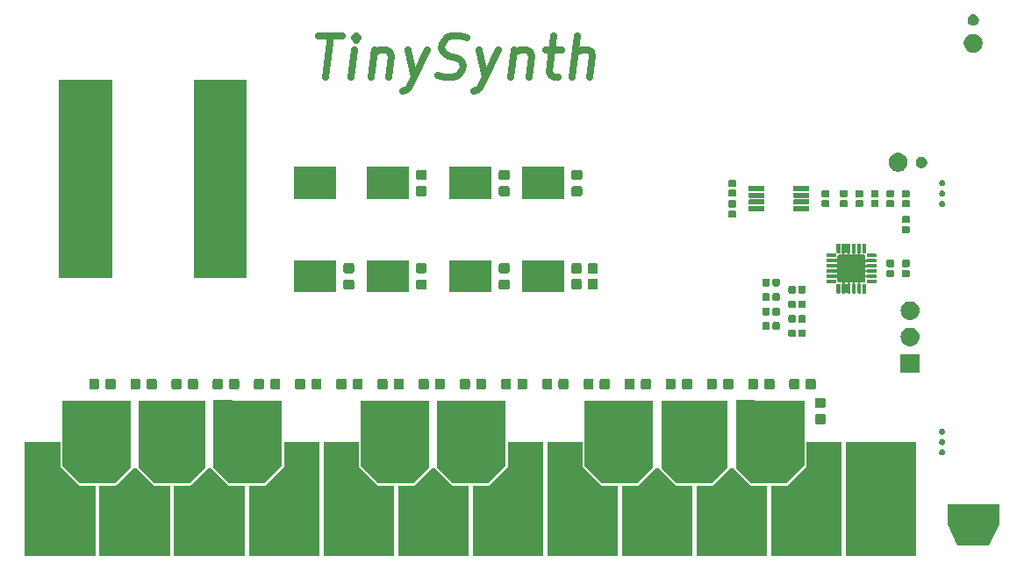
<source format=gbr>
G04 #@! TF.GenerationSoftware,KiCad,Pcbnew,(5.1.2)-2*
G04 #@! TF.CreationDate,2019-09-23T11:47:28+02:00*
G04 #@! TF.ProjectId,BusinessSynth,42757369-6e65-4737-9353-796e74682e6b,rev?*
G04 #@! TF.SameCoordinates,Original*
G04 #@! TF.FileFunction,Soldermask,Top*
G04 #@! TF.FilePolarity,Negative*
%FSLAX46Y46*%
G04 Gerber Fmt 4.6, Leading zero omitted, Abs format (unit mm)*
G04 Created by KiCad (PCBNEW (5.1.2)-2) date 2019-09-23 11:47:28*
%MOMM*%
%LPD*%
G04 APERTURE LIST*
%ADD10C,0.700000*%
%ADD11C,0.100000*%
G04 APERTURE END LIST*
D10*
X130359761Y-73809523D02*
X132645476Y-73809523D01*
X131002619Y-77809523D02*
X131502619Y-73809523D01*
X133478809Y-77809523D02*
X133812142Y-75142857D01*
X133978809Y-73809523D02*
X133764523Y-74000000D01*
X133931190Y-74190476D01*
X134145476Y-74000000D01*
X133978809Y-73809523D01*
X133931190Y-74190476D01*
X135716904Y-75142857D02*
X135383571Y-77809523D01*
X135669285Y-75523809D02*
X135883571Y-75333333D01*
X136288333Y-75142857D01*
X136859761Y-75142857D01*
X137216904Y-75333333D01*
X137359761Y-75714285D01*
X137097857Y-77809523D01*
X138955000Y-75142857D02*
X139574047Y-77809523D01*
X140859761Y-75142857D02*
X139574047Y-77809523D01*
X139074047Y-78761904D01*
X138859761Y-78952380D01*
X138455000Y-79142857D01*
X141883571Y-77619047D02*
X142431190Y-77809523D01*
X143383571Y-77809523D01*
X143788333Y-77619047D01*
X144002619Y-77428571D01*
X144240714Y-77047619D01*
X144288333Y-76666666D01*
X144145476Y-76285714D01*
X143978809Y-76095238D01*
X143621666Y-75904761D01*
X142883571Y-75714285D01*
X142526428Y-75523809D01*
X142359761Y-75333333D01*
X142216904Y-74952380D01*
X142264523Y-74571428D01*
X142502619Y-74190476D01*
X142716904Y-74000000D01*
X143121666Y-73809523D01*
X144074047Y-73809523D01*
X144621666Y-74000000D01*
X145812142Y-75142857D02*
X146431190Y-77809523D01*
X147716904Y-75142857D02*
X146431190Y-77809523D01*
X145931190Y-78761904D01*
X145716904Y-78952380D01*
X145312142Y-79142857D01*
X149240714Y-75142857D02*
X148907380Y-77809523D01*
X149193095Y-75523809D02*
X149407380Y-75333333D01*
X149812142Y-75142857D01*
X150383571Y-75142857D01*
X150740714Y-75333333D01*
X150883571Y-75714285D01*
X150621666Y-77809523D01*
X152288333Y-75142857D02*
X153812142Y-75142857D01*
X153026428Y-73809523D02*
X152597857Y-77238095D01*
X152740714Y-77619047D01*
X153097857Y-77809523D01*
X153478809Y-77809523D01*
X154812142Y-77809523D02*
X155312142Y-73809523D01*
X156526428Y-77809523D02*
X156788333Y-75714285D01*
X156645476Y-75333333D01*
X156288333Y-75142857D01*
X155716904Y-75142857D01*
X155312142Y-75333333D01*
X155097857Y-75523809D01*
D11*
G36*
X130400000Y-124000000D02*
G01*
X123600000Y-124000000D01*
X123600000Y-117200000D01*
X125173697Y-117200000D01*
X125186085Y-117198780D01*
X125197997Y-117195166D01*
X125208975Y-117189298D01*
X125218598Y-117181402D01*
X126981402Y-115418598D01*
X126989298Y-115408975D01*
X126995166Y-115397997D01*
X126998780Y-115386085D01*
X127000000Y-115373697D01*
X127000000Y-113000000D01*
X130400000Y-113000000D01*
X130400000Y-124000000D01*
X130400000Y-124000000D01*
G37*
G36*
X188000000Y-124000000D02*
G01*
X181200000Y-124000000D01*
X181200000Y-113000000D01*
X188000000Y-113000000D01*
X188000000Y-124000000D01*
X188000000Y-124000000D01*
G37*
G36*
X152000000Y-124000000D02*
G01*
X145200000Y-124000000D01*
X145200000Y-117200000D01*
X146773697Y-117200000D01*
X146786085Y-117198780D01*
X146797997Y-117195166D01*
X146808975Y-117189298D01*
X146818598Y-117181402D01*
X148581402Y-115418598D01*
X148589298Y-115408975D01*
X148595166Y-115397997D01*
X148598780Y-115386085D01*
X148600000Y-115373697D01*
X148600000Y-113000000D01*
X152000000Y-113000000D01*
X152000000Y-124000000D01*
X152000000Y-124000000D01*
G37*
G36*
X180800000Y-124000000D02*
G01*
X174000000Y-124000000D01*
X174000000Y-117200000D01*
X175573697Y-117200000D01*
X175586085Y-117198780D01*
X175597997Y-117195166D01*
X175608975Y-117189298D01*
X175618598Y-117181402D01*
X177381402Y-115418598D01*
X177389298Y-115408975D01*
X177395166Y-115397997D01*
X177398780Y-115386085D01*
X177400000Y-115373697D01*
X177400000Y-113000000D01*
X180800000Y-113000000D01*
X180800000Y-124000000D01*
X180800000Y-124000000D01*
G37*
G36*
X171981402Y-117181402D02*
G01*
X171991025Y-117189298D01*
X172002003Y-117195166D01*
X172013915Y-117198780D01*
X172026303Y-117200000D01*
X173600000Y-117200000D01*
X173600000Y-124000000D01*
X166800000Y-124000000D01*
X166800000Y-117200000D01*
X168373697Y-117200000D01*
X168386085Y-117198780D01*
X168397997Y-117195166D01*
X168408975Y-117189298D01*
X168418598Y-117181402D01*
X170100000Y-115500000D01*
X170300000Y-115500000D01*
X171981402Y-117181402D01*
X171981402Y-117181402D01*
G37*
G36*
X164781402Y-117181402D02*
G01*
X164791025Y-117189298D01*
X164802003Y-117195166D01*
X164813915Y-117198780D01*
X164826303Y-117200000D01*
X166400000Y-117200000D01*
X166400000Y-124000000D01*
X159600000Y-124000000D01*
X159600000Y-117200000D01*
X161173697Y-117200000D01*
X161186085Y-117198780D01*
X161197997Y-117195166D01*
X161208975Y-117189298D01*
X161218598Y-117181402D01*
X162900000Y-115500000D01*
X163100000Y-115500000D01*
X164781402Y-117181402D01*
X164781402Y-117181402D01*
G37*
G36*
X121581402Y-117181402D02*
G01*
X121591025Y-117189298D01*
X121602003Y-117195166D01*
X121613915Y-117198780D01*
X121626303Y-117200000D01*
X123200000Y-117200000D01*
X123200000Y-124000000D01*
X116400000Y-124000000D01*
X116400000Y-117200000D01*
X117973697Y-117200000D01*
X117986085Y-117198780D01*
X117997997Y-117195166D01*
X118008975Y-117189298D01*
X118018598Y-117181402D01*
X119700000Y-115500000D01*
X119900000Y-115500000D01*
X121581402Y-117181402D01*
X121581402Y-117181402D01*
G37*
G36*
X105400000Y-115373697D02*
G01*
X105401220Y-115386085D01*
X105404834Y-115397997D01*
X105410702Y-115408975D01*
X105418598Y-115418598D01*
X107181402Y-117181402D01*
X107191025Y-117189298D01*
X107202003Y-117195166D01*
X107213915Y-117198780D01*
X107226303Y-117200000D01*
X108800000Y-117200000D01*
X108800000Y-124000000D01*
X102000000Y-124000000D01*
X102000000Y-113000000D01*
X105400000Y-113000000D01*
X105400000Y-115373697D01*
X105400000Y-115373697D01*
G37*
G36*
X134200000Y-115373697D02*
G01*
X134201220Y-115386085D01*
X134204834Y-115397997D01*
X134210702Y-115408975D01*
X134218598Y-115418598D01*
X135981402Y-117181402D01*
X135991025Y-117189298D01*
X136002003Y-117195166D01*
X136013915Y-117198780D01*
X136026303Y-117200000D01*
X137600000Y-117200000D01*
X137600000Y-124000000D01*
X130800000Y-124000000D01*
X130800000Y-113000000D01*
X134200000Y-113000000D01*
X134200000Y-115373697D01*
X134200000Y-115373697D01*
G37*
G36*
X155800000Y-115373697D02*
G01*
X155801220Y-115386085D01*
X155804834Y-115397997D01*
X155810702Y-115408975D01*
X155818598Y-115418598D01*
X157581402Y-117181402D01*
X157591025Y-117189298D01*
X157602003Y-117195166D01*
X157613915Y-117198780D01*
X157626303Y-117200000D01*
X159200000Y-117200000D01*
X159200000Y-124000000D01*
X152400000Y-124000000D01*
X152400000Y-113000000D01*
X155800000Y-113000000D01*
X155800000Y-115373697D01*
X155800000Y-115373697D01*
G37*
G36*
X114381402Y-117181402D02*
G01*
X114391025Y-117189298D01*
X114402003Y-117195166D01*
X114413915Y-117198780D01*
X114426303Y-117200000D01*
X116000000Y-117200000D01*
X116000000Y-124000000D01*
X109200000Y-124000000D01*
X109200000Y-117200000D01*
X110773697Y-117200000D01*
X110786085Y-117198780D01*
X110797997Y-117195166D01*
X110808975Y-117189298D01*
X110818598Y-117181402D01*
X112500000Y-115500000D01*
X112700000Y-115500000D01*
X114381402Y-117181402D01*
X114381402Y-117181402D01*
G37*
G36*
X143181402Y-117181402D02*
G01*
X143191025Y-117189298D01*
X143202003Y-117195166D01*
X143213915Y-117198780D01*
X143226303Y-117200000D01*
X144800000Y-117200000D01*
X144800000Y-124000000D01*
X138000000Y-124000000D01*
X138000000Y-117200000D01*
X139573697Y-117200000D01*
X139586085Y-117198780D01*
X139597997Y-117195166D01*
X139608975Y-117189298D01*
X139618598Y-117181402D01*
X141300000Y-115500000D01*
X141500000Y-115500000D01*
X143181402Y-117181402D01*
X143181402Y-117181402D01*
G37*
G36*
X196000000Y-121000000D02*
G01*
X195000000Y-123000000D01*
X192000000Y-123000000D01*
X191000000Y-121000000D01*
X191000000Y-119000000D01*
X196000000Y-119000000D01*
X196000000Y-121000000D01*
X196000000Y-121000000D01*
G37*
G36*
X119400000Y-115500000D02*
G01*
X117900000Y-117000000D01*
X114500000Y-117000000D01*
X113000000Y-115500000D01*
X113000000Y-109000000D01*
X119400000Y-109000000D01*
X119400000Y-115500000D01*
X119400000Y-115500000D01*
G37*
G36*
X112200000Y-115500000D02*
G01*
X110700000Y-117000000D01*
X107300000Y-117000000D01*
X105600000Y-115300000D01*
X105600000Y-109000000D01*
X112200000Y-109000000D01*
X112200000Y-115500000D01*
X112200000Y-115500000D01*
G37*
G36*
X123911312Y-109003116D02*
G01*
X126796881Y-109024976D01*
X126796885Y-109024976D01*
X126800000Y-109025000D01*
X126800000Y-115300000D01*
X125100000Y-117000000D01*
X121700000Y-117000000D01*
X120200000Y-115500000D01*
X120200000Y-108975000D01*
X123911312Y-109003116D01*
X123911312Y-109003116D01*
G37*
G36*
X141000000Y-115500000D02*
G01*
X139500000Y-117000000D01*
X136100000Y-117000000D01*
X134400000Y-115300000D01*
X134400000Y-109000000D01*
X141000000Y-109000000D01*
X141000000Y-115500000D01*
X141000000Y-115500000D01*
G37*
G36*
X148400000Y-115300000D02*
G01*
X146700000Y-117000000D01*
X143300000Y-117000000D01*
X141800000Y-115500000D01*
X141800000Y-109000000D01*
X148400000Y-109000000D01*
X148400000Y-115300000D01*
X148400000Y-115300000D01*
G37*
G36*
X162600000Y-115500000D02*
G01*
X161100000Y-117000000D01*
X157700000Y-117000000D01*
X156000000Y-115300000D01*
X156000000Y-109000000D01*
X162600000Y-109000000D01*
X162600000Y-115500000D01*
X162600000Y-115500000D01*
G37*
G36*
X169800000Y-115500000D02*
G01*
X168300000Y-117000000D01*
X164900000Y-117000000D01*
X163400000Y-115500000D01*
X163400000Y-109000000D01*
X169800000Y-109000000D01*
X169800000Y-115500000D01*
X169800000Y-115500000D01*
G37*
G36*
X174311312Y-109003116D02*
G01*
X177196881Y-109024976D01*
X177196885Y-109024976D01*
X177200000Y-109025000D01*
X177200000Y-115300000D01*
X175500000Y-117000000D01*
X172100000Y-117000000D01*
X170600000Y-115500000D01*
X170600000Y-108975000D01*
X174311312Y-109003116D01*
X174311312Y-109003116D01*
G37*
G36*
X190587802Y-113710567D02*
G01*
X190642574Y-113733255D01*
X190691875Y-113766197D01*
X190733803Y-113808125D01*
X190766745Y-113857426D01*
X190789433Y-113912198D01*
X190801000Y-113970354D01*
X190801000Y-114029646D01*
X190789433Y-114087802D01*
X190766745Y-114142574D01*
X190733803Y-114191875D01*
X190691875Y-114233803D01*
X190642574Y-114266745D01*
X190587802Y-114289433D01*
X190529646Y-114301000D01*
X190470354Y-114301000D01*
X190412198Y-114289433D01*
X190357426Y-114266745D01*
X190308125Y-114233803D01*
X190266197Y-114191875D01*
X190233255Y-114142574D01*
X190210567Y-114087802D01*
X190199000Y-114029646D01*
X190199000Y-113970354D01*
X190210567Y-113912198D01*
X190233255Y-113857426D01*
X190266197Y-113808125D01*
X190308125Y-113766197D01*
X190357426Y-113733255D01*
X190412198Y-113710567D01*
X190470354Y-113699000D01*
X190529646Y-113699000D01*
X190587802Y-113710567D01*
X190587802Y-113710567D01*
G37*
G36*
X190587802Y-112710567D02*
G01*
X190642574Y-112733255D01*
X190691875Y-112766197D01*
X190733803Y-112808125D01*
X190766745Y-112857426D01*
X190789433Y-112912198D01*
X190801000Y-112970354D01*
X190801000Y-113029646D01*
X190789433Y-113087802D01*
X190766745Y-113142574D01*
X190733803Y-113191875D01*
X190691875Y-113233803D01*
X190642574Y-113266745D01*
X190587802Y-113289433D01*
X190529646Y-113301000D01*
X190470354Y-113301000D01*
X190412198Y-113289433D01*
X190357426Y-113266745D01*
X190308125Y-113233803D01*
X190266197Y-113191875D01*
X190233255Y-113142574D01*
X190210567Y-113087802D01*
X190199000Y-113029646D01*
X190199000Y-112970354D01*
X190210567Y-112912198D01*
X190233255Y-112857426D01*
X190266197Y-112808125D01*
X190308125Y-112766197D01*
X190357426Y-112733255D01*
X190412198Y-112710567D01*
X190470354Y-112699000D01*
X190529646Y-112699000D01*
X190587802Y-112710567D01*
X190587802Y-112710567D01*
G37*
G36*
X190587802Y-111710567D02*
G01*
X190642574Y-111733255D01*
X190691875Y-111766197D01*
X190733803Y-111808125D01*
X190766745Y-111857426D01*
X190789433Y-111912198D01*
X190801000Y-111970354D01*
X190801000Y-112029646D01*
X190789433Y-112087802D01*
X190766745Y-112142574D01*
X190733803Y-112191875D01*
X190691875Y-112233803D01*
X190642574Y-112266745D01*
X190587802Y-112289433D01*
X190529646Y-112301000D01*
X190470354Y-112301000D01*
X190412198Y-112289433D01*
X190357426Y-112266745D01*
X190308125Y-112233803D01*
X190266197Y-112191875D01*
X190233255Y-112142574D01*
X190210567Y-112087802D01*
X190199000Y-112029646D01*
X190199000Y-111970354D01*
X190210567Y-111912198D01*
X190233255Y-111857426D01*
X190266197Y-111808125D01*
X190308125Y-111766197D01*
X190357426Y-111733255D01*
X190412198Y-111710567D01*
X190470354Y-111699000D01*
X190529646Y-111699000D01*
X190587802Y-111710567D01*
X190587802Y-111710567D01*
G37*
G36*
X179104894Y-110303384D02*
G01*
X179144705Y-110315460D01*
X179181390Y-110335069D01*
X179213544Y-110361456D01*
X179239931Y-110393610D01*
X179259540Y-110430295D01*
X179271616Y-110470106D01*
X179276000Y-110514617D01*
X179276000Y-111060383D01*
X179271616Y-111104894D01*
X179259540Y-111144705D01*
X179239931Y-111181390D01*
X179213544Y-111213544D01*
X179181390Y-111239931D01*
X179144705Y-111259540D01*
X179104894Y-111271616D01*
X179060383Y-111276000D01*
X178439617Y-111276000D01*
X178395106Y-111271616D01*
X178355295Y-111259540D01*
X178318610Y-111239931D01*
X178286456Y-111213544D01*
X178260069Y-111181390D01*
X178240460Y-111144705D01*
X178228384Y-111104894D01*
X178224000Y-111060383D01*
X178224000Y-110514617D01*
X178228384Y-110470106D01*
X178240460Y-110430295D01*
X178260069Y-110393610D01*
X178286456Y-110361456D01*
X178318610Y-110335069D01*
X178355295Y-110315460D01*
X178395106Y-110303384D01*
X178439617Y-110299000D01*
X179060383Y-110299000D01*
X179104894Y-110303384D01*
X179104894Y-110303384D01*
G37*
G36*
X179104894Y-108728384D02*
G01*
X179144705Y-108740460D01*
X179181390Y-108760069D01*
X179213544Y-108786456D01*
X179239931Y-108818610D01*
X179259540Y-108855295D01*
X179271616Y-108895106D01*
X179276000Y-108939617D01*
X179276000Y-109485383D01*
X179271616Y-109529894D01*
X179259540Y-109569705D01*
X179239931Y-109606390D01*
X179213544Y-109638544D01*
X179181390Y-109664931D01*
X179144705Y-109684540D01*
X179104894Y-109696616D01*
X179060383Y-109701000D01*
X178439617Y-109701000D01*
X178395106Y-109696616D01*
X178355295Y-109684540D01*
X178318610Y-109664931D01*
X178286456Y-109638544D01*
X178260069Y-109606390D01*
X178240460Y-109569705D01*
X178228384Y-109529894D01*
X178224000Y-109485383D01*
X178224000Y-108939617D01*
X178228384Y-108895106D01*
X178240460Y-108855295D01*
X178260069Y-108818610D01*
X178286456Y-108786456D01*
X178318610Y-108760069D01*
X178355295Y-108740460D01*
X178395106Y-108728384D01*
X178439617Y-108724000D01*
X179060383Y-108724000D01*
X179104894Y-108728384D01*
X179104894Y-108728384D01*
G37*
G36*
X172582522Y-106878384D02*
G01*
X172622333Y-106890460D01*
X172659018Y-106910069D01*
X172691172Y-106936456D01*
X172717559Y-106968610D01*
X172737168Y-107005295D01*
X172749244Y-107045106D01*
X172753628Y-107089617D01*
X172753628Y-107710383D01*
X172749244Y-107754894D01*
X172737168Y-107794705D01*
X172717559Y-107831390D01*
X172691172Y-107863544D01*
X172659018Y-107889931D01*
X172622333Y-107909540D01*
X172582522Y-107921616D01*
X172538011Y-107926000D01*
X171992245Y-107926000D01*
X171947734Y-107921616D01*
X171907923Y-107909540D01*
X171871238Y-107889931D01*
X171839084Y-107863544D01*
X171812697Y-107831390D01*
X171793088Y-107794705D01*
X171781012Y-107754894D01*
X171776628Y-107710383D01*
X171776628Y-107089617D01*
X171781012Y-107045106D01*
X171793088Y-107005295D01*
X171812697Y-106968610D01*
X171839084Y-106936456D01*
X171871238Y-106910069D01*
X171907923Y-106890460D01*
X171947734Y-106878384D01*
X171992245Y-106874000D01*
X172538011Y-106874000D01*
X172582522Y-106878384D01*
X172582522Y-106878384D01*
G37*
G36*
X174157522Y-106878384D02*
G01*
X174197333Y-106890460D01*
X174234018Y-106910069D01*
X174266172Y-106936456D01*
X174292559Y-106968610D01*
X174312168Y-107005295D01*
X174324244Y-107045106D01*
X174328628Y-107089617D01*
X174328628Y-107710383D01*
X174324244Y-107754894D01*
X174312168Y-107794705D01*
X174292559Y-107831390D01*
X174266172Y-107863544D01*
X174234018Y-107889931D01*
X174197333Y-107909540D01*
X174157522Y-107921616D01*
X174113011Y-107926000D01*
X173567245Y-107926000D01*
X173522734Y-107921616D01*
X173482923Y-107909540D01*
X173446238Y-107889931D01*
X173414084Y-107863544D01*
X173387697Y-107831390D01*
X173368088Y-107794705D01*
X173356012Y-107754894D01*
X173351628Y-107710383D01*
X173351628Y-107089617D01*
X173356012Y-107045106D01*
X173368088Y-107005295D01*
X173387697Y-106968610D01*
X173414084Y-106936456D01*
X173446238Y-106910069D01*
X173482923Y-106890460D01*
X173522734Y-106878384D01*
X173567245Y-106874000D01*
X174113011Y-106874000D01*
X174157522Y-106878384D01*
X174157522Y-106878384D01*
G37*
G36*
X168608838Y-106878384D02*
G01*
X168648649Y-106890460D01*
X168685334Y-106910069D01*
X168717488Y-106936456D01*
X168743875Y-106968610D01*
X168763484Y-107005295D01*
X168775560Y-107045106D01*
X168779944Y-107089617D01*
X168779944Y-107710383D01*
X168775560Y-107754894D01*
X168763484Y-107794705D01*
X168743875Y-107831390D01*
X168717488Y-107863544D01*
X168685334Y-107889931D01*
X168648649Y-107909540D01*
X168608838Y-107921616D01*
X168564327Y-107926000D01*
X168018561Y-107926000D01*
X167974050Y-107921616D01*
X167934239Y-107909540D01*
X167897554Y-107889931D01*
X167865400Y-107863544D01*
X167839013Y-107831390D01*
X167819404Y-107794705D01*
X167807328Y-107754894D01*
X167802944Y-107710383D01*
X167802944Y-107089617D01*
X167807328Y-107045106D01*
X167819404Y-107005295D01*
X167839013Y-106968610D01*
X167865400Y-106936456D01*
X167897554Y-106910069D01*
X167934239Y-106890460D01*
X167974050Y-106878384D01*
X168018561Y-106874000D01*
X168564327Y-106874000D01*
X168608838Y-106878384D01*
X168608838Y-106878384D01*
G37*
G36*
X170183838Y-106878384D02*
G01*
X170223649Y-106890460D01*
X170260334Y-106910069D01*
X170292488Y-106936456D01*
X170318875Y-106968610D01*
X170338484Y-107005295D01*
X170350560Y-107045106D01*
X170354944Y-107089617D01*
X170354944Y-107710383D01*
X170350560Y-107754894D01*
X170338484Y-107794705D01*
X170318875Y-107831390D01*
X170292488Y-107863544D01*
X170260334Y-107889931D01*
X170223649Y-107909540D01*
X170183838Y-107921616D01*
X170139327Y-107926000D01*
X169593561Y-107926000D01*
X169549050Y-107921616D01*
X169509239Y-107909540D01*
X169472554Y-107889931D01*
X169440400Y-107863544D01*
X169414013Y-107831390D01*
X169394404Y-107794705D01*
X169382328Y-107754894D01*
X169377944Y-107710383D01*
X169377944Y-107089617D01*
X169382328Y-107045106D01*
X169394404Y-107005295D01*
X169414013Y-106968610D01*
X169440400Y-106936456D01*
X169472554Y-106910069D01*
X169509239Y-106890460D01*
X169549050Y-106878384D01*
X169593561Y-106874000D01*
X170139327Y-106874000D01*
X170183838Y-106878384D01*
X170183838Y-106878384D01*
G37*
G36*
X164635154Y-106878384D02*
G01*
X164674965Y-106890460D01*
X164711650Y-106910069D01*
X164743804Y-106936456D01*
X164770191Y-106968610D01*
X164789800Y-107005295D01*
X164801876Y-107045106D01*
X164806260Y-107089617D01*
X164806260Y-107710383D01*
X164801876Y-107754894D01*
X164789800Y-107794705D01*
X164770191Y-107831390D01*
X164743804Y-107863544D01*
X164711650Y-107889931D01*
X164674965Y-107909540D01*
X164635154Y-107921616D01*
X164590643Y-107926000D01*
X164044877Y-107926000D01*
X164000366Y-107921616D01*
X163960555Y-107909540D01*
X163923870Y-107889931D01*
X163891716Y-107863544D01*
X163865329Y-107831390D01*
X163845720Y-107794705D01*
X163833644Y-107754894D01*
X163829260Y-107710383D01*
X163829260Y-107089617D01*
X163833644Y-107045106D01*
X163845720Y-107005295D01*
X163865329Y-106968610D01*
X163891716Y-106936456D01*
X163923870Y-106910069D01*
X163960555Y-106890460D01*
X164000366Y-106878384D01*
X164044877Y-106874000D01*
X164590643Y-106874000D01*
X164635154Y-106878384D01*
X164635154Y-106878384D01*
G37*
G36*
X166210154Y-106878384D02*
G01*
X166249965Y-106890460D01*
X166286650Y-106910069D01*
X166318804Y-106936456D01*
X166345191Y-106968610D01*
X166364800Y-107005295D01*
X166376876Y-107045106D01*
X166381260Y-107089617D01*
X166381260Y-107710383D01*
X166376876Y-107754894D01*
X166364800Y-107794705D01*
X166345191Y-107831390D01*
X166318804Y-107863544D01*
X166286650Y-107889931D01*
X166249965Y-107909540D01*
X166210154Y-107921616D01*
X166165643Y-107926000D01*
X165619877Y-107926000D01*
X165575366Y-107921616D01*
X165535555Y-107909540D01*
X165498870Y-107889931D01*
X165466716Y-107863544D01*
X165440329Y-107831390D01*
X165420720Y-107794705D01*
X165408644Y-107754894D01*
X165404260Y-107710383D01*
X165404260Y-107089617D01*
X165408644Y-107045106D01*
X165420720Y-107005295D01*
X165440329Y-106968610D01*
X165466716Y-106936456D01*
X165498870Y-106910069D01*
X165535555Y-106890460D01*
X165575366Y-106878384D01*
X165619877Y-106874000D01*
X166165643Y-106874000D01*
X166210154Y-106878384D01*
X166210154Y-106878384D01*
G37*
G36*
X160661470Y-106878384D02*
G01*
X160701281Y-106890460D01*
X160737966Y-106910069D01*
X160770120Y-106936456D01*
X160796507Y-106968610D01*
X160816116Y-107005295D01*
X160828192Y-107045106D01*
X160832576Y-107089617D01*
X160832576Y-107710383D01*
X160828192Y-107754894D01*
X160816116Y-107794705D01*
X160796507Y-107831390D01*
X160770120Y-107863544D01*
X160737966Y-107889931D01*
X160701281Y-107909540D01*
X160661470Y-107921616D01*
X160616959Y-107926000D01*
X160071193Y-107926000D01*
X160026682Y-107921616D01*
X159986871Y-107909540D01*
X159950186Y-107889931D01*
X159918032Y-107863544D01*
X159891645Y-107831390D01*
X159872036Y-107794705D01*
X159859960Y-107754894D01*
X159855576Y-107710383D01*
X159855576Y-107089617D01*
X159859960Y-107045106D01*
X159872036Y-107005295D01*
X159891645Y-106968610D01*
X159918032Y-106936456D01*
X159950186Y-106910069D01*
X159986871Y-106890460D01*
X160026682Y-106878384D01*
X160071193Y-106874000D01*
X160616959Y-106874000D01*
X160661470Y-106878384D01*
X160661470Y-106878384D01*
G37*
G36*
X162236470Y-106878384D02*
G01*
X162276281Y-106890460D01*
X162312966Y-106910069D01*
X162345120Y-106936456D01*
X162371507Y-106968610D01*
X162391116Y-107005295D01*
X162403192Y-107045106D01*
X162407576Y-107089617D01*
X162407576Y-107710383D01*
X162403192Y-107754894D01*
X162391116Y-107794705D01*
X162371507Y-107831390D01*
X162345120Y-107863544D01*
X162312966Y-107889931D01*
X162276281Y-107909540D01*
X162236470Y-107921616D01*
X162191959Y-107926000D01*
X161646193Y-107926000D01*
X161601682Y-107921616D01*
X161561871Y-107909540D01*
X161525186Y-107889931D01*
X161493032Y-107863544D01*
X161466645Y-107831390D01*
X161447036Y-107794705D01*
X161434960Y-107754894D01*
X161430576Y-107710383D01*
X161430576Y-107089617D01*
X161434960Y-107045106D01*
X161447036Y-107005295D01*
X161466645Y-106968610D01*
X161493032Y-106936456D01*
X161525186Y-106910069D01*
X161561871Y-106890460D01*
X161601682Y-106878384D01*
X161646193Y-106874000D01*
X162191959Y-106874000D01*
X162236470Y-106878384D01*
X162236470Y-106878384D01*
G37*
G36*
X156687786Y-106878384D02*
G01*
X156727597Y-106890460D01*
X156764282Y-106910069D01*
X156796436Y-106936456D01*
X156822823Y-106968610D01*
X156842432Y-107005295D01*
X156854508Y-107045106D01*
X156858892Y-107089617D01*
X156858892Y-107710383D01*
X156854508Y-107754894D01*
X156842432Y-107794705D01*
X156822823Y-107831390D01*
X156796436Y-107863544D01*
X156764282Y-107889931D01*
X156727597Y-107909540D01*
X156687786Y-107921616D01*
X156643275Y-107926000D01*
X156097509Y-107926000D01*
X156052998Y-107921616D01*
X156013187Y-107909540D01*
X155976502Y-107889931D01*
X155944348Y-107863544D01*
X155917961Y-107831390D01*
X155898352Y-107794705D01*
X155886276Y-107754894D01*
X155881892Y-107710383D01*
X155881892Y-107089617D01*
X155886276Y-107045106D01*
X155898352Y-107005295D01*
X155917961Y-106968610D01*
X155944348Y-106936456D01*
X155976502Y-106910069D01*
X156013187Y-106890460D01*
X156052998Y-106878384D01*
X156097509Y-106874000D01*
X156643275Y-106874000D01*
X156687786Y-106878384D01*
X156687786Y-106878384D01*
G37*
G36*
X152714102Y-106878384D02*
G01*
X152753913Y-106890460D01*
X152790598Y-106910069D01*
X152822752Y-106936456D01*
X152849139Y-106968610D01*
X152868748Y-107005295D01*
X152880824Y-107045106D01*
X152885208Y-107089617D01*
X152885208Y-107710383D01*
X152880824Y-107754894D01*
X152868748Y-107794705D01*
X152849139Y-107831390D01*
X152822752Y-107863544D01*
X152790598Y-107889931D01*
X152753913Y-107909540D01*
X152714102Y-107921616D01*
X152669591Y-107926000D01*
X152123825Y-107926000D01*
X152079314Y-107921616D01*
X152039503Y-107909540D01*
X152002818Y-107889931D01*
X151970664Y-107863544D01*
X151944277Y-107831390D01*
X151924668Y-107794705D01*
X151912592Y-107754894D01*
X151908208Y-107710383D01*
X151908208Y-107089617D01*
X151912592Y-107045106D01*
X151924668Y-107005295D01*
X151944277Y-106968610D01*
X151970664Y-106936456D01*
X152002818Y-106910069D01*
X152039503Y-106890460D01*
X152079314Y-106878384D01*
X152123825Y-106874000D01*
X152669591Y-106874000D01*
X152714102Y-106878384D01*
X152714102Y-106878384D01*
G37*
G36*
X154289102Y-106878384D02*
G01*
X154328913Y-106890460D01*
X154365598Y-106910069D01*
X154397752Y-106936456D01*
X154424139Y-106968610D01*
X154443748Y-107005295D01*
X154455824Y-107045106D01*
X154460208Y-107089617D01*
X154460208Y-107710383D01*
X154455824Y-107754894D01*
X154443748Y-107794705D01*
X154424139Y-107831390D01*
X154397752Y-107863544D01*
X154365598Y-107889931D01*
X154328913Y-107909540D01*
X154289102Y-107921616D01*
X154244591Y-107926000D01*
X153698825Y-107926000D01*
X153654314Y-107921616D01*
X153614503Y-107909540D01*
X153577818Y-107889931D01*
X153545664Y-107863544D01*
X153519277Y-107831390D01*
X153499668Y-107794705D01*
X153487592Y-107754894D01*
X153483208Y-107710383D01*
X153483208Y-107089617D01*
X153487592Y-107045106D01*
X153499668Y-107005295D01*
X153519277Y-106968610D01*
X153545664Y-106936456D01*
X153577818Y-106910069D01*
X153614503Y-106890460D01*
X153654314Y-106878384D01*
X153698825Y-106874000D01*
X154244591Y-106874000D01*
X154289102Y-106878384D01*
X154289102Y-106878384D01*
G37*
G36*
X148740418Y-106878384D02*
G01*
X148780229Y-106890460D01*
X148816914Y-106910069D01*
X148849068Y-106936456D01*
X148875455Y-106968610D01*
X148895064Y-107005295D01*
X148907140Y-107045106D01*
X148911524Y-107089617D01*
X148911524Y-107710383D01*
X148907140Y-107754894D01*
X148895064Y-107794705D01*
X148875455Y-107831390D01*
X148849068Y-107863544D01*
X148816914Y-107889931D01*
X148780229Y-107909540D01*
X148740418Y-107921616D01*
X148695907Y-107926000D01*
X148150141Y-107926000D01*
X148105630Y-107921616D01*
X148065819Y-107909540D01*
X148029134Y-107889931D01*
X147996980Y-107863544D01*
X147970593Y-107831390D01*
X147950984Y-107794705D01*
X147938908Y-107754894D01*
X147934524Y-107710383D01*
X147934524Y-107089617D01*
X147938908Y-107045106D01*
X147950984Y-107005295D01*
X147970593Y-106968610D01*
X147996980Y-106936456D01*
X148029134Y-106910069D01*
X148065819Y-106890460D01*
X148105630Y-106878384D01*
X148150141Y-106874000D01*
X148695907Y-106874000D01*
X148740418Y-106878384D01*
X148740418Y-106878384D01*
G37*
G36*
X150315418Y-106878384D02*
G01*
X150355229Y-106890460D01*
X150391914Y-106910069D01*
X150424068Y-106936456D01*
X150450455Y-106968610D01*
X150470064Y-107005295D01*
X150482140Y-107045106D01*
X150486524Y-107089617D01*
X150486524Y-107710383D01*
X150482140Y-107754894D01*
X150470064Y-107794705D01*
X150450455Y-107831390D01*
X150424068Y-107863544D01*
X150391914Y-107889931D01*
X150355229Y-107909540D01*
X150315418Y-107921616D01*
X150270907Y-107926000D01*
X149725141Y-107926000D01*
X149680630Y-107921616D01*
X149640819Y-107909540D01*
X149604134Y-107889931D01*
X149571980Y-107863544D01*
X149545593Y-107831390D01*
X149525984Y-107794705D01*
X149513908Y-107754894D01*
X149509524Y-107710383D01*
X149509524Y-107089617D01*
X149513908Y-107045106D01*
X149525984Y-107005295D01*
X149545593Y-106968610D01*
X149571980Y-106936456D01*
X149604134Y-106910069D01*
X149640819Y-106890460D01*
X149680630Y-106878384D01*
X149725141Y-106874000D01*
X150270907Y-106874000D01*
X150315418Y-106878384D01*
X150315418Y-106878384D01*
G37*
G36*
X144766734Y-106878384D02*
G01*
X144806545Y-106890460D01*
X144843230Y-106910069D01*
X144875384Y-106936456D01*
X144901771Y-106968610D01*
X144921380Y-107005295D01*
X144933456Y-107045106D01*
X144937840Y-107089617D01*
X144937840Y-107710383D01*
X144933456Y-107754894D01*
X144921380Y-107794705D01*
X144901771Y-107831390D01*
X144875384Y-107863544D01*
X144843230Y-107889931D01*
X144806545Y-107909540D01*
X144766734Y-107921616D01*
X144722223Y-107926000D01*
X144176457Y-107926000D01*
X144131946Y-107921616D01*
X144092135Y-107909540D01*
X144055450Y-107889931D01*
X144023296Y-107863544D01*
X143996909Y-107831390D01*
X143977300Y-107794705D01*
X143965224Y-107754894D01*
X143960840Y-107710383D01*
X143960840Y-107089617D01*
X143965224Y-107045106D01*
X143977300Y-107005295D01*
X143996909Y-106968610D01*
X144023296Y-106936456D01*
X144055450Y-106910069D01*
X144092135Y-106890460D01*
X144131946Y-106878384D01*
X144176457Y-106874000D01*
X144722223Y-106874000D01*
X144766734Y-106878384D01*
X144766734Y-106878384D01*
G37*
G36*
X146341734Y-106878384D02*
G01*
X146381545Y-106890460D01*
X146418230Y-106910069D01*
X146450384Y-106936456D01*
X146476771Y-106968610D01*
X146496380Y-107005295D01*
X146508456Y-107045106D01*
X146512840Y-107089617D01*
X146512840Y-107710383D01*
X146508456Y-107754894D01*
X146496380Y-107794705D01*
X146476771Y-107831390D01*
X146450384Y-107863544D01*
X146418230Y-107889931D01*
X146381545Y-107909540D01*
X146341734Y-107921616D01*
X146297223Y-107926000D01*
X145751457Y-107926000D01*
X145706946Y-107921616D01*
X145667135Y-107909540D01*
X145630450Y-107889931D01*
X145598296Y-107863544D01*
X145571909Y-107831390D01*
X145552300Y-107794705D01*
X145540224Y-107754894D01*
X145535840Y-107710383D01*
X145535840Y-107089617D01*
X145540224Y-107045106D01*
X145552300Y-107005295D01*
X145571909Y-106968610D01*
X145598296Y-106936456D01*
X145630450Y-106910069D01*
X145667135Y-106890460D01*
X145706946Y-106878384D01*
X145751457Y-106874000D01*
X146297223Y-106874000D01*
X146341734Y-106878384D01*
X146341734Y-106878384D01*
G37*
G36*
X140793050Y-106878384D02*
G01*
X140832861Y-106890460D01*
X140869546Y-106910069D01*
X140901700Y-106936456D01*
X140928087Y-106968610D01*
X140947696Y-107005295D01*
X140959772Y-107045106D01*
X140964156Y-107089617D01*
X140964156Y-107710383D01*
X140959772Y-107754894D01*
X140947696Y-107794705D01*
X140928087Y-107831390D01*
X140901700Y-107863544D01*
X140869546Y-107889931D01*
X140832861Y-107909540D01*
X140793050Y-107921616D01*
X140748539Y-107926000D01*
X140202773Y-107926000D01*
X140158262Y-107921616D01*
X140118451Y-107909540D01*
X140081766Y-107889931D01*
X140049612Y-107863544D01*
X140023225Y-107831390D01*
X140003616Y-107794705D01*
X139991540Y-107754894D01*
X139987156Y-107710383D01*
X139987156Y-107089617D01*
X139991540Y-107045106D01*
X140003616Y-107005295D01*
X140023225Y-106968610D01*
X140049612Y-106936456D01*
X140081766Y-106910069D01*
X140118451Y-106890460D01*
X140158262Y-106878384D01*
X140202773Y-106874000D01*
X140748539Y-106874000D01*
X140793050Y-106878384D01*
X140793050Y-106878384D01*
G37*
G36*
X142368050Y-106878384D02*
G01*
X142407861Y-106890460D01*
X142444546Y-106910069D01*
X142476700Y-106936456D01*
X142503087Y-106968610D01*
X142522696Y-107005295D01*
X142534772Y-107045106D01*
X142539156Y-107089617D01*
X142539156Y-107710383D01*
X142534772Y-107754894D01*
X142522696Y-107794705D01*
X142503087Y-107831390D01*
X142476700Y-107863544D01*
X142444546Y-107889931D01*
X142407861Y-107909540D01*
X142368050Y-107921616D01*
X142323539Y-107926000D01*
X141777773Y-107926000D01*
X141733262Y-107921616D01*
X141693451Y-107909540D01*
X141656766Y-107889931D01*
X141624612Y-107863544D01*
X141598225Y-107831390D01*
X141578616Y-107794705D01*
X141566540Y-107754894D01*
X141562156Y-107710383D01*
X141562156Y-107089617D01*
X141566540Y-107045106D01*
X141578616Y-107005295D01*
X141598225Y-106968610D01*
X141624612Y-106936456D01*
X141656766Y-106910069D01*
X141693451Y-106890460D01*
X141733262Y-106878384D01*
X141777773Y-106874000D01*
X142323539Y-106874000D01*
X142368050Y-106878384D01*
X142368050Y-106878384D01*
G37*
G36*
X176556206Y-106878384D02*
G01*
X176596017Y-106890460D01*
X176632702Y-106910069D01*
X176664856Y-106936456D01*
X176691243Y-106968610D01*
X176710852Y-107005295D01*
X176722928Y-107045106D01*
X176727312Y-107089617D01*
X176727312Y-107710383D01*
X176722928Y-107754894D01*
X176710852Y-107794705D01*
X176691243Y-107831390D01*
X176664856Y-107863544D01*
X176632702Y-107889931D01*
X176596017Y-107909540D01*
X176556206Y-107921616D01*
X176511695Y-107926000D01*
X175965929Y-107926000D01*
X175921418Y-107921616D01*
X175881607Y-107909540D01*
X175844922Y-107889931D01*
X175812768Y-107863544D01*
X175786381Y-107831390D01*
X175766772Y-107794705D01*
X175754696Y-107754894D01*
X175750312Y-107710383D01*
X175750312Y-107089617D01*
X175754696Y-107045106D01*
X175766772Y-107005295D01*
X175786381Y-106968610D01*
X175812768Y-106936456D01*
X175844922Y-106910069D01*
X175881607Y-106890460D01*
X175921418Y-106878384D01*
X175965929Y-106874000D01*
X176511695Y-106874000D01*
X176556206Y-106878384D01*
X176556206Y-106878384D01*
G37*
G36*
X120924630Y-106878384D02*
G01*
X120964441Y-106890460D01*
X121001126Y-106910069D01*
X121033280Y-106936456D01*
X121059667Y-106968610D01*
X121079276Y-107005295D01*
X121091352Y-107045106D01*
X121095736Y-107089617D01*
X121095736Y-107710383D01*
X121091352Y-107754894D01*
X121079276Y-107794705D01*
X121059667Y-107831390D01*
X121033280Y-107863544D01*
X121001126Y-107889931D01*
X120964441Y-107909540D01*
X120924630Y-107921616D01*
X120880119Y-107926000D01*
X120334353Y-107926000D01*
X120289842Y-107921616D01*
X120250031Y-107909540D01*
X120213346Y-107889931D01*
X120181192Y-107863544D01*
X120154805Y-107831390D01*
X120135196Y-107794705D01*
X120123120Y-107754894D01*
X120118736Y-107710383D01*
X120118736Y-107089617D01*
X120123120Y-107045106D01*
X120135196Y-107005295D01*
X120154805Y-106968610D01*
X120181192Y-106936456D01*
X120213346Y-106910069D01*
X120250031Y-106890460D01*
X120289842Y-106878384D01*
X120334353Y-106874000D01*
X120880119Y-106874000D01*
X120924630Y-106878384D01*
X120924630Y-106878384D01*
G37*
G36*
X158262786Y-106878384D02*
G01*
X158302597Y-106890460D01*
X158339282Y-106910069D01*
X158371436Y-106936456D01*
X158397823Y-106968610D01*
X158417432Y-107005295D01*
X158429508Y-107045106D01*
X158433892Y-107089617D01*
X158433892Y-107710383D01*
X158429508Y-107754894D01*
X158417432Y-107794705D01*
X158397823Y-107831390D01*
X158371436Y-107863544D01*
X158339282Y-107889931D01*
X158302597Y-107909540D01*
X158262786Y-107921616D01*
X158218275Y-107926000D01*
X157672509Y-107926000D01*
X157627998Y-107921616D01*
X157588187Y-107909540D01*
X157551502Y-107889931D01*
X157519348Y-107863544D01*
X157492961Y-107831390D01*
X157473352Y-107794705D01*
X157461276Y-107754894D01*
X157456892Y-107710383D01*
X157456892Y-107089617D01*
X157461276Y-107045106D01*
X157473352Y-107005295D01*
X157492961Y-106968610D01*
X157519348Y-106936456D01*
X157551502Y-106910069D01*
X157588187Y-106890460D01*
X157627998Y-106878384D01*
X157672509Y-106874000D01*
X158218275Y-106874000D01*
X158262786Y-106878384D01*
X158262786Y-106878384D01*
G37*
G36*
X138394366Y-106878384D02*
G01*
X138434177Y-106890460D01*
X138470862Y-106910069D01*
X138503016Y-106936456D01*
X138529403Y-106968610D01*
X138549012Y-107005295D01*
X138561088Y-107045106D01*
X138565472Y-107089617D01*
X138565472Y-107710383D01*
X138561088Y-107754894D01*
X138549012Y-107794705D01*
X138529403Y-107831390D01*
X138503016Y-107863544D01*
X138470862Y-107889931D01*
X138434177Y-107909540D01*
X138394366Y-107921616D01*
X138349855Y-107926000D01*
X137804089Y-107926000D01*
X137759578Y-107921616D01*
X137719767Y-107909540D01*
X137683082Y-107889931D01*
X137650928Y-107863544D01*
X137624541Y-107831390D01*
X137604932Y-107794705D01*
X137592856Y-107754894D01*
X137588472Y-107710383D01*
X137588472Y-107089617D01*
X137592856Y-107045106D01*
X137604932Y-107005295D01*
X137624541Y-106968610D01*
X137650928Y-106936456D01*
X137683082Y-106910069D01*
X137719767Y-106890460D01*
X137759578Y-106878384D01*
X137804089Y-106874000D01*
X138349855Y-106874000D01*
X138394366Y-106878384D01*
X138394366Y-106878384D01*
G37*
G36*
X132845682Y-106878384D02*
G01*
X132885493Y-106890460D01*
X132922178Y-106910069D01*
X132954332Y-106936456D01*
X132980719Y-106968610D01*
X133000328Y-107005295D01*
X133012404Y-107045106D01*
X133016788Y-107089617D01*
X133016788Y-107710383D01*
X133012404Y-107754894D01*
X133000328Y-107794705D01*
X132980719Y-107831390D01*
X132954332Y-107863544D01*
X132922178Y-107889931D01*
X132885493Y-107909540D01*
X132845682Y-107921616D01*
X132801171Y-107926000D01*
X132255405Y-107926000D01*
X132210894Y-107921616D01*
X132171083Y-107909540D01*
X132134398Y-107889931D01*
X132102244Y-107863544D01*
X132075857Y-107831390D01*
X132056248Y-107794705D01*
X132044172Y-107754894D01*
X132039788Y-107710383D01*
X132039788Y-107089617D01*
X132044172Y-107045106D01*
X132056248Y-107005295D01*
X132075857Y-106968610D01*
X132102244Y-106936456D01*
X132134398Y-106910069D01*
X132171083Y-106890460D01*
X132210894Y-106878384D01*
X132255405Y-106874000D01*
X132801171Y-106874000D01*
X132845682Y-106878384D01*
X132845682Y-106878384D01*
G37*
G36*
X134420682Y-106878384D02*
G01*
X134460493Y-106890460D01*
X134497178Y-106910069D01*
X134529332Y-106936456D01*
X134555719Y-106968610D01*
X134575328Y-107005295D01*
X134587404Y-107045106D01*
X134591788Y-107089617D01*
X134591788Y-107710383D01*
X134587404Y-107754894D01*
X134575328Y-107794705D01*
X134555719Y-107831390D01*
X134529332Y-107863544D01*
X134497178Y-107889931D01*
X134460493Y-107909540D01*
X134420682Y-107921616D01*
X134376171Y-107926000D01*
X133830405Y-107926000D01*
X133785894Y-107921616D01*
X133746083Y-107909540D01*
X133709398Y-107889931D01*
X133677244Y-107863544D01*
X133650857Y-107831390D01*
X133631248Y-107794705D01*
X133619172Y-107754894D01*
X133614788Y-107710383D01*
X133614788Y-107089617D01*
X133619172Y-107045106D01*
X133631248Y-107005295D01*
X133650857Y-106968610D01*
X133677244Y-106936456D01*
X133709398Y-106910069D01*
X133746083Y-106890460D01*
X133785894Y-106878384D01*
X133830405Y-106874000D01*
X134376171Y-106874000D01*
X134420682Y-106878384D01*
X134420682Y-106878384D01*
G37*
G36*
X128871998Y-106878384D02*
G01*
X128911809Y-106890460D01*
X128948494Y-106910069D01*
X128980648Y-106936456D01*
X129007035Y-106968610D01*
X129026644Y-107005295D01*
X129038720Y-107045106D01*
X129043104Y-107089617D01*
X129043104Y-107710383D01*
X129038720Y-107754894D01*
X129026644Y-107794705D01*
X129007035Y-107831390D01*
X128980648Y-107863544D01*
X128948494Y-107889931D01*
X128911809Y-107909540D01*
X128871998Y-107921616D01*
X128827487Y-107926000D01*
X128281721Y-107926000D01*
X128237210Y-107921616D01*
X128197399Y-107909540D01*
X128160714Y-107889931D01*
X128128560Y-107863544D01*
X128102173Y-107831390D01*
X128082564Y-107794705D01*
X128070488Y-107754894D01*
X128066104Y-107710383D01*
X128066104Y-107089617D01*
X128070488Y-107045106D01*
X128082564Y-107005295D01*
X128102173Y-106968610D01*
X128128560Y-106936456D01*
X128160714Y-106910069D01*
X128197399Y-106890460D01*
X128237210Y-106878384D01*
X128281721Y-106874000D01*
X128827487Y-106874000D01*
X128871998Y-106878384D01*
X128871998Y-106878384D01*
G37*
G36*
X130446998Y-106878384D02*
G01*
X130486809Y-106890460D01*
X130523494Y-106910069D01*
X130555648Y-106936456D01*
X130582035Y-106968610D01*
X130601644Y-107005295D01*
X130613720Y-107045106D01*
X130618104Y-107089617D01*
X130618104Y-107710383D01*
X130613720Y-107754894D01*
X130601644Y-107794705D01*
X130582035Y-107831390D01*
X130555648Y-107863544D01*
X130523494Y-107889931D01*
X130486809Y-107909540D01*
X130446998Y-107921616D01*
X130402487Y-107926000D01*
X129856721Y-107926000D01*
X129812210Y-107921616D01*
X129772399Y-107909540D01*
X129735714Y-107889931D01*
X129703560Y-107863544D01*
X129677173Y-107831390D01*
X129657564Y-107794705D01*
X129645488Y-107754894D01*
X129641104Y-107710383D01*
X129641104Y-107089617D01*
X129645488Y-107045106D01*
X129657564Y-107005295D01*
X129677173Y-106968610D01*
X129703560Y-106936456D01*
X129735714Y-106910069D01*
X129772399Y-106890460D01*
X129812210Y-106878384D01*
X129856721Y-106874000D01*
X130402487Y-106874000D01*
X130446998Y-106878384D01*
X130446998Y-106878384D01*
G37*
G36*
X124898314Y-106878384D02*
G01*
X124938125Y-106890460D01*
X124974810Y-106910069D01*
X125006964Y-106936456D01*
X125033351Y-106968610D01*
X125052960Y-107005295D01*
X125065036Y-107045106D01*
X125069420Y-107089617D01*
X125069420Y-107710383D01*
X125065036Y-107754894D01*
X125052960Y-107794705D01*
X125033351Y-107831390D01*
X125006964Y-107863544D01*
X124974810Y-107889931D01*
X124938125Y-107909540D01*
X124898314Y-107921616D01*
X124853803Y-107926000D01*
X124308037Y-107926000D01*
X124263526Y-107921616D01*
X124223715Y-107909540D01*
X124187030Y-107889931D01*
X124154876Y-107863544D01*
X124128489Y-107831390D01*
X124108880Y-107794705D01*
X124096804Y-107754894D01*
X124092420Y-107710383D01*
X124092420Y-107089617D01*
X124096804Y-107045106D01*
X124108880Y-107005295D01*
X124128489Y-106968610D01*
X124154876Y-106936456D01*
X124187030Y-106910069D01*
X124223715Y-106890460D01*
X124263526Y-106878384D01*
X124308037Y-106874000D01*
X124853803Y-106874000D01*
X124898314Y-106878384D01*
X124898314Y-106878384D01*
G37*
G36*
X126473314Y-106878384D02*
G01*
X126513125Y-106890460D01*
X126549810Y-106910069D01*
X126581964Y-106936456D01*
X126608351Y-106968610D01*
X126627960Y-107005295D01*
X126640036Y-107045106D01*
X126644420Y-107089617D01*
X126644420Y-107710383D01*
X126640036Y-107754894D01*
X126627960Y-107794705D01*
X126608351Y-107831390D01*
X126581964Y-107863544D01*
X126549810Y-107889931D01*
X126513125Y-107909540D01*
X126473314Y-107921616D01*
X126428803Y-107926000D01*
X125883037Y-107926000D01*
X125838526Y-107921616D01*
X125798715Y-107909540D01*
X125762030Y-107889931D01*
X125729876Y-107863544D01*
X125703489Y-107831390D01*
X125683880Y-107794705D01*
X125671804Y-107754894D01*
X125667420Y-107710383D01*
X125667420Y-107089617D01*
X125671804Y-107045106D01*
X125683880Y-107005295D01*
X125703489Y-106968610D01*
X125729876Y-106936456D01*
X125762030Y-106910069D01*
X125798715Y-106890460D01*
X125838526Y-106878384D01*
X125883037Y-106874000D01*
X126428803Y-106874000D01*
X126473314Y-106878384D01*
X126473314Y-106878384D01*
G37*
G36*
X122499630Y-106878384D02*
G01*
X122539441Y-106890460D01*
X122576126Y-106910069D01*
X122608280Y-106936456D01*
X122634667Y-106968610D01*
X122654276Y-107005295D01*
X122666352Y-107045106D01*
X122670736Y-107089617D01*
X122670736Y-107710383D01*
X122666352Y-107754894D01*
X122654276Y-107794705D01*
X122634667Y-107831390D01*
X122608280Y-107863544D01*
X122576126Y-107889931D01*
X122539441Y-107909540D01*
X122499630Y-107921616D01*
X122455119Y-107926000D01*
X121909353Y-107926000D01*
X121864842Y-107921616D01*
X121825031Y-107909540D01*
X121788346Y-107889931D01*
X121756192Y-107863544D01*
X121729805Y-107831390D01*
X121710196Y-107794705D01*
X121698120Y-107754894D01*
X121693736Y-107710383D01*
X121693736Y-107089617D01*
X121698120Y-107045106D01*
X121710196Y-107005295D01*
X121729805Y-106968610D01*
X121756192Y-106936456D01*
X121788346Y-106910069D01*
X121825031Y-106890460D01*
X121864842Y-106878384D01*
X121909353Y-106874000D01*
X122455119Y-106874000D01*
X122499630Y-106878384D01*
X122499630Y-106878384D01*
G37*
G36*
X136819366Y-106878384D02*
G01*
X136859177Y-106890460D01*
X136895862Y-106910069D01*
X136928016Y-106936456D01*
X136954403Y-106968610D01*
X136974012Y-107005295D01*
X136986088Y-107045106D01*
X136990472Y-107089617D01*
X136990472Y-107710383D01*
X136986088Y-107754894D01*
X136974012Y-107794705D01*
X136954403Y-107831390D01*
X136928016Y-107863544D01*
X136895862Y-107889931D01*
X136859177Y-107909540D01*
X136819366Y-107921616D01*
X136774855Y-107926000D01*
X136229089Y-107926000D01*
X136184578Y-107921616D01*
X136144767Y-107909540D01*
X136108082Y-107889931D01*
X136075928Y-107863544D01*
X136049541Y-107831390D01*
X136029932Y-107794705D01*
X136017856Y-107754894D01*
X136013472Y-107710383D01*
X136013472Y-107089617D01*
X136017856Y-107045106D01*
X136029932Y-107005295D01*
X136049541Y-106968610D01*
X136075928Y-106936456D01*
X136108082Y-106910069D01*
X136144767Y-106890460D01*
X136184578Y-106878384D01*
X136229089Y-106874000D01*
X136774855Y-106874000D01*
X136819366Y-106878384D01*
X136819366Y-106878384D01*
G37*
G36*
X118525946Y-106878384D02*
G01*
X118565757Y-106890460D01*
X118602442Y-106910069D01*
X118634596Y-106936456D01*
X118660983Y-106968610D01*
X118680592Y-107005295D01*
X118692668Y-107045106D01*
X118697052Y-107089617D01*
X118697052Y-107710383D01*
X118692668Y-107754894D01*
X118680592Y-107794705D01*
X118660983Y-107831390D01*
X118634596Y-107863544D01*
X118602442Y-107889931D01*
X118565757Y-107909540D01*
X118525946Y-107921616D01*
X118481435Y-107926000D01*
X117935669Y-107926000D01*
X117891158Y-107921616D01*
X117851347Y-107909540D01*
X117814662Y-107889931D01*
X117782508Y-107863544D01*
X117756121Y-107831390D01*
X117736512Y-107794705D01*
X117724436Y-107754894D01*
X117720052Y-107710383D01*
X117720052Y-107089617D01*
X117724436Y-107045106D01*
X117736512Y-107005295D01*
X117756121Y-106968610D01*
X117782508Y-106936456D01*
X117814662Y-106910069D01*
X117851347Y-106890460D01*
X117891158Y-106878384D01*
X117935669Y-106874000D01*
X118481435Y-106874000D01*
X118525946Y-106878384D01*
X118525946Y-106878384D01*
G37*
G36*
X112977262Y-106878384D02*
G01*
X113017073Y-106890460D01*
X113053758Y-106910069D01*
X113085912Y-106936456D01*
X113112299Y-106968610D01*
X113131908Y-107005295D01*
X113143984Y-107045106D01*
X113148368Y-107089617D01*
X113148368Y-107710383D01*
X113143984Y-107754894D01*
X113131908Y-107794705D01*
X113112299Y-107831390D01*
X113085912Y-107863544D01*
X113053758Y-107889931D01*
X113017073Y-107909540D01*
X112977262Y-107921616D01*
X112932751Y-107926000D01*
X112386985Y-107926000D01*
X112342474Y-107921616D01*
X112302663Y-107909540D01*
X112265978Y-107889931D01*
X112233824Y-107863544D01*
X112207437Y-107831390D01*
X112187828Y-107794705D01*
X112175752Y-107754894D01*
X112171368Y-107710383D01*
X112171368Y-107089617D01*
X112175752Y-107045106D01*
X112187828Y-107005295D01*
X112207437Y-106968610D01*
X112233824Y-106936456D01*
X112265978Y-106910069D01*
X112302663Y-106890460D01*
X112342474Y-106878384D01*
X112386985Y-106874000D01*
X112932751Y-106874000D01*
X112977262Y-106878384D01*
X112977262Y-106878384D01*
G37*
G36*
X114552262Y-106878384D02*
G01*
X114592073Y-106890460D01*
X114628758Y-106910069D01*
X114660912Y-106936456D01*
X114687299Y-106968610D01*
X114706908Y-107005295D01*
X114718984Y-107045106D01*
X114723368Y-107089617D01*
X114723368Y-107710383D01*
X114718984Y-107754894D01*
X114706908Y-107794705D01*
X114687299Y-107831390D01*
X114660912Y-107863544D01*
X114628758Y-107889931D01*
X114592073Y-107909540D01*
X114552262Y-107921616D01*
X114507751Y-107926000D01*
X113961985Y-107926000D01*
X113917474Y-107921616D01*
X113877663Y-107909540D01*
X113840978Y-107889931D01*
X113808824Y-107863544D01*
X113782437Y-107831390D01*
X113762828Y-107794705D01*
X113750752Y-107754894D01*
X113746368Y-107710383D01*
X113746368Y-107089617D01*
X113750752Y-107045106D01*
X113762828Y-107005295D01*
X113782437Y-106968610D01*
X113808824Y-106936456D01*
X113840978Y-106910069D01*
X113877663Y-106890460D01*
X113917474Y-106878384D01*
X113961985Y-106874000D01*
X114507751Y-106874000D01*
X114552262Y-106878384D01*
X114552262Y-106878384D01*
G37*
G36*
X109003578Y-106878384D02*
G01*
X109043389Y-106890460D01*
X109080074Y-106910069D01*
X109112228Y-106936456D01*
X109138615Y-106968610D01*
X109158224Y-107005295D01*
X109170300Y-107045106D01*
X109174684Y-107089617D01*
X109174684Y-107710383D01*
X109170300Y-107754894D01*
X109158224Y-107794705D01*
X109138615Y-107831390D01*
X109112228Y-107863544D01*
X109080074Y-107889931D01*
X109043389Y-107909540D01*
X109003578Y-107921616D01*
X108959067Y-107926000D01*
X108413301Y-107926000D01*
X108368790Y-107921616D01*
X108328979Y-107909540D01*
X108292294Y-107889931D01*
X108260140Y-107863544D01*
X108233753Y-107831390D01*
X108214144Y-107794705D01*
X108202068Y-107754894D01*
X108197684Y-107710383D01*
X108197684Y-107089617D01*
X108202068Y-107045106D01*
X108214144Y-107005295D01*
X108233753Y-106968610D01*
X108260140Y-106936456D01*
X108292294Y-106910069D01*
X108328979Y-106890460D01*
X108368790Y-106878384D01*
X108413301Y-106874000D01*
X108959067Y-106874000D01*
X109003578Y-106878384D01*
X109003578Y-106878384D01*
G37*
G36*
X110578578Y-106878384D02*
G01*
X110618389Y-106890460D01*
X110655074Y-106910069D01*
X110687228Y-106936456D01*
X110713615Y-106968610D01*
X110733224Y-107005295D01*
X110745300Y-107045106D01*
X110749684Y-107089617D01*
X110749684Y-107710383D01*
X110745300Y-107754894D01*
X110733224Y-107794705D01*
X110713615Y-107831390D01*
X110687228Y-107863544D01*
X110655074Y-107889931D01*
X110618389Y-107909540D01*
X110578578Y-107921616D01*
X110534067Y-107926000D01*
X109988301Y-107926000D01*
X109943790Y-107921616D01*
X109903979Y-107909540D01*
X109867294Y-107889931D01*
X109835140Y-107863544D01*
X109808753Y-107831390D01*
X109789144Y-107794705D01*
X109777068Y-107754894D01*
X109772684Y-107710383D01*
X109772684Y-107089617D01*
X109777068Y-107045106D01*
X109789144Y-107005295D01*
X109808753Y-106968610D01*
X109835140Y-106936456D01*
X109867294Y-106910069D01*
X109903979Y-106890460D01*
X109943790Y-106878384D01*
X109988301Y-106874000D01*
X110534067Y-106874000D01*
X110578578Y-106878384D01*
X110578578Y-106878384D01*
G37*
G36*
X116950946Y-106878384D02*
G01*
X116990757Y-106890460D01*
X117027442Y-106910069D01*
X117059596Y-106936456D01*
X117085983Y-106968610D01*
X117105592Y-107005295D01*
X117117668Y-107045106D01*
X117122052Y-107089617D01*
X117122052Y-107710383D01*
X117117668Y-107754894D01*
X117105592Y-107794705D01*
X117085983Y-107831390D01*
X117059596Y-107863544D01*
X117027442Y-107889931D01*
X116990757Y-107909540D01*
X116950946Y-107921616D01*
X116906435Y-107926000D01*
X116360669Y-107926000D01*
X116316158Y-107921616D01*
X116276347Y-107909540D01*
X116239662Y-107889931D01*
X116207508Y-107863544D01*
X116181121Y-107831390D01*
X116161512Y-107794705D01*
X116149436Y-107754894D01*
X116145052Y-107710383D01*
X116145052Y-107089617D01*
X116149436Y-107045106D01*
X116161512Y-107005295D01*
X116181121Y-106968610D01*
X116207508Y-106936456D01*
X116239662Y-106910069D01*
X116276347Y-106890460D01*
X116316158Y-106878384D01*
X116360669Y-106874000D01*
X116906435Y-106874000D01*
X116950946Y-106878384D01*
X116950946Y-106878384D01*
G37*
G36*
X178131206Y-106878384D02*
G01*
X178171017Y-106890460D01*
X178207702Y-106910069D01*
X178239856Y-106936456D01*
X178266243Y-106968610D01*
X178285852Y-107005295D01*
X178297928Y-107045106D01*
X178302312Y-107089617D01*
X178302312Y-107710383D01*
X178297928Y-107754894D01*
X178285852Y-107794705D01*
X178266243Y-107831390D01*
X178239856Y-107863544D01*
X178207702Y-107889931D01*
X178171017Y-107909540D01*
X178131206Y-107921616D01*
X178086695Y-107926000D01*
X177540929Y-107926000D01*
X177496418Y-107921616D01*
X177456607Y-107909540D01*
X177419922Y-107889931D01*
X177387768Y-107863544D01*
X177361381Y-107831390D01*
X177341772Y-107794705D01*
X177329696Y-107754894D01*
X177325312Y-107710383D01*
X177325312Y-107089617D01*
X177329696Y-107045106D01*
X177341772Y-107005295D01*
X177361381Y-106968610D01*
X177387768Y-106936456D01*
X177419922Y-106910069D01*
X177456607Y-106890460D01*
X177496418Y-106878384D01*
X177540929Y-106874000D01*
X178086695Y-106874000D01*
X178131206Y-106878384D01*
X178131206Y-106878384D01*
G37*
G36*
X188301000Y-106301000D02*
G01*
X186499000Y-106301000D01*
X186499000Y-104499000D01*
X188301000Y-104499000D01*
X188301000Y-106301000D01*
X188301000Y-106301000D01*
G37*
G36*
X187576627Y-101972037D02*
G01*
X187746466Y-102023557D01*
X187746468Y-102023558D01*
X187902992Y-102107222D01*
X188040186Y-102219814D01*
X188152778Y-102357008D01*
X188236442Y-102513532D01*
X188236443Y-102513534D01*
X188287963Y-102683373D01*
X188305359Y-102860000D01*
X188287963Y-103036627D01*
X188236443Y-103206466D01*
X188236442Y-103206468D01*
X188152778Y-103362992D01*
X188040186Y-103500186D01*
X187902992Y-103612778D01*
X187746468Y-103696442D01*
X187746466Y-103696443D01*
X187576627Y-103747963D01*
X187444258Y-103761000D01*
X187355742Y-103761000D01*
X187223373Y-103747963D01*
X187053534Y-103696443D01*
X187053532Y-103696442D01*
X186897008Y-103612778D01*
X186759814Y-103500186D01*
X186647222Y-103362992D01*
X186563558Y-103206468D01*
X186563557Y-103206466D01*
X186512037Y-103036627D01*
X186494641Y-102860000D01*
X186512037Y-102683373D01*
X186563557Y-102513534D01*
X186563558Y-102513532D01*
X186647222Y-102357008D01*
X186759814Y-102219814D01*
X186897008Y-102107222D01*
X187053532Y-102023558D01*
X187053534Y-102023557D01*
X187223373Y-101972037D01*
X187355742Y-101959000D01*
X187444258Y-101959000D01*
X187576627Y-101972037D01*
X187576627Y-101972037D01*
G37*
G36*
X177217247Y-102132015D02*
G01*
X177243684Y-102140035D01*
X177268053Y-102153060D01*
X177289411Y-102170589D01*
X177306940Y-102191947D01*
X177319965Y-102216316D01*
X177327985Y-102242753D01*
X177331000Y-102273367D01*
X177331000Y-102726633D01*
X177327985Y-102757247D01*
X177319965Y-102783684D01*
X177306940Y-102808053D01*
X177289411Y-102829411D01*
X177268053Y-102846940D01*
X177243684Y-102859965D01*
X177217247Y-102867985D01*
X177186633Y-102871000D01*
X176783367Y-102871000D01*
X176752753Y-102867985D01*
X176726316Y-102859965D01*
X176701947Y-102846940D01*
X176680589Y-102829411D01*
X176663060Y-102808053D01*
X176650035Y-102783684D01*
X176642015Y-102757247D01*
X176639000Y-102726633D01*
X176639000Y-102273367D01*
X176642015Y-102242753D01*
X176650035Y-102216316D01*
X176663060Y-102191947D01*
X176680589Y-102170589D01*
X176701947Y-102153060D01*
X176726316Y-102140035D01*
X176752753Y-102132015D01*
X176783367Y-102129000D01*
X177186633Y-102129000D01*
X177217247Y-102132015D01*
X177217247Y-102132015D01*
G37*
G36*
X176247247Y-102132015D02*
G01*
X176273684Y-102140035D01*
X176298053Y-102153060D01*
X176319411Y-102170589D01*
X176336940Y-102191947D01*
X176349965Y-102216316D01*
X176357985Y-102242753D01*
X176361000Y-102273367D01*
X176361000Y-102726633D01*
X176357985Y-102757247D01*
X176349965Y-102783684D01*
X176336940Y-102808053D01*
X176319411Y-102829411D01*
X176298053Y-102846940D01*
X176273684Y-102859965D01*
X176247247Y-102867985D01*
X176216633Y-102871000D01*
X175813367Y-102871000D01*
X175782753Y-102867985D01*
X175756316Y-102859965D01*
X175731947Y-102846940D01*
X175710589Y-102829411D01*
X175693060Y-102808053D01*
X175680035Y-102783684D01*
X175672015Y-102757247D01*
X175669000Y-102726633D01*
X175669000Y-102273367D01*
X175672015Y-102242753D01*
X175680035Y-102216316D01*
X175693060Y-102191947D01*
X175710589Y-102170589D01*
X175731947Y-102153060D01*
X175756316Y-102140035D01*
X175782753Y-102132015D01*
X175813367Y-102129000D01*
X176216633Y-102129000D01*
X176247247Y-102132015D01*
X176247247Y-102132015D01*
G37*
G36*
X174717247Y-101432015D02*
G01*
X174743684Y-101440035D01*
X174768053Y-101453060D01*
X174789411Y-101470589D01*
X174806940Y-101491947D01*
X174819965Y-101516316D01*
X174827985Y-101542753D01*
X174831000Y-101573367D01*
X174831000Y-102026633D01*
X174827985Y-102057247D01*
X174819965Y-102083684D01*
X174806940Y-102108053D01*
X174789411Y-102129411D01*
X174768053Y-102146940D01*
X174743684Y-102159965D01*
X174717247Y-102167985D01*
X174686633Y-102171000D01*
X174283367Y-102171000D01*
X174252753Y-102167985D01*
X174226316Y-102159965D01*
X174201947Y-102146940D01*
X174180589Y-102129411D01*
X174163060Y-102108053D01*
X174150035Y-102083684D01*
X174142015Y-102057247D01*
X174139000Y-102026633D01*
X174139000Y-101573367D01*
X174142015Y-101542753D01*
X174150035Y-101516316D01*
X174163060Y-101491947D01*
X174180589Y-101470589D01*
X174201947Y-101453060D01*
X174226316Y-101440035D01*
X174252753Y-101432015D01*
X174283367Y-101429000D01*
X174686633Y-101429000D01*
X174717247Y-101432015D01*
X174717247Y-101432015D01*
G37*
G36*
X173747247Y-101432015D02*
G01*
X173773684Y-101440035D01*
X173798053Y-101453060D01*
X173819411Y-101470589D01*
X173836940Y-101491947D01*
X173849965Y-101516316D01*
X173857985Y-101542753D01*
X173861000Y-101573367D01*
X173861000Y-102026633D01*
X173857985Y-102057247D01*
X173849965Y-102083684D01*
X173836940Y-102108053D01*
X173819411Y-102129411D01*
X173798053Y-102146940D01*
X173773684Y-102159965D01*
X173747247Y-102167985D01*
X173716633Y-102171000D01*
X173313367Y-102171000D01*
X173282753Y-102167985D01*
X173256316Y-102159965D01*
X173231947Y-102146940D01*
X173210589Y-102129411D01*
X173193060Y-102108053D01*
X173180035Y-102083684D01*
X173172015Y-102057247D01*
X173169000Y-102026633D01*
X173169000Y-101573367D01*
X173172015Y-101542753D01*
X173180035Y-101516316D01*
X173193060Y-101491947D01*
X173210589Y-101470589D01*
X173231947Y-101453060D01*
X173256316Y-101440035D01*
X173282753Y-101432015D01*
X173313367Y-101429000D01*
X173716633Y-101429000D01*
X173747247Y-101432015D01*
X173747247Y-101432015D01*
G37*
G36*
X176247247Y-100732015D02*
G01*
X176273684Y-100740035D01*
X176298053Y-100753060D01*
X176319411Y-100770589D01*
X176336940Y-100791947D01*
X176349965Y-100816316D01*
X176357985Y-100842753D01*
X176361000Y-100873367D01*
X176361000Y-101326633D01*
X176357985Y-101357247D01*
X176349965Y-101383684D01*
X176336940Y-101408053D01*
X176319411Y-101429411D01*
X176298053Y-101446940D01*
X176273684Y-101459965D01*
X176247247Y-101467985D01*
X176216633Y-101471000D01*
X175813367Y-101471000D01*
X175782753Y-101467985D01*
X175756316Y-101459965D01*
X175731947Y-101446940D01*
X175710589Y-101429411D01*
X175693060Y-101408053D01*
X175680035Y-101383684D01*
X175672015Y-101357247D01*
X175669000Y-101326633D01*
X175669000Y-100873367D01*
X175672015Y-100842753D01*
X175680035Y-100816316D01*
X175693060Y-100791947D01*
X175710589Y-100770589D01*
X175731947Y-100753060D01*
X175756316Y-100740035D01*
X175782753Y-100732015D01*
X175813367Y-100729000D01*
X176216633Y-100729000D01*
X176247247Y-100732015D01*
X176247247Y-100732015D01*
G37*
G36*
X177217247Y-100732015D02*
G01*
X177243684Y-100740035D01*
X177268053Y-100753060D01*
X177289411Y-100770589D01*
X177306940Y-100791947D01*
X177319965Y-100816316D01*
X177327985Y-100842753D01*
X177331000Y-100873367D01*
X177331000Y-101326633D01*
X177327985Y-101357247D01*
X177319965Y-101383684D01*
X177306940Y-101408053D01*
X177289411Y-101429411D01*
X177268053Y-101446940D01*
X177243684Y-101459965D01*
X177217247Y-101467985D01*
X177186633Y-101471000D01*
X176783367Y-101471000D01*
X176752753Y-101467985D01*
X176726316Y-101459965D01*
X176701947Y-101446940D01*
X176680589Y-101429411D01*
X176663060Y-101408053D01*
X176650035Y-101383684D01*
X176642015Y-101357247D01*
X176639000Y-101326633D01*
X176639000Y-100873367D01*
X176642015Y-100842753D01*
X176650035Y-100816316D01*
X176663060Y-100791947D01*
X176680589Y-100770589D01*
X176701947Y-100753060D01*
X176726316Y-100740035D01*
X176752753Y-100732015D01*
X176783367Y-100729000D01*
X177186633Y-100729000D01*
X177217247Y-100732015D01*
X177217247Y-100732015D01*
G37*
G36*
X187576627Y-99432037D02*
G01*
X187746466Y-99483557D01*
X187746468Y-99483558D01*
X187902992Y-99567222D01*
X188040186Y-99679814D01*
X188152778Y-99817008D01*
X188227737Y-99957247D01*
X188236443Y-99973534D01*
X188287963Y-100143373D01*
X188305359Y-100320000D01*
X188287963Y-100496627D01*
X188237129Y-100664204D01*
X188236442Y-100666468D01*
X188152778Y-100822992D01*
X188040186Y-100960186D01*
X187902992Y-101072778D01*
X187746468Y-101156442D01*
X187746466Y-101156443D01*
X187576627Y-101207963D01*
X187444258Y-101221000D01*
X187355742Y-101221000D01*
X187223373Y-101207963D01*
X187053534Y-101156443D01*
X187053532Y-101156442D01*
X186897008Y-101072778D01*
X186759814Y-100960186D01*
X186647222Y-100822992D01*
X186563558Y-100666468D01*
X186562871Y-100664204D01*
X186512037Y-100496627D01*
X186494641Y-100320000D01*
X186512037Y-100143373D01*
X186563557Y-99973534D01*
X186572263Y-99957247D01*
X186647222Y-99817008D01*
X186759814Y-99679814D01*
X186897008Y-99567222D01*
X187053532Y-99483558D01*
X187053534Y-99483557D01*
X187223373Y-99432037D01*
X187355742Y-99419000D01*
X187444258Y-99419000D01*
X187576627Y-99432037D01*
X187576627Y-99432037D01*
G37*
G36*
X173747247Y-100032015D02*
G01*
X173773684Y-100040035D01*
X173798053Y-100053060D01*
X173819411Y-100070589D01*
X173836940Y-100091947D01*
X173849965Y-100116316D01*
X173857985Y-100142753D01*
X173861000Y-100173367D01*
X173861000Y-100626633D01*
X173857985Y-100657247D01*
X173849965Y-100683684D01*
X173836940Y-100708053D01*
X173819411Y-100729411D01*
X173798053Y-100746940D01*
X173773684Y-100759965D01*
X173747247Y-100767985D01*
X173716633Y-100771000D01*
X173313367Y-100771000D01*
X173282753Y-100767985D01*
X173256316Y-100759965D01*
X173231947Y-100746940D01*
X173210589Y-100729411D01*
X173193060Y-100708053D01*
X173180035Y-100683684D01*
X173172015Y-100657247D01*
X173169000Y-100626633D01*
X173169000Y-100173367D01*
X173172015Y-100142753D01*
X173180035Y-100116316D01*
X173193060Y-100091947D01*
X173210589Y-100070589D01*
X173231947Y-100053060D01*
X173256316Y-100040035D01*
X173282753Y-100032015D01*
X173313367Y-100029000D01*
X173716633Y-100029000D01*
X173747247Y-100032015D01*
X173747247Y-100032015D01*
G37*
G36*
X174717247Y-100032015D02*
G01*
X174743684Y-100040035D01*
X174768053Y-100053060D01*
X174789411Y-100070589D01*
X174806940Y-100091947D01*
X174819965Y-100116316D01*
X174827985Y-100142753D01*
X174831000Y-100173367D01*
X174831000Y-100626633D01*
X174827985Y-100657247D01*
X174819965Y-100683684D01*
X174806940Y-100708053D01*
X174789411Y-100729411D01*
X174768053Y-100746940D01*
X174743684Y-100759965D01*
X174717247Y-100767985D01*
X174686633Y-100771000D01*
X174283367Y-100771000D01*
X174252753Y-100767985D01*
X174226316Y-100759965D01*
X174201947Y-100746940D01*
X174180589Y-100729411D01*
X174163060Y-100708053D01*
X174150035Y-100683684D01*
X174142015Y-100657247D01*
X174139000Y-100626633D01*
X174139000Y-100173367D01*
X174142015Y-100142753D01*
X174150035Y-100116316D01*
X174163060Y-100091947D01*
X174180589Y-100070589D01*
X174201947Y-100053060D01*
X174226316Y-100040035D01*
X174252753Y-100032015D01*
X174283367Y-100029000D01*
X174686633Y-100029000D01*
X174717247Y-100032015D01*
X174717247Y-100032015D01*
G37*
G36*
X177217247Y-99332015D02*
G01*
X177243684Y-99340035D01*
X177268053Y-99353060D01*
X177289411Y-99370589D01*
X177306940Y-99391947D01*
X177319965Y-99416316D01*
X177327985Y-99442753D01*
X177331000Y-99473367D01*
X177331000Y-99926633D01*
X177327985Y-99957247D01*
X177319965Y-99983684D01*
X177306940Y-100008053D01*
X177289411Y-100029411D01*
X177268053Y-100046940D01*
X177243684Y-100059965D01*
X177217247Y-100067985D01*
X177186633Y-100071000D01*
X176783367Y-100071000D01*
X176752753Y-100067985D01*
X176726316Y-100059965D01*
X176701947Y-100046940D01*
X176680589Y-100029411D01*
X176663060Y-100008053D01*
X176650035Y-99983684D01*
X176642015Y-99957247D01*
X176639000Y-99926633D01*
X176639000Y-99473367D01*
X176642015Y-99442753D01*
X176650035Y-99416316D01*
X176663060Y-99391947D01*
X176680589Y-99370589D01*
X176701947Y-99353060D01*
X176726316Y-99340035D01*
X176752753Y-99332015D01*
X176783367Y-99329000D01*
X177186633Y-99329000D01*
X177217247Y-99332015D01*
X177217247Y-99332015D01*
G37*
G36*
X176247247Y-99332015D02*
G01*
X176273684Y-99340035D01*
X176298053Y-99353060D01*
X176319411Y-99370589D01*
X176336940Y-99391947D01*
X176349965Y-99416316D01*
X176357985Y-99442753D01*
X176361000Y-99473367D01*
X176361000Y-99926633D01*
X176357985Y-99957247D01*
X176349965Y-99983684D01*
X176336940Y-100008053D01*
X176319411Y-100029411D01*
X176298053Y-100046940D01*
X176273684Y-100059965D01*
X176247247Y-100067985D01*
X176216633Y-100071000D01*
X175813367Y-100071000D01*
X175782753Y-100067985D01*
X175756316Y-100059965D01*
X175731947Y-100046940D01*
X175710589Y-100029411D01*
X175693060Y-100008053D01*
X175680035Y-99983684D01*
X175672015Y-99957247D01*
X175669000Y-99926633D01*
X175669000Y-99473367D01*
X175672015Y-99442753D01*
X175680035Y-99416316D01*
X175693060Y-99391947D01*
X175710589Y-99370589D01*
X175731947Y-99353060D01*
X175756316Y-99340035D01*
X175782753Y-99332015D01*
X175813367Y-99329000D01*
X176216633Y-99329000D01*
X176247247Y-99332015D01*
X176247247Y-99332015D01*
G37*
G36*
X173747247Y-98632015D02*
G01*
X173773684Y-98640035D01*
X173798053Y-98653060D01*
X173819411Y-98670589D01*
X173836940Y-98691947D01*
X173849965Y-98716316D01*
X173857985Y-98742753D01*
X173861000Y-98773367D01*
X173861000Y-99226633D01*
X173857985Y-99257247D01*
X173849965Y-99283684D01*
X173836940Y-99308053D01*
X173819411Y-99329411D01*
X173798053Y-99346940D01*
X173773684Y-99359965D01*
X173747247Y-99367985D01*
X173716633Y-99371000D01*
X173313367Y-99371000D01*
X173282753Y-99367985D01*
X173256316Y-99359965D01*
X173231947Y-99346940D01*
X173210589Y-99329411D01*
X173193060Y-99308053D01*
X173180035Y-99283684D01*
X173172015Y-99257247D01*
X173169000Y-99226633D01*
X173169000Y-98773367D01*
X173172015Y-98742753D01*
X173180035Y-98716316D01*
X173193060Y-98691947D01*
X173210589Y-98670589D01*
X173231947Y-98653060D01*
X173256316Y-98640035D01*
X173282753Y-98632015D01*
X173313367Y-98629000D01*
X173716633Y-98629000D01*
X173747247Y-98632015D01*
X173747247Y-98632015D01*
G37*
G36*
X174717247Y-98632015D02*
G01*
X174743684Y-98640035D01*
X174768053Y-98653060D01*
X174789411Y-98670589D01*
X174806940Y-98691947D01*
X174819965Y-98716316D01*
X174827985Y-98742753D01*
X174831000Y-98773367D01*
X174831000Y-99226633D01*
X174827985Y-99257247D01*
X174819965Y-99283684D01*
X174806940Y-99308053D01*
X174789411Y-99329411D01*
X174768053Y-99346940D01*
X174743684Y-99359965D01*
X174717247Y-99367985D01*
X174686633Y-99371000D01*
X174283367Y-99371000D01*
X174252753Y-99367985D01*
X174226316Y-99359965D01*
X174201947Y-99346940D01*
X174180589Y-99329411D01*
X174163060Y-99308053D01*
X174150035Y-99283684D01*
X174142015Y-99257247D01*
X174139000Y-99226633D01*
X174139000Y-98773367D01*
X174142015Y-98742753D01*
X174150035Y-98716316D01*
X174163060Y-98691947D01*
X174180589Y-98670589D01*
X174201947Y-98653060D01*
X174226316Y-98640035D01*
X174252753Y-98632015D01*
X174283367Y-98629000D01*
X174686633Y-98629000D01*
X174717247Y-98632015D01*
X174717247Y-98632015D01*
G37*
G36*
X177217247Y-97932015D02*
G01*
X177243684Y-97940035D01*
X177268053Y-97953060D01*
X177289411Y-97970589D01*
X177306940Y-97991947D01*
X177319965Y-98016316D01*
X177327985Y-98042753D01*
X177331000Y-98073367D01*
X177331000Y-98526633D01*
X177327985Y-98557247D01*
X177319965Y-98583684D01*
X177306940Y-98608053D01*
X177289411Y-98629411D01*
X177268053Y-98646940D01*
X177243684Y-98659965D01*
X177217247Y-98667985D01*
X177186633Y-98671000D01*
X176783367Y-98671000D01*
X176752753Y-98667985D01*
X176726316Y-98659965D01*
X176701947Y-98646940D01*
X176680589Y-98629411D01*
X176663060Y-98608053D01*
X176650035Y-98583684D01*
X176642015Y-98557247D01*
X176639000Y-98526633D01*
X176639000Y-98073367D01*
X176642015Y-98042753D01*
X176650035Y-98016316D01*
X176663060Y-97991947D01*
X176680589Y-97970589D01*
X176701947Y-97953060D01*
X176726316Y-97940035D01*
X176752753Y-97932015D01*
X176783367Y-97929000D01*
X177186633Y-97929000D01*
X177217247Y-97932015D01*
X177217247Y-97932015D01*
G37*
G36*
X176247247Y-97932015D02*
G01*
X176273684Y-97940035D01*
X176298053Y-97953060D01*
X176319411Y-97970589D01*
X176336940Y-97991947D01*
X176349965Y-98016316D01*
X176357985Y-98042753D01*
X176361000Y-98073367D01*
X176361000Y-98526633D01*
X176357985Y-98557247D01*
X176349965Y-98583684D01*
X176336940Y-98608053D01*
X176319411Y-98629411D01*
X176298053Y-98646940D01*
X176273684Y-98659965D01*
X176247247Y-98667985D01*
X176216633Y-98671000D01*
X175813367Y-98671000D01*
X175782753Y-98667985D01*
X175756316Y-98659965D01*
X175731947Y-98646940D01*
X175710589Y-98629411D01*
X175693060Y-98608053D01*
X175680035Y-98583684D01*
X175672015Y-98557247D01*
X175669000Y-98526633D01*
X175669000Y-98073367D01*
X175672015Y-98042753D01*
X175680035Y-98016316D01*
X175693060Y-97991947D01*
X175710589Y-97970589D01*
X175731947Y-97953060D01*
X175756316Y-97940035D01*
X175782753Y-97932015D01*
X175813367Y-97929000D01*
X176216633Y-97929000D01*
X176247247Y-97932015D01*
X176247247Y-97932015D01*
G37*
G36*
X180613429Y-97717296D02*
G01*
X180624407Y-97723164D01*
X180630275Y-97725264D01*
X180641160Y-97728566D01*
X180650829Y-97733734D01*
X180659307Y-97740693D01*
X180666266Y-97749171D01*
X180671434Y-97758840D01*
X180674618Y-97769337D01*
X180676000Y-97783367D01*
X180676000Y-98591633D01*
X180674618Y-98605663D01*
X180671434Y-98616160D01*
X180666266Y-98625829D01*
X180659307Y-98634307D01*
X180650829Y-98641266D01*
X180641160Y-98646434D01*
X180630663Y-98649618D01*
X180616633Y-98651000D01*
X180383367Y-98651000D01*
X180369337Y-98649618D01*
X180358840Y-98646434D01*
X180349171Y-98641266D01*
X180340693Y-98634307D01*
X180333734Y-98625829D01*
X180328566Y-98616160D01*
X180325382Y-98605663D01*
X180324000Y-98591633D01*
X180324000Y-97783367D01*
X180325382Y-97769337D01*
X180328566Y-97758840D01*
X180330256Y-97755678D01*
X180335020Y-97744178D01*
X180336539Y-97736539D01*
X180344178Y-97735020D01*
X180355678Y-97730256D01*
X180358840Y-97728566D01*
X180369337Y-97725382D01*
X180383367Y-97724000D01*
X180566930Y-97724000D01*
X180579318Y-97722780D01*
X180591230Y-97719166D01*
X180602208Y-97713298D01*
X180605382Y-97710693D01*
X180613429Y-97717296D01*
X180613429Y-97717296D01*
G37*
G36*
X181130663Y-93850382D02*
G01*
X181141160Y-93853566D01*
X181150829Y-93858734D01*
X181159307Y-93865693D01*
X181166266Y-93874171D01*
X181171434Y-93883840D01*
X181174618Y-93894337D01*
X181176000Y-93908367D01*
X181176000Y-94716633D01*
X181174618Y-94730663D01*
X181171434Y-94741160D01*
X181166266Y-94750829D01*
X181159307Y-94759307D01*
X181150829Y-94766266D01*
X181141160Y-94771434D01*
X181130275Y-94774736D01*
X181118774Y-94779500D01*
X181108424Y-94786415D01*
X181099622Y-94795217D01*
X181092706Y-94805567D01*
X181087942Y-94817068D01*
X181085514Y-94829276D01*
X181085514Y-94841724D01*
X181087942Y-94853933D01*
X181092706Y-94865434D01*
X181099621Y-94875784D01*
X181108423Y-94884586D01*
X181118773Y-94891502D01*
X181130274Y-94896266D01*
X181142482Y-94898694D01*
X181148707Y-94899000D01*
X181351293Y-94899000D01*
X181363681Y-94897780D01*
X181375593Y-94894166D01*
X181386571Y-94888298D01*
X181396194Y-94880402D01*
X181404090Y-94870779D01*
X181409958Y-94859801D01*
X181413572Y-94847889D01*
X181414792Y-94835501D01*
X181413572Y-94823113D01*
X181409958Y-94811201D01*
X181404090Y-94800223D01*
X181396194Y-94790600D01*
X181386571Y-94782704D01*
X181375593Y-94776836D01*
X181369725Y-94774736D01*
X181358840Y-94771434D01*
X181349171Y-94766266D01*
X181340693Y-94759307D01*
X181333734Y-94750829D01*
X181328566Y-94741160D01*
X181325382Y-94730663D01*
X181324000Y-94716633D01*
X181324000Y-93908367D01*
X181325382Y-93894337D01*
X181328566Y-93883840D01*
X181333734Y-93874171D01*
X181340693Y-93865693D01*
X181349171Y-93858734D01*
X181358840Y-93853566D01*
X181369337Y-93850382D01*
X181383367Y-93849000D01*
X181616633Y-93849000D01*
X181630663Y-93850382D01*
X181641160Y-93853566D01*
X181650829Y-93858734D01*
X181659307Y-93865693D01*
X181666266Y-93874171D01*
X181671434Y-93883840D01*
X181674618Y-93894337D01*
X181676000Y-93908367D01*
X181676000Y-94716633D01*
X181674618Y-94730663D01*
X181671434Y-94741160D01*
X181666266Y-94750829D01*
X181659307Y-94759307D01*
X181650829Y-94766266D01*
X181641160Y-94771434D01*
X181630275Y-94774736D01*
X181618774Y-94779500D01*
X181608424Y-94786415D01*
X181599622Y-94795217D01*
X181592706Y-94805567D01*
X181587942Y-94817068D01*
X181585514Y-94829276D01*
X181585514Y-94841724D01*
X181587942Y-94853933D01*
X181592706Y-94865434D01*
X181599621Y-94875784D01*
X181608423Y-94884586D01*
X181618773Y-94891502D01*
X181630274Y-94896266D01*
X181642482Y-94898694D01*
X181648707Y-94899000D01*
X181851293Y-94899000D01*
X181863681Y-94897780D01*
X181875593Y-94894166D01*
X181886571Y-94888298D01*
X181896194Y-94880402D01*
X181904090Y-94870779D01*
X181909958Y-94859801D01*
X181913572Y-94847889D01*
X181914792Y-94835501D01*
X181913572Y-94823113D01*
X181909958Y-94811201D01*
X181904090Y-94800223D01*
X181896194Y-94790600D01*
X181886571Y-94782704D01*
X181875593Y-94776836D01*
X181869725Y-94774736D01*
X181858840Y-94771434D01*
X181849171Y-94766266D01*
X181840693Y-94759307D01*
X181833734Y-94750829D01*
X181828566Y-94741160D01*
X181825382Y-94730663D01*
X181824000Y-94716633D01*
X181824000Y-93908367D01*
X181825382Y-93894337D01*
X181828566Y-93883840D01*
X181833734Y-93874171D01*
X181840693Y-93865693D01*
X181849171Y-93858734D01*
X181858840Y-93853566D01*
X181869337Y-93850382D01*
X181883367Y-93849000D01*
X182116633Y-93849000D01*
X182130663Y-93850382D01*
X182141160Y-93853566D01*
X182150829Y-93858734D01*
X182159307Y-93865693D01*
X182166266Y-93874171D01*
X182171434Y-93883840D01*
X182174618Y-93894337D01*
X182176000Y-93908367D01*
X182176000Y-94716633D01*
X182174618Y-94730663D01*
X182171434Y-94741160D01*
X182166266Y-94750829D01*
X182159307Y-94759307D01*
X182150829Y-94766266D01*
X182141160Y-94771434D01*
X182130275Y-94774736D01*
X182118774Y-94779500D01*
X182108424Y-94786415D01*
X182099622Y-94795217D01*
X182092706Y-94805567D01*
X182087942Y-94817068D01*
X182085514Y-94829276D01*
X182085514Y-94841724D01*
X182087942Y-94853933D01*
X182092706Y-94865434D01*
X182099621Y-94875784D01*
X182108423Y-94884586D01*
X182118773Y-94891502D01*
X182130274Y-94896266D01*
X182142482Y-94898694D01*
X182148707Y-94899000D01*
X182351293Y-94899000D01*
X182363681Y-94897780D01*
X182375593Y-94894166D01*
X182386571Y-94888298D01*
X182396194Y-94880402D01*
X182404090Y-94870779D01*
X182409958Y-94859801D01*
X182413572Y-94847889D01*
X182414792Y-94835501D01*
X182413572Y-94823113D01*
X182409958Y-94811201D01*
X182404090Y-94800223D01*
X182396194Y-94790600D01*
X182386571Y-94782704D01*
X182375593Y-94776836D01*
X182369725Y-94774736D01*
X182358840Y-94771434D01*
X182349171Y-94766266D01*
X182340693Y-94759307D01*
X182333734Y-94750829D01*
X182328566Y-94741160D01*
X182325382Y-94730663D01*
X182324000Y-94716633D01*
X182324000Y-93908367D01*
X182325382Y-93894337D01*
X182328566Y-93883840D01*
X182333734Y-93874171D01*
X182340693Y-93865693D01*
X182349171Y-93858734D01*
X182358840Y-93853566D01*
X182369337Y-93850382D01*
X182383367Y-93849000D01*
X182616633Y-93849000D01*
X182630663Y-93850382D01*
X182641160Y-93853566D01*
X182650829Y-93858734D01*
X182659307Y-93865693D01*
X182666266Y-93874171D01*
X182671434Y-93883840D01*
X182674618Y-93894337D01*
X182676000Y-93908367D01*
X182676000Y-94716633D01*
X182674618Y-94730663D01*
X182671434Y-94741160D01*
X182666266Y-94750829D01*
X182659307Y-94759307D01*
X182650829Y-94766266D01*
X182641160Y-94771434D01*
X182630275Y-94774736D01*
X182618774Y-94779500D01*
X182608424Y-94786415D01*
X182599622Y-94795217D01*
X182592706Y-94805567D01*
X182587942Y-94817068D01*
X182585514Y-94829276D01*
X182585514Y-94841724D01*
X182587942Y-94853933D01*
X182592706Y-94865434D01*
X182599621Y-94875784D01*
X182608423Y-94884586D01*
X182618773Y-94891502D01*
X182630274Y-94896266D01*
X182642482Y-94898694D01*
X182648707Y-94899000D01*
X182851293Y-94899000D01*
X182863681Y-94897780D01*
X182875593Y-94894166D01*
X182886571Y-94888298D01*
X182889745Y-94885693D01*
X182897792Y-94892296D01*
X182908770Y-94898164D01*
X182926846Y-94902692D01*
X182933099Y-94903308D01*
X182972161Y-94915157D01*
X183008159Y-94934398D01*
X183039709Y-94960291D01*
X183065602Y-94991841D01*
X183084843Y-95027839D01*
X183096692Y-95066901D01*
X183097308Y-95073154D01*
X183099736Y-95085363D01*
X183104500Y-95096863D01*
X183111416Y-95107213D01*
X183114297Y-95110094D01*
X183108498Y-95118773D01*
X183103734Y-95130274D01*
X183101306Y-95142482D01*
X183101000Y-95148707D01*
X183101000Y-95351293D01*
X183102220Y-95363681D01*
X183105834Y-95375593D01*
X183111702Y-95386571D01*
X183119598Y-95396194D01*
X183129221Y-95404090D01*
X183140199Y-95409958D01*
X183152111Y-95413572D01*
X183164499Y-95414792D01*
X183176887Y-95413572D01*
X183188799Y-95409958D01*
X183199777Y-95404090D01*
X183209400Y-95396194D01*
X183217296Y-95386571D01*
X183223164Y-95375593D01*
X183225264Y-95369725D01*
X183228566Y-95358840D01*
X183233734Y-95349171D01*
X183240693Y-95340693D01*
X183249171Y-95333734D01*
X183258840Y-95328566D01*
X183269337Y-95325382D01*
X183283367Y-95324000D01*
X184091633Y-95324000D01*
X184105663Y-95325382D01*
X184116160Y-95328566D01*
X184125829Y-95333734D01*
X184134307Y-95340693D01*
X184141266Y-95349171D01*
X184146434Y-95358840D01*
X184149618Y-95369337D01*
X184151000Y-95383367D01*
X184151000Y-95616633D01*
X184149618Y-95630663D01*
X184146434Y-95641160D01*
X184141266Y-95650829D01*
X184134307Y-95659307D01*
X184125829Y-95666266D01*
X184116160Y-95671434D01*
X184105663Y-95674618D01*
X184091633Y-95676000D01*
X183283367Y-95676000D01*
X183269337Y-95674618D01*
X183258840Y-95671434D01*
X183249171Y-95666266D01*
X183240693Y-95659307D01*
X183233734Y-95650829D01*
X183228566Y-95641160D01*
X183225264Y-95630275D01*
X183220500Y-95618774D01*
X183213585Y-95608424D01*
X183204783Y-95599622D01*
X183194433Y-95592706D01*
X183182932Y-95587942D01*
X183170724Y-95585514D01*
X183158276Y-95585514D01*
X183146067Y-95587942D01*
X183134566Y-95592706D01*
X183124216Y-95599621D01*
X183115414Y-95608423D01*
X183108498Y-95618773D01*
X183103734Y-95630274D01*
X183101306Y-95642482D01*
X183101000Y-95648707D01*
X183101000Y-95851293D01*
X183102220Y-95863681D01*
X183105834Y-95875593D01*
X183111702Y-95886571D01*
X183119598Y-95896194D01*
X183129221Y-95904090D01*
X183140199Y-95909958D01*
X183152111Y-95913572D01*
X183164499Y-95914792D01*
X183176887Y-95913572D01*
X183188799Y-95909958D01*
X183199777Y-95904090D01*
X183209400Y-95896194D01*
X183217296Y-95886571D01*
X183223164Y-95875593D01*
X183225264Y-95869725D01*
X183228566Y-95858840D01*
X183233734Y-95849171D01*
X183240693Y-95840693D01*
X183249171Y-95833734D01*
X183258840Y-95828566D01*
X183269337Y-95825382D01*
X183283367Y-95824000D01*
X184091633Y-95824000D01*
X184105663Y-95825382D01*
X184116160Y-95828566D01*
X184125829Y-95833734D01*
X184134307Y-95840693D01*
X184141266Y-95849171D01*
X184146434Y-95858840D01*
X184149618Y-95869337D01*
X184151000Y-95883367D01*
X184151000Y-96116633D01*
X184149618Y-96130663D01*
X184146434Y-96141160D01*
X184141266Y-96150829D01*
X184134307Y-96159307D01*
X184125829Y-96166266D01*
X184116160Y-96171434D01*
X184105663Y-96174618D01*
X184091633Y-96176000D01*
X183283367Y-96176000D01*
X183269337Y-96174618D01*
X183258840Y-96171434D01*
X183249171Y-96166266D01*
X183240693Y-96159307D01*
X183233734Y-96150829D01*
X183228566Y-96141160D01*
X183225264Y-96130275D01*
X183220500Y-96118774D01*
X183213585Y-96108424D01*
X183204783Y-96099622D01*
X183194433Y-96092706D01*
X183182932Y-96087942D01*
X183170724Y-96085514D01*
X183158276Y-96085514D01*
X183146067Y-96087942D01*
X183134566Y-96092706D01*
X183124216Y-96099621D01*
X183115414Y-96108423D01*
X183108498Y-96118773D01*
X183103734Y-96130274D01*
X183101306Y-96142482D01*
X183101000Y-96148707D01*
X183101000Y-96351293D01*
X183102220Y-96363681D01*
X183105834Y-96375593D01*
X183111702Y-96386571D01*
X183119598Y-96396194D01*
X183129221Y-96404090D01*
X183140199Y-96409958D01*
X183152111Y-96413572D01*
X183164499Y-96414792D01*
X183176887Y-96413572D01*
X183188799Y-96409958D01*
X183199777Y-96404090D01*
X183209400Y-96396194D01*
X183217296Y-96386571D01*
X183223164Y-96375593D01*
X183225264Y-96369725D01*
X183228566Y-96358840D01*
X183233734Y-96349171D01*
X183240693Y-96340693D01*
X183249171Y-96333734D01*
X183258840Y-96328566D01*
X183269337Y-96325382D01*
X183283367Y-96324000D01*
X184091633Y-96324000D01*
X184105663Y-96325382D01*
X184116160Y-96328566D01*
X184125829Y-96333734D01*
X184134307Y-96340693D01*
X184141266Y-96349171D01*
X184146434Y-96358840D01*
X184149618Y-96369337D01*
X184151000Y-96383367D01*
X184151000Y-96616633D01*
X184149618Y-96630663D01*
X184146434Y-96641160D01*
X184141266Y-96650829D01*
X184134307Y-96659307D01*
X184125829Y-96666266D01*
X184116160Y-96671434D01*
X184105663Y-96674618D01*
X184091633Y-96676000D01*
X183283367Y-96676000D01*
X183269337Y-96674618D01*
X183258840Y-96671434D01*
X183249171Y-96666266D01*
X183240693Y-96659307D01*
X183233734Y-96650829D01*
X183228566Y-96641160D01*
X183225264Y-96630275D01*
X183220500Y-96618774D01*
X183213585Y-96608424D01*
X183204783Y-96599622D01*
X183194433Y-96592706D01*
X183182932Y-96587942D01*
X183170724Y-96585514D01*
X183158276Y-96585514D01*
X183146067Y-96587942D01*
X183134566Y-96592706D01*
X183124216Y-96599621D01*
X183115414Y-96608423D01*
X183108498Y-96618773D01*
X183103734Y-96630274D01*
X183101306Y-96642482D01*
X183101000Y-96648707D01*
X183101000Y-96851293D01*
X183102220Y-96863681D01*
X183105834Y-96875593D01*
X183111702Y-96886571D01*
X183119598Y-96896194D01*
X183129221Y-96904090D01*
X183140199Y-96909958D01*
X183152111Y-96913572D01*
X183164499Y-96914792D01*
X183176887Y-96913572D01*
X183188799Y-96909958D01*
X183199777Y-96904090D01*
X183209400Y-96896194D01*
X183217296Y-96886571D01*
X183223164Y-96875593D01*
X183225264Y-96869725D01*
X183228566Y-96858840D01*
X183233734Y-96849171D01*
X183240693Y-96840693D01*
X183249171Y-96833734D01*
X183258840Y-96828566D01*
X183269337Y-96825382D01*
X183283367Y-96824000D01*
X184091633Y-96824000D01*
X184105663Y-96825382D01*
X184116160Y-96828566D01*
X184125829Y-96833734D01*
X184134307Y-96840693D01*
X184141266Y-96849171D01*
X184146434Y-96858840D01*
X184149618Y-96869337D01*
X184151000Y-96883367D01*
X184151000Y-97116633D01*
X184149618Y-97130663D01*
X184146434Y-97141160D01*
X184141266Y-97150829D01*
X184134307Y-97159307D01*
X184125829Y-97166266D01*
X184116160Y-97171434D01*
X184105663Y-97174618D01*
X184091633Y-97176000D01*
X183283367Y-97176000D01*
X183269337Y-97174618D01*
X183258840Y-97171434D01*
X183249171Y-97166266D01*
X183240693Y-97159307D01*
X183233734Y-97150829D01*
X183228566Y-97141160D01*
X183225264Y-97130275D01*
X183220500Y-97118774D01*
X183213585Y-97108424D01*
X183204783Y-97099622D01*
X183194433Y-97092706D01*
X183182932Y-97087942D01*
X183170724Y-97085514D01*
X183158276Y-97085514D01*
X183146067Y-97087942D01*
X183134566Y-97092706D01*
X183124216Y-97099621D01*
X183115414Y-97108423D01*
X183108498Y-97118773D01*
X183103734Y-97130274D01*
X183101306Y-97142482D01*
X183101000Y-97148707D01*
X183101000Y-97351293D01*
X183102220Y-97363681D01*
X183105834Y-97375593D01*
X183111702Y-97386571D01*
X183114307Y-97389745D01*
X183107704Y-97397792D01*
X183101836Y-97408770D01*
X183097308Y-97426846D01*
X183096692Y-97433099D01*
X183084843Y-97472161D01*
X183065602Y-97508159D01*
X183039709Y-97539709D01*
X183008159Y-97565602D01*
X182972161Y-97584843D01*
X182933099Y-97596692D01*
X182926846Y-97597308D01*
X182914637Y-97599736D01*
X182903137Y-97604500D01*
X182892787Y-97611416D01*
X182889906Y-97614297D01*
X182881227Y-97608498D01*
X182869726Y-97603734D01*
X182857518Y-97601306D01*
X182851293Y-97601000D01*
X182648707Y-97601000D01*
X182636319Y-97602220D01*
X182624407Y-97605834D01*
X182613429Y-97611702D01*
X182603806Y-97619598D01*
X182595910Y-97629221D01*
X182590042Y-97640199D01*
X182586428Y-97652111D01*
X182585208Y-97664499D01*
X182586428Y-97676887D01*
X182590042Y-97688799D01*
X182595910Y-97699777D01*
X182603806Y-97709400D01*
X182613429Y-97717296D01*
X182624407Y-97723164D01*
X182630275Y-97725264D01*
X182641160Y-97728566D01*
X182650829Y-97733734D01*
X182659307Y-97740693D01*
X182666266Y-97749171D01*
X182671434Y-97758840D01*
X182674618Y-97769337D01*
X182676000Y-97783367D01*
X182676000Y-98591633D01*
X182674618Y-98605663D01*
X182671434Y-98616160D01*
X182666266Y-98625829D01*
X182659307Y-98634307D01*
X182650829Y-98641266D01*
X182641160Y-98646434D01*
X182630663Y-98649618D01*
X182616633Y-98651000D01*
X182383367Y-98651000D01*
X182369337Y-98649618D01*
X182358840Y-98646434D01*
X182349171Y-98641266D01*
X182340693Y-98634307D01*
X182333734Y-98625829D01*
X182328566Y-98616160D01*
X182325382Y-98605663D01*
X182324000Y-98591633D01*
X182324000Y-97783367D01*
X182325382Y-97769337D01*
X182328566Y-97758840D01*
X182333734Y-97749171D01*
X182340693Y-97740693D01*
X182349171Y-97733734D01*
X182358840Y-97728566D01*
X182369725Y-97725264D01*
X182381226Y-97720500D01*
X182391576Y-97713585D01*
X182400378Y-97704783D01*
X182407294Y-97694433D01*
X182412058Y-97682932D01*
X182414486Y-97670724D01*
X182414486Y-97658276D01*
X182412058Y-97646067D01*
X182407294Y-97634566D01*
X182400379Y-97624216D01*
X182391577Y-97615414D01*
X182381227Y-97608498D01*
X182369726Y-97603734D01*
X182357518Y-97601306D01*
X182351293Y-97601000D01*
X182148707Y-97601000D01*
X182136319Y-97602220D01*
X182124407Y-97605834D01*
X182113429Y-97611702D01*
X182103806Y-97619598D01*
X182095910Y-97629221D01*
X182090042Y-97640199D01*
X182086428Y-97652111D01*
X182085208Y-97664499D01*
X182086428Y-97676887D01*
X182090042Y-97688799D01*
X182095910Y-97699777D01*
X182103806Y-97709400D01*
X182113429Y-97717296D01*
X182124407Y-97723164D01*
X182130275Y-97725264D01*
X182141160Y-97728566D01*
X182150829Y-97733734D01*
X182159307Y-97740693D01*
X182166266Y-97749171D01*
X182171434Y-97758840D01*
X182174618Y-97769337D01*
X182176000Y-97783367D01*
X182176000Y-98591633D01*
X182174618Y-98605663D01*
X182171434Y-98616160D01*
X182166266Y-98625829D01*
X182159307Y-98634307D01*
X182150829Y-98641266D01*
X182141160Y-98646434D01*
X182130663Y-98649618D01*
X182116633Y-98651000D01*
X181883367Y-98651000D01*
X181869337Y-98649618D01*
X181858840Y-98646434D01*
X181849171Y-98641266D01*
X181840693Y-98634307D01*
X181833734Y-98625829D01*
X181828566Y-98616160D01*
X181825382Y-98605663D01*
X181824000Y-98591633D01*
X181824000Y-97783367D01*
X181825382Y-97769337D01*
X181828566Y-97758840D01*
X181833734Y-97749171D01*
X181840693Y-97740693D01*
X181849171Y-97733734D01*
X181858840Y-97728566D01*
X181869725Y-97725264D01*
X181881226Y-97720500D01*
X181891576Y-97713585D01*
X181900378Y-97704783D01*
X181907294Y-97694433D01*
X181912058Y-97682932D01*
X181914486Y-97670724D01*
X181914486Y-97658276D01*
X181912058Y-97646067D01*
X181907294Y-97634566D01*
X181900379Y-97624216D01*
X181891577Y-97615414D01*
X181881227Y-97608498D01*
X181869726Y-97603734D01*
X181857518Y-97601306D01*
X181851293Y-97601000D01*
X181648707Y-97601000D01*
X181636319Y-97602220D01*
X181624407Y-97605834D01*
X181613429Y-97611702D01*
X181603806Y-97619598D01*
X181595910Y-97629221D01*
X181590042Y-97640199D01*
X181586428Y-97652111D01*
X181585208Y-97664499D01*
X181586428Y-97676887D01*
X181590042Y-97688799D01*
X181595910Y-97699777D01*
X181603806Y-97709400D01*
X181613429Y-97717296D01*
X181624407Y-97723164D01*
X181630275Y-97725264D01*
X181641160Y-97728566D01*
X181650829Y-97733734D01*
X181659307Y-97740693D01*
X181666266Y-97749171D01*
X181671434Y-97758840D01*
X181674618Y-97769337D01*
X181676000Y-97783367D01*
X181676000Y-98591633D01*
X181674618Y-98605663D01*
X181671434Y-98616160D01*
X181666266Y-98625829D01*
X181659307Y-98634307D01*
X181650829Y-98641266D01*
X181641160Y-98646434D01*
X181630663Y-98649618D01*
X181616633Y-98651000D01*
X181383367Y-98651000D01*
X181369337Y-98649618D01*
X181358840Y-98646434D01*
X181349171Y-98641266D01*
X181340693Y-98634307D01*
X181333734Y-98625829D01*
X181328566Y-98616160D01*
X181325382Y-98605663D01*
X181324000Y-98591633D01*
X181324000Y-97783367D01*
X181325382Y-97769337D01*
X181328566Y-97758840D01*
X181333734Y-97749171D01*
X181340693Y-97740693D01*
X181349171Y-97733734D01*
X181358840Y-97728566D01*
X181369725Y-97725264D01*
X181381226Y-97720500D01*
X181391576Y-97713585D01*
X181400378Y-97704783D01*
X181407294Y-97694433D01*
X181412058Y-97682932D01*
X181414486Y-97670724D01*
X181414486Y-97658276D01*
X181412058Y-97646067D01*
X181407294Y-97634566D01*
X181400379Y-97624216D01*
X181391577Y-97615414D01*
X181381227Y-97608498D01*
X181369726Y-97603734D01*
X181357518Y-97601306D01*
X181351293Y-97601000D01*
X181148707Y-97601000D01*
X181136319Y-97602220D01*
X181124407Y-97605834D01*
X181113429Y-97611702D01*
X181103806Y-97619598D01*
X181095910Y-97629221D01*
X181090042Y-97640199D01*
X181086428Y-97652111D01*
X181085208Y-97664499D01*
X181086428Y-97676887D01*
X181090042Y-97688799D01*
X181095910Y-97699777D01*
X181103806Y-97709400D01*
X181113429Y-97717296D01*
X181124407Y-97723164D01*
X181130275Y-97725264D01*
X181141160Y-97728566D01*
X181150829Y-97733734D01*
X181159307Y-97740693D01*
X181166266Y-97749171D01*
X181171434Y-97758840D01*
X181174618Y-97769337D01*
X181176000Y-97783367D01*
X181176000Y-98591633D01*
X181174618Y-98605663D01*
X181171434Y-98616160D01*
X181166266Y-98625829D01*
X181159307Y-98634307D01*
X181150829Y-98641266D01*
X181141160Y-98646434D01*
X181130663Y-98649618D01*
X181116633Y-98651000D01*
X180883367Y-98651000D01*
X180869337Y-98649618D01*
X180858840Y-98646434D01*
X180849171Y-98641266D01*
X180840693Y-98634307D01*
X180833734Y-98625829D01*
X180828566Y-98616160D01*
X180825382Y-98605663D01*
X180824000Y-98591633D01*
X180824000Y-97783367D01*
X180825382Y-97769337D01*
X180828566Y-97758840D01*
X180833734Y-97749171D01*
X180840693Y-97740693D01*
X180849171Y-97733734D01*
X180858840Y-97728566D01*
X180869725Y-97725264D01*
X180881226Y-97720500D01*
X180891576Y-97713585D01*
X180900378Y-97704783D01*
X180907294Y-97694433D01*
X180912058Y-97682932D01*
X180914486Y-97670724D01*
X180914486Y-97658276D01*
X180912058Y-97646067D01*
X180907294Y-97634566D01*
X180900379Y-97624216D01*
X180891577Y-97615414D01*
X180881227Y-97608498D01*
X180869726Y-97603734D01*
X180857518Y-97601306D01*
X180851293Y-97601000D01*
X180648707Y-97601000D01*
X180636319Y-97602220D01*
X180624407Y-97605834D01*
X180613429Y-97611702D01*
X180610255Y-97614307D01*
X180602208Y-97607704D01*
X180591230Y-97601836D01*
X180573154Y-97597308D01*
X180566901Y-97596692D01*
X180527839Y-97584843D01*
X180491841Y-97565602D01*
X180460291Y-97539709D01*
X180434398Y-97508159D01*
X180415157Y-97472161D01*
X180403308Y-97433099D01*
X180402692Y-97426846D01*
X180400264Y-97414637D01*
X180395500Y-97403137D01*
X180388584Y-97392787D01*
X180385703Y-97389906D01*
X180391502Y-97381227D01*
X180396266Y-97369726D01*
X180398694Y-97357518D01*
X180399000Y-97351293D01*
X180399000Y-97148707D01*
X180397780Y-97136319D01*
X180394166Y-97124407D01*
X180388298Y-97113429D01*
X180380402Y-97103806D01*
X180370779Y-97095910D01*
X180359801Y-97090042D01*
X180347889Y-97086428D01*
X180335501Y-97085208D01*
X180323113Y-97086428D01*
X180311201Y-97090042D01*
X180300223Y-97095910D01*
X180290600Y-97103806D01*
X180282704Y-97113429D01*
X180276836Y-97124407D01*
X180274736Y-97130275D01*
X180271434Y-97141160D01*
X180266266Y-97150829D01*
X180259307Y-97159307D01*
X180250829Y-97166266D01*
X180241160Y-97171434D01*
X180230663Y-97174618D01*
X180216633Y-97176000D01*
X179408367Y-97176000D01*
X179394337Y-97174618D01*
X179383840Y-97171434D01*
X179374171Y-97166266D01*
X179365693Y-97159307D01*
X179358734Y-97150829D01*
X179353566Y-97141160D01*
X179350382Y-97130663D01*
X179349000Y-97116633D01*
X179349000Y-96883367D01*
X179350382Y-96869337D01*
X179353566Y-96858840D01*
X179358734Y-96849171D01*
X179365693Y-96840693D01*
X179374171Y-96833734D01*
X179383840Y-96828566D01*
X179394337Y-96825382D01*
X179408367Y-96824000D01*
X180216633Y-96824000D01*
X180230663Y-96825382D01*
X180241160Y-96828566D01*
X180250829Y-96833734D01*
X180259307Y-96840693D01*
X180266266Y-96849171D01*
X180271434Y-96858840D01*
X180274736Y-96869725D01*
X180279500Y-96881226D01*
X180286415Y-96891576D01*
X180295217Y-96900378D01*
X180305567Y-96907294D01*
X180317068Y-96912058D01*
X180329276Y-96914486D01*
X180341724Y-96914486D01*
X180353933Y-96912058D01*
X180365434Y-96907294D01*
X180375784Y-96900379D01*
X180384586Y-96891577D01*
X180391502Y-96881227D01*
X180396266Y-96869726D01*
X180398694Y-96857518D01*
X180399000Y-96851293D01*
X180399000Y-96648707D01*
X180397780Y-96636319D01*
X180394166Y-96624407D01*
X180388298Y-96613429D01*
X180380402Y-96603806D01*
X180370779Y-96595910D01*
X180359801Y-96590042D01*
X180347889Y-96586428D01*
X180335501Y-96585208D01*
X180323113Y-96586428D01*
X180311201Y-96590042D01*
X180300223Y-96595910D01*
X180290600Y-96603806D01*
X180282704Y-96613429D01*
X180276836Y-96624407D01*
X180274736Y-96630275D01*
X180271434Y-96641160D01*
X180266266Y-96650829D01*
X180259307Y-96659307D01*
X180250829Y-96666266D01*
X180241160Y-96671434D01*
X180230663Y-96674618D01*
X180216633Y-96676000D01*
X179408367Y-96676000D01*
X179394337Y-96674618D01*
X179383840Y-96671434D01*
X179374171Y-96666266D01*
X179365693Y-96659307D01*
X179358734Y-96650829D01*
X179353566Y-96641160D01*
X179350382Y-96630663D01*
X179349000Y-96616633D01*
X179349000Y-96383367D01*
X179350382Y-96369337D01*
X179353566Y-96358840D01*
X179358734Y-96349171D01*
X179365693Y-96340693D01*
X179374171Y-96333734D01*
X179383840Y-96328566D01*
X179394337Y-96325382D01*
X179408367Y-96324000D01*
X180216633Y-96324000D01*
X180230663Y-96325382D01*
X180241160Y-96328566D01*
X180250829Y-96333734D01*
X180259307Y-96340693D01*
X180266266Y-96349171D01*
X180271434Y-96358840D01*
X180274736Y-96369725D01*
X180279500Y-96381226D01*
X180286415Y-96391576D01*
X180295217Y-96400378D01*
X180305567Y-96407294D01*
X180317068Y-96412058D01*
X180329276Y-96414486D01*
X180341724Y-96414486D01*
X180353933Y-96412058D01*
X180365434Y-96407294D01*
X180375784Y-96400379D01*
X180384586Y-96391577D01*
X180391502Y-96381227D01*
X180396266Y-96369726D01*
X180398694Y-96357518D01*
X180399000Y-96351293D01*
X180399000Y-96148707D01*
X180397780Y-96136319D01*
X180394166Y-96124407D01*
X180388298Y-96113429D01*
X180380402Y-96103806D01*
X180370779Y-96095910D01*
X180359801Y-96090042D01*
X180347889Y-96086428D01*
X180335501Y-96085208D01*
X180323113Y-96086428D01*
X180311201Y-96090042D01*
X180300223Y-96095910D01*
X180290600Y-96103806D01*
X180282704Y-96113429D01*
X180276836Y-96124407D01*
X180274736Y-96130275D01*
X180271434Y-96141160D01*
X180266266Y-96150829D01*
X180259307Y-96159307D01*
X180250829Y-96166266D01*
X180241160Y-96171434D01*
X180230663Y-96174618D01*
X180216633Y-96176000D01*
X179408367Y-96176000D01*
X179394337Y-96174618D01*
X179383840Y-96171434D01*
X179374171Y-96166266D01*
X179365693Y-96159307D01*
X179358734Y-96150829D01*
X179353566Y-96141160D01*
X179350382Y-96130663D01*
X179349000Y-96116633D01*
X179349000Y-95883367D01*
X179350382Y-95869337D01*
X179353566Y-95858840D01*
X179358734Y-95849171D01*
X179365693Y-95840693D01*
X179374171Y-95833734D01*
X179383840Y-95828566D01*
X179394337Y-95825382D01*
X179408367Y-95824000D01*
X180216633Y-95824000D01*
X180230663Y-95825382D01*
X180241160Y-95828566D01*
X180250829Y-95833734D01*
X180259307Y-95840693D01*
X180266266Y-95849171D01*
X180271434Y-95858840D01*
X180274736Y-95869725D01*
X180279500Y-95881226D01*
X180286415Y-95891576D01*
X180295217Y-95900378D01*
X180305567Y-95907294D01*
X180317068Y-95912058D01*
X180329276Y-95914486D01*
X180341724Y-95914486D01*
X180353933Y-95912058D01*
X180365434Y-95907294D01*
X180375784Y-95900379D01*
X180384586Y-95891577D01*
X180391502Y-95881227D01*
X180396266Y-95869726D01*
X180398694Y-95857518D01*
X180399000Y-95851293D01*
X180399000Y-95648707D01*
X180397780Y-95636319D01*
X180394166Y-95624407D01*
X180388298Y-95613429D01*
X180380402Y-95603806D01*
X180370779Y-95595910D01*
X180359801Y-95590042D01*
X180347889Y-95586428D01*
X180335501Y-95585208D01*
X180323113Y-95586428D01*
X180311201Y-95590042D01*
X180300223Y-95595910D01*
X180290600Y-95603806D01*
X180282704Y-95613429D01*
X180276836Y-95624407D01*
X180274736Y-95630275D01*
X180271434Y-95641160D01*
X180266266Y-95650829D01*
X180259307Y-95659307D01*
X180250829Y-95666266D01*
X180241160Y-95671434D01*
X180230663Y-95674618D01*
X180216633Y-95676000D01*
X179408367Y-95676000D01*
X179394337Y-95674618D01*
X179383840Y-95671434D01*
X179374171Y-95666266D01*
X179365693Y-95659307D01*
X179358734Y-95650829D01*
X179353566Y-95641160D01*
X179350382Y-95630663D01*
X179349000Y-95616633D01*
X179349000Y-95383367D01*
X179350382Y-95369337D01*
X179353566Y-95358840D01*
X179358734Y-95349171D01*
X179365693Y-95340693D01*
X179374171Y-95333734D01*
X179383840Y-95328566D01*
X179394337Y-95325382D01*
X179408367Y-95324000D01*
X180216633Y-95324000D01*
X180230663Y-95325382D01*
X180241160Y-95328566D01*
X180250829Y-95333734D01*
X180259307Y-95340693D01*
X180266266Y-95349171D01*
X180271434Y-95358840D01*
X180274736Y-95369725D01*
X180279500Y-95381226D01*
X180286415Y-95391576D01*
X180295217Y-95400378D01*
X180305567Y-95407294D01*
X180317068Y-95412058D01*
X180329276Y-95414486D01*
X180341724Y-95414486D01*
X180353933Y-95412058D01*
X180365434Y-95407294D01*
X180375784Y-95400379D01*
X180384586Y-95391577D01*
X180391502Y-95381227D01*
X180396266Y-95369726D01*
X180398694Y-95357518D01*
X180399000Y-95351293D01*
X180399000Y-95148707D01*
X180397780Y-95136319D01*
X180394166Y-95124407D01*
X180388298Y-95113429D01*
X180385693Y-95110255D01*
X180392296Y-95102208D01*
X180398164Y-95091230D01*
X180402692Y-95073154D01*
X180403308Y-95066901D01*
X180415157Y-95027839D01*
X180434398Y-94991841D01*
X180460291Y-94960291D01*
X180491841Y-94934398D01*
X180527839Y-94915157D01*
X180566901Y-94903308D01*
X180573154Y-94902692D01*
X180585363Y-94900264D01*
X180596863Y-94895500D01*
X180607213Y-94888584D01*
X180610094Y-94885703D01*
X180618773Y-94891502D01*
X180630274Y-94896266D01*
X180642482Y-94898694D01*
X180648707Y-94899000D01*
X180851293Y-94899000D01*
X180863681Y-94897780D01*
X180875593Y-94894166D01*
X180886571Y-94888298D01*
X180896194Y-94880402D01*
X180904090Y-94870779D01*
X180909958Y-94859801D01*
X180913572Y-94847889D01*
X180914792Y-94835501D01*
X180913572Y-94823113D01*
X180909958Y-94811201D01*
X180904090Y-94800223D01*
X180896194Y-94790600D01*
X180886571Y-94782704D01*
X180875593Y-94776836D01*
X180869725Y-94774736D01*
X180858840Y-94771434D01*
X180849171Y-94766266D01*
X180840693Y-94759307D01*
X180833734Y-94750829D01*
X180828566Y-94741160D01*
X180825382Y-94730663D01*
X180824000Y-94716633D01*
X180824000Y-93908367D01*
X180825382Y-93894337D01*
X180828566Y-93883840D01*
X180833734Y-93874171D01*
X180840693Y-93865693D01*
X180849171Y-93858734D01*
X180858840Y-93853566D01*
X180869337Y-93850382D01*
X180883367Y-93849000D01*
X181116633Y-93849000D01*
X181130663Y-93850382D01*
X181130663Y-93850382D01*
G37*
G36*
X182903137Y-97716502D02*
G01*
X182914637Y-97721266D01*
X182933070Y-97724000D01*
X183116633Y-97724000D01*
X183130663Y-97725382D01*
X183141160Y-97728566D01*
X183144322Y-97730256D01*
X183155822Y-97735020D01*
X183163461Y-97736539D01*
X183164980Y-97744178D01*
X183169744Y-97755678D01*
X183171434Y-97758840D01*
X183174618Y-97769337D01*
X183176000Y-97783367D01*
X183176000Y-98591633D01*
X183174618Y-98605663D01*
X183171434Y-98616160D01*
X183166266Y-98625829D01*
X183159307Y-98634307D01*
X183150829Y-98641266D01*
X183141160Y-98646434D01*
X183130663Y-98649618D01*
X183116633Y-98651000D01*
X182883367Y-98651000D01*
X182869337Y-98649618D01*
X182858840Y-98646434D01*
X182849171Y-98641266D01*
X182840693Y-98634307D01*
X182833734Y-98625829D01*
X182828566Y-98616160D01*
X182825382Y-98605663D01*
X182824000Y-98591633D01*
X182824000Y-97783367D01*
X182825382Y-97769337D01*
X182828566Y-97758840D01*
X182833734Y-97749171D01*
X182840693Y-97740693D01*
X182849171Y-97733734D01*
X182858840Y-97728566D01*
X182869725Y-97725264D01*
X182881226Y-97720500D01*
X182891576Y-97713585D01*
X182894458Y-97710703D01*
X182903137Y-97716502D01*
X182903137Y-97716502D01*
G37*
G36*
X154051000Y-98551000D02*
G01*
X149949000Y-98551000D01*
X149949000Y-95449000D01*
X154051000Y-95449000D01*
X154051000Y-98551000D01*
X154051000Y-98551000D01*
G37*
G36*
X139051000Y-98551000D02*
G01*
X134949000Y-98551000D01*
X134949000Y-95449000D01*
X139051000Y-95449000D01*
X139051000Y-98551000D01*
X139051000Y-98551000D01*
G37*
G36*
X147051000Y-98551000D02*
G01*
X142949000Y-98551000D01*
X142949000Y-95449000D01*
X147051000Y-95449000D01*
X147051000Y-98551000D01*
X147051000Y-98551000D01*
G37*
G36*
X132051000Y-98551000D02*
G01*
X127949000Y-98551000D01*
X127949000Y-95449000D01*
X132051000Y-95449000D01*
X132051000Y-98551000D01*
X132051000Y-98551000D01*
G37*
G36*
X140604894Y-97303384D02*
G01*
X140644705Y-97315460D01*
X140681390Y-97335069D01*
X140713544Y-97361456D01*
X140739931Y-97393610D01*
X140759540Y-97430295D01*
X140771616Y-97470106D01*
X140776000Y-97514617D01*
X140776000Y-98060383D01*
X140771616Y-98104894D01*
X140759540Y-98144705D01*
X140739931Y-98181390D01*
X140713544Y-98213544D01*
X140681390Y-98239931D01*
X140644705Y-98259540D01*
X140604894Y-98271616D01*
X140560383Y-98276000D01*
X139939617Y-98276000D01*
X139895106Y-98271616D01*
X139855295Y-98259540D01*
X139818610Y-98239931D01*
X139786456Y-98213544D01*
X139760069Y-98181390D01*
X139740460Y-98144705D01*
X139728384Y-98104894D01*
X139724000Y-98060383D01*
X139724000Y-97514617D01*
X139728384Y-97470106D01*
X139740460Y-97430295D01*
X139760069Y-97393610D01*
X139786456Y-97361456D01*
X139818610Y-97335069D01*
X139855295Y-97315460D01*
X139895106Y-97303384D01*
X139939617Y-97299000D01*
X140560383Y-97299000D01*
X140604894Y-97303384D01*
X140604894Y-97303384D01*
G37*
G36*
X155529894Y-97228384D02*
G01*
X155569705Y-97240460D01*
X155606390Y-97260069D01*
X155638544Y-97286456D01*
X155664931Y-97318610D01*
X155684540Y-97355295D01*
X155696616Y-97395106D01*
X155701000Y-97439617D01*
X155701000Y-98060383D01*
X155696616Y-98104894D01*
X155684540Y-98144705D01*
X155664931Y-98181390D01*
X155638544Y-98213544D01*
X155606390Y-98239931D01*
X155569705Y-98259540D01*
X155529894Y-98271616D01*
X155485383Y-98276000D01*
X154939617Y-98276000D01*
X154895106Y-98271616D01*
X154855295Y-98259540D01*
X154818610Y-98239931D01*
X154786456Y-98213544D01*
X154760069Y-98181390D01*
X154740460Y-98144705D01*
X154728384Y-98104894D01*
X154724000Y-98060383D01*
X154724000Y-97439617D01*
X154728384Y-97395106D01*
X154740460Y-97355295D01*
X154760069Y-97318610D01*
X154786456Y-97286456D01*
X154818610Y-97260069D01*
X154855295Y-97240460D01*
X154895106Y-97228384D01*
X154939617Y-97224000D01*
X155485383Y-97224000D01*
X155529894Y-97228384D01*
X155529894Y-97228384D01*
G37*
G36*
X148604894Y-97303384D02*
G01*
X148644705Y-97315460D01*
X148681390Y-97335069D01*
X148713544Y-97361456D01*
X148739931Y-97393610D01*
X148759540Y-97430295D01*
X148771616Y-97470106D01*
X148776000Y-97514617D01*
X148776000Y-98060383D01*
X148771616Y-98104894D01*
X148759540Y-98144705D01*
X148739931Y-98181390D01*
X148713544Y-98213544D01*
X148681390Y-98239931D01*
X148644705Y-98259540D01*
X148604894Y-98271616D01*
X148560383Y-98276000D01*
X147939617Y-98276000D01*
X147895106Y-98271616D01*
X147855295Y-98259540D01*
X147818610Y-98239931D01*
X147786456Y-98213544D01*
X147760069Y-98181390D01*
X147740460Y-98144705D01*
X147728384Y-98104894D01*
X147724000Y-98060383D01*
X147724000Y-97514617D01*
X147728384Y-97470106D01*
X147740460Y-97430295D01*
X147760069Y-97393610D01*
X147786456Y-97361456D01*
X147818610Y-97335069D01*
X147855295Y-97315460D01*
X147895106Y-97303384D01*
X147939617Y-97299000D01*
X148560383Y-97299000D01*
X148604894Y-97303384D01*
X148604894Y-97303384D01*
G37*
G36*
X157104894Y-97228384D02*
G01*
X157144705Y-97240460D01*
X157181390Y-97260069D01*
X157213544Y-97286456D01*
X157239931Y-97318610D01*
X157259540Y-97355295D01*
X157271616Y-97395106D01*
X157276000Y-97439617D01*
X157276000Y-98060383D01*
X157271616Y-98104894D01*
X157259540Y-98144705D01*
X157239931Y-98181390D01*
X157213544Y-98213544D01*
X157181390Y-98239931D01*
X157144705Y-98259540D01*
X157104894Y-98271616D01*
X157060383Y-98276000D01*
X156514617Y-98276000D01*
X156470106Y-98271616D01*
X156430295Y-98259540D01*
X156393610Y-98239931D01*
X156361456Y-98213544D01*
X156335069Y-98181390D01*
X156315460Y-98144705D01*
X156303384Y-98104894D01*
X156299000Y-98060383D01*
X156299000Y-97439617D01*
X156303384Y-97395106D01*
X156315460Y-97355295D01*
X156335069Y-97318610D01*
X156361456Y-97286456D01*
X156393610Y-97260069D01*
X156430295Y-97240460D01*
X156470106Y-97228384D01*
X156514617Y-97224000D01*
X157060383Y-97224000D01*
X157104894Y-97228384D01*
X157104894Y-97228384D01*
G37*
G36*
X133604894Y-97303384D02*
G01*
X133644705Y-97315460D01*
X133681390Y-97335069D01*
X133713544Y-97361456D01*
X133739931Y-97393610D01*
X133759540Y-97430295D01*
X133771616Y-97470106D01*
X133776000Y-97514617D01*
X133776000Y-98060383D01*
X133771616Y-98104894D01*
X133759540Y-98144705D01*
X133739931Y-98181390D01*
X133713544Y-98213544D01*
X133681390Y-98239931D01*
X133644705Y-98259540D01*
X133604894Y-98271616D01*
X133560383Y-98276000D01*
X132939617Y-98276000D01*
X132895106Y-98271616D01*
X132855295Y-98259540D01*
X132818610Y-98239931D01*
X132786456Y-98213544D01*
X132760069Y-98181390D01*
X132740460Y-98144705D01*
X132728384Y-98104894D01*
X132724000Y-98060383D01*
X132724000Y-97514617D01*
X132728384Y-97470106D01*
X132740460Y-97430295D01*
X132760069Y-97393610D01*
X132786456Y-97361456D01*
X132818610Y-97335069D01*
X132855295Y-97315460D01*
X132895106Y-97303384D01*
X132939617Y-97299000D01*
X133560383Y-97299000D01*
X133604894Y-97303384D01*
X133604894Y-97303384D01*
G37*
G36*
X174717247Y-97232015D02*
G01*
X174743684Y-97240035D01*
X174768053Y-97253060D01*
X174789411Y-97270589D01*
X174806940Y-97291947D01*
X174819965Y-97316316D01*
X174827985Y-97342753D01*
X174831000Y-97373367D01*
X174831000Y-97826633D01*
X174827985Y-97857247D01*
X174819965Y-97883684D01*
X174806940Y-97908053D01*
X174789411Y-97929411D01*
X174768053Y-97946940D01*
X174743684Y-97959965D01*
X174717247Y-97967985D01*
X174686633Y-97971000D01*
X174283367Y-97971000D01*
X174252753Y-97967985D01*
X174226316Y-97959965D01*
X174201947Y-97946940D01*
X174180589Y-97929411D01*
X174163060Y-97908053D01*
X174150035Y-97883684D01*
X174142015Y-97857247D01*
X174139000Y-97826633D01*
X174139000Y-97373367D01*
X174142015Y-97342753D01*
X174150035Y-97316316D01*
X174163060Y-97291947D01*
X174180589Y-97270589D01*
X174201947Y-97253060D01*
X174226316Y-97240035D01*
X174252753Y-97232015D01*
X174283367Y-97229000D01*
X174686633Y-97229000D01*
X174717247Y-97232015D01*
X174717247Y-97232015D01*
G37*
G36*
X173747247Y-97232015D02*
G01*
X173773684Y-97240035D01*
X173798053Y-97253060D01*
X173819411Y-97270589D01*
X173836940Y-97291947D01*
X173849965Y-97316316D01*
X173857985Y-97342753D01*
X173861000Y-97373367D01*
X173861000Y-97826633D01*
X173857985Y-97857247D01*
X173849965Y-97883684D01*
X173836940Y-97908053D01*
X173819411Y-97929411D01*
X173798053Y-97946940D01*
X173773684Y-97959965D01*
X173747247Y-97967985D01*
X173716633Y-97971000D01*
X173313367Y-97971000D01*
X173282753Y-97967985D01*
X173256316Y-97959965D01*
X173231947Y-97946940D01*
X173210589Y-97929411D01*
X173193060Y-97908053D01*
X173180035Y-97883684D01*
X173172015Y-97857247D01*
X173169000Y-97826633D01*
X173169000Y-97373367D01*
X173172015Y-97342753D01*
X173180035Y-97316316D01*
X173193060Y-97291947D01*
X173210589Y-97270589D01*
X173231947Y-97253060D01*
X173256316Y-97240035D01*
X173282753Y-97232015D01*
X173313367Y-97229000D01*
X173716633Y-97229000D01*
X173747247Y-97232015D01*
X173747247Y-97232015D01*
G37*
G36*
X180230663Y-97325382D02*
G01*
X180241160Y-97328566D01*
X180250829Y-97333734D01*
X180259307Y-97340693D01*
X180266266Y-97349171D01*
X180271434Y-97358840D01*
X180274736Y-97369725D01*
X180279500Y-97381226D01*
X180286415Y-97391576D01*
X180289297Y-97394458D01*
X180283498Y-97403137D01*
X180278734Y-97414637D01*
X180276000Y-97433070D01*
X180276000Y-97616633D01*
X180274618Y-97630663D01*
X180271434Y-97641160D01*
X180269744Y-97644322D01*
X180264980Y-97655822D01*
X180263461Y-97663461D01*
X180255822Y-97664980D01*
X180244322Y-97669744D01*
X180241160Y-97671434D01*
X180230663Y-97674618D01*
X180216633Y-97676000D01*
X179408367Y-97676000D01*
X179394337Y-97674618D01*
X179383840Y-97671434D01*
X179374171Y-97666266D01*
X179365693Y-97659307D01*
X179358734Y-97650829D01*
X179353566Y-97641160D01*
X179350382Y-97630663D01*
X179349000Y-97616633D01*
X179349000Y-97383367D01*
X179350382Y-97369337D01*
X179353566Y-97358840D01*
X179358734Y-97349171D01*
X179365693Y-97340693D01*
X179374171Y-97333734D01*
X179383840Y-97328566D01*
X179394337Y-97325382D01*
X179408367Y-97324000D01*
X180216633Y-97324000D01*
X180230663Y-97325382D01*
X180230663Y-97325382D01*
G37*
G36*
X184105663Y-97325382D02*
G01*
X184116160Y-97328566D01*
X184125829Y-97333734D01*
X184134307Y-97340693D01*
X184141266Y-97349171D01*
X184146434Y-97358840D01*
X184149618Y-97369337D01*
X184151000Y-97383367D01*
X184151000Y-97616633D01*
X184149618Y-97630663D01*
X184146434Y-97641160D01*
X184141266Y-97650829D01*
X184134307Y-97659307D01*
X184125829Y-97666266D01*
X184116160Y-97671434D01*
X184105663Y-97674618D01*
X184091633Y-97676000D01*
X183283367Y-97676000D01*
X183269337Y-97674618D01*
X183258840Y-97671434D01*
X183255678Y-97669744D01*
X183244178Y-97664980D01*
X183236539Y-97663461D01*
X183235020Y-97655822D01*
X183230256Y-97644322D01*
X183228566Y-97641160D01*
X183225382Y-97630663D01*
X183224000Y-97616633D01*
X183224000Y-97433070D01*
X183222780Y-97420682D01*
X183219166Y-97408770D01*
X183213298Y-97397792D01*
X183210693Y-97394618D01*
X183217296Y-97386571D01*
X183223164Y-97375593D01*
X183225264Y-97369725D01*
X183228566Y-97358840D01*
X183233734Y-97349171D01*
X183240693Y-97340693D01*
X183249171Y-97333734D01*
X183258840Y-97328566D01*
X183269337Y-97325382D01*
X183283367Y-97324000D01*
X184091633Y-97324000D01*
X184105663Y-97325382D01*
X184105663Y-97325382D01*
G37*
G36*
X123401000Y-97151000D02*
G01*
X118299000Y-97151000D01*
X118299000Y-78049000D01*
X123401000Y-78049000D01*
X123401000Y-97151000D01*
X123401000Y-97151000D01*
G37*
G36*
X110401000Y-97151000D02*
G01*
X105299000Y-97151000D01*
X105299000Y-78049000D01*
X110401000Y-78049000D01*
X110401000Y-97151000D01*
X110401000Y-97151000D01*
G37*
G36*
X185757247Y-96392015D02*
G01*
X185783684Y-96400035D01*
X185808053Y-96413060D01*
X185829411Y-96430589D01*
X185846940Y-96451947D01*
X185859965Y-96476316D01*
X185867985Y-96502753D01*
X185871000Y-96533367D01*
X185871000Y-96936633D01*
X185867985Y-96967247D01*
X185859965Y-96993684D01*
X185846940Y-97018053D01*
X185829411Y-97039411D01*
X185808053Y-97056940D01*
X185783684Y-97069965D01*
X185757247Y-97077985D01*
X185726633Y-97081000D01*
X185273367Y-97081000D01*
X185242753Y-97077985D01*
X185216316Y-97069965D01*
X185191947Y-97056940D01*
X185170589Y-97039411D01*
X185153060Y-97018053D01*
X185140035Y-96993684D01*
X185132015Y-96967247D01*
X185129000Y-96936633D01*
X185129000Y-96533367D01*
X185132015Y-96502753D01*
X185140035Y-96476316D01*
X185153060Y-96451947D01*
X185170589Y-96430589D01*
X185191947Y-96413060D01*
X185216316Y-96400035D01*
X185242753Y-96392015D01*
X185273367Y-96389000D01*
X185726633Y-96389000D01*
X185757247Y-96392015D01*
X185757247Y-96392015D01*
G37*
G36*
X187257247Y-96392015D02*
G01*
X187283684Y-96400035D01*
X187308053Y-96413060D01*
X187329411Y-96430589D01*
X187346940Y-96451947D01*
X187359965Y-96476316D01*
X187367985Y-96502753D01*
X187371000Y-96533367D01*
X187371000Y-96936633D01*
X187367985Y-96967247D01*
X187359965Y-96993684D01*
X187346940Y-97018053D01*
X187329411Y-97039411D01*
X187308053Y-97056940D01*
X187283684Y-97069965D01*
X187257247Y-97077985D01*
X187226633Y-97081000D01*
X186773367Y-97081000D01*
X186742753Y-97077985D01*
X186716316Y-97069965D01*
X186691947Y-97056940D01*
X186670589Y-97039411D01*
X186653060Y-97018053D01*
X186640035Y-96993684D01*
X186632015Y-96967247D01*
X186629000Y-96936633D01*
X186629000Y-96533367D01*
X186632015Y-96502753D01*
X186640035Y-96476316D01*
X186653060Y-96451947D01*
X186670589Y-96430589D01*
X186691947Y-96413060D01*
X186716316Y-96400035D01*
X186742753Y-96392015D01*
X186773367Y-96389000D01*
X187226633Y-96389000D01*
X187257247Y-96392015D01*
X187257247Y-96392015D01*
G37*
G36*
X157104894Y-95728384D02*
G01*
X157144705Y-95740460D01*
X157181390Y-95760069D01*
X157213544Y-95786456D01*
X157239931Y-95818610D01*
X157259540Y-95855295D01*
X157271616Y-95895106D01*
X157276000Y-95939617D01*
X157276000Y-96560383D01*
X157271616Y-96604894D01*
X157259540Y-96644705D01*
X157239931Y-96681390D01*
X157213544Y-96713544D01*
X157181390Y-96739931D01*
X157144705Y-96759540D01*
X157104894Y-96771616D01*
X157060383Y-96776000D01*
X156514617Y-96776000D01*
X156470106Y-96771616D01*
X156430295Y-96759540D01*
X156393610Y-96739931D01*
X156361456Y-96713544D01*
X156335069Y-96681390D01*
X156315460Y-96644705D01*
X156303384Y-96604894D01*
X156299000Y-96560383D01*
X156299000Y-95939617D01*
X156303384Y-95895106D01*
X156315460Y-95855295D01*
X156335069Y-95818610D01*
X156361456Y-95786456D01*
X156393610Y-95760069D01*
X156430295Y-95740460D01*
X156470106Y-95728384D01*
X156514617Y-95724000D01*
X157060383Y-95724000D01*
X157104894Y-95728384D01*
X157104894Y-95728384D01*
G37*
G36*
X155529894Y-95728384D02*
G01*
X155569705Y-95740460D01*
X155606390Y-95760069D01*
X155638544Y-95786456D01*
X155664931Y-95818610D01*
X155684540Y-95855295D01*
X155696616Y-95895106D01*
X155701000Y-95939617D01*
X155701000Y-96560383D01*
X155696616Y-96604894D01*
X155684540Y-96644705D01*
X155664931Y-96681390D01*
X155638544Y-96713544D01*
X155606390Y-96739931D01*
X155569705Y-96759540D01*
X155529894Y-96771616D01*
X155485383Y-96776000D01*
X154939617Y-96776000D01*
X154895106Y-96771616D01*
X154855295Y-96759540D01*
X154818610Y-96739931D01*
X154786456Y-96713544D01*
X154760069Y-96681390D01*
X154740460Y-96644705D01*
X154728384Y-96604894D01*
X154724000Y-96560383D01*
X154724000Y-95939617D01*
X154728384Y-95895106D01*
X154740460Y-95855295D01*
X154760069Y-95818610D01*
X154786456Y-95786456D01*
X154818610Y-95760069D01*
X154855295Y-95740460D01*
X154895106Y-95728384D01*
X154939617Y-95724000D01*
X155485383Y-95724000D01*
X155529894Y-95728384D01*
X155529894Y-95728384D01*
G37*
G36*
X133604894Y-95728384D02*
G01*
X133644705Y-95740460D01*
X133681390Y-95760069D01*
X133713544Y-95786456D01*
X133739931Y-95818610D01*
X133759540Y-95855295D01*
X133771616Y-95895106D01*
X133776000Y-95939617D01*
X133776000Y-96485383D01*
X133771616Y-96529894D01*
X133759540Y-96569705D01*
X133739931Y-96606390D01*
X133713544Y-96638544D01*
X133681390Y-96664931D01*
X133644705Y-96684540D01*
X133604894Y-96696616D01*
X133560383Y-96701000D01*
X132939617Y-96701000D01*
X132895106Y-96696616D01*
X132855295Y-96684540D01*
X132818610Y-96664931D01*
X132786456Y-96638544D01*
X132760069Y-96606390D01*
X132740460Y-96569705D01*
X132728384Y-96529894D01*
X132724000Y-96485383D01*
X132724000Y-95939617D01*
X132728384Y-95895106D01*
X132740460Y-95855295D01*
X132760069Y-95818610D01*
X132786456Y-95786456D01*
X132818610Y-95760069D01*
X132855295Y-95740460D01*
X132895106Y-95728384D01*
X132939617Y-95724000D01*
X133560383Y-95724000D01*
X133604894Y-95728384D01*
X133604894Y-95728384D01*
G37*
G36*
X140604894Y-95728384D02*
G01*
X140644705Y-95740460D01*
X140681390Y-95760069D01*
X140713544Y-95786456D01*
X140739931Y-95818610D01*
X140759540Y-95855295D01*
X140771616Y-95895106D01*
X140776000Y-95939617D01*
X140776000Y-96485383D01*
X140771616Y-96529894D01*
X140759540Y-96569705D01*
X140739931Y-96606390D01*
X140713544Y-96638544D01*
X140681390Y-96664931D01*
X140644705Y-96684540D01*
X140604894Y-96696616D01*
X140560383Y-96701000D01*
X139939617Y-96701000D01*
X139895106Y-96696616D01*
X139855295Y-96684540D01*
X139818610Y-96664931D01*
X139786456Y-96638544D01*
X139760069Y-96606390D01*
X139740460Y-96569705D01*
X139728384Y-96529894D01*
X139724000Y-96485383D01*
X139724000Y-95939617D01*
X139728384Y-95895106D01*
X139740460Y-95855295D01*
X139760069Y-95818610D01*
X139786456Y-95786456D01*
X139818610Y-95760069D01*
X139855295Y-95740460D01*
X139895106Y-95728384D01*
X139939617Y-95724000D01*
X140560383Y-95724000D01*
X140604894Y-95728384D01*
X140604894Y-95728384D01*
G37*
G36*
X148604894Y-95728384D02*
G01*
X148644705Y-95740460D01*
X148681390Y-95760069D01*
X148713544Y-95786456D01*
X148739931Y-95818610D01*
X148759540Y-95855295D01*
X148771616Y-95895106D01*
X148776000Y-95939617D01*
X148776000Y-96485383D01*
X148771616Y-96529894D01*
X148759540Y-96569705D01*
X148739931Y-96606390D01*
X148713544Y-96638544D01*
X148681390Y-96664931D01*
X148644705Y-96684540D01*
X148604894Y-96696616D01*
X148560383Y-96701000D01*
X147939617Y-96701000D01*
X147895106Y-96696616D01*
X147855295Y-96684540D01*
X147818610Y-96664931D01*
X147786456Y-96638544D01*
X147760069Y-96606390D01*
X147740460Y-96569705D01*
X147728384Y-96529894D01*
X147724000Y-96485383D01*
X147724000Y-95939617D01*
X147728384Y-95895106D01*
X147740460Y-95855295D01*
X147760069Y-95818610D01*
X147786456Y-95786456D01*
X147818610Y-95760069D01*
X147855295Y-95740460D01*
X147895106Y-95728384D01*
X147939617Y-95724000D01*
X148560383Y-95724000D01*
X148604894Y-95728384D01*
X148604894Y-95728384D01*
G37*
G36*
X187257247Y-95422015D02*
G01*
X187283684Y-95430035D01*
X187308053Y-95443060D01*
X187329411Y-95460589D01*
X187346940Y-95481947D01*
X187359965Y-95506316D01*
X187367985Y-95532753D01*
X187371000Y-95563367D01*
X187371000Y-95966633D01*
X187367985Y-95997247D01*
X187359965Y-96023684D01*
X187346940Y-96048053D01*
X187329411Y-96069411D01*
X187308053Y-96086940D01*
X187283684Y-96099965D01*
X187257247Y-96107985D01*
X187226633Y-96111000D01*
X186773367Y-96111000D01*
X186742753Y-96107985D01*
X186716316Y-96099965D01*
X186691947Y-96086940D01*
X186670589Y-96069411D01*
X186653060Y-96048053D01*
X186640035Y-96023684D01*
X186632015Y-95997247D01*
X186629000Y-95966633D01*
X186629000Y-95563367D01*
X186632015Y-95532753D01*
X186640035Y-95506316D01*
X186653060Y-95481947D01*
X186670589Y-95460589D01*
X186691947Y-95443060D01*
X186716316Y-95430035D01*
X186742753Y-95422015D01*
X186773367Y-95419000D01*
X187226633Y-95419000D01*
X187257247Y-95422015D01*
X187257247Y-95422015D01*
G37*
G36*
X185757247Y-95422015D02*
G01*
X185783684Y-95430035D01*
X185808053Y-95443060D01*
X185829411Y-95460589D01*
X185846940Y-95481947D01*
X185859965Y-95506316D01*
X185867985Y-95532753D01*
X185871000Y-95563367D01*
X185871000Y-95966633D01*
X185867985Y-95997247D01*
X185859965Y-96023684D01*
X185846940Y-96048053D01*
X185829411Y-96069411D01*
X185808053Y-96086940D01*
X185783684Y-96099965D01*
X185757247Y-96107985D01*
X185726633Y-96111000D01*
X185273367Y-96111000D01*
X185242753Y-96107985D01*
X185216316Y-96099965D01*
X185191947Y-96086940D01*
X185170589Y-96069411D01*
X185153060Y-96048053D01*
X185140035Y-96023684D01*
X185132015Y-95997247D01*
X185129000Y-95966633D01*
X185129000Y-95563367D01*
X185132015Y-95532753D01*
X185140035Y-95506316D01*
X185153060Y-95481947D01*
X185170589Y-95460589D01*
X185191947Y-95443060D01*
X185216316Y-95430035D01*
X185242753Y-95422015D01*
X185273367Y-95419000D01*
X185726633Y-95419000D01*
X185757247Y-95422015D01*
X185757247Y-95422015D01*
G37*
G36*
X180230663Y-94825382D02*
G01*
X180241160Y-94828566D01*
X180244322Y-94830256D01*
X180255822Y-94835020D01*
X180263461Y-94836539D01*
X180264980Y-94844178D01*
X180269744Y-94855678D01*
X180271434Y-94858840D01*
X180274618Y-94869337D01*
X180276000Y-94883367D01*
X180276000Y-95066930D01*
X180277220Y-95079318D01*
X180280834Y-95091230D01*
X180286702Y-95102208D01*
X180289307Y-95105382D01*
X180282704Y-95113429D01*
X180276836Y-95124407D01*
X180274736Y-95130275D01*
X180271434Y-95141160D01*
X180266266Y-95150829D01*
X180259307Y-95159307D01*
X180250829Y-95166266D01*
X180241160Y-95171434D01*
X180230663Y-95174618D01*
X180216633Y-95176000D01*
X179408367Y-95176000D01*
X179394337Y-95174618D01*
X179383840Y-95171434D01*
X179374171Y-95166266D01*
X179365693Y-95159307D01*
X179358734Y-95150829D01*
X179353566Y-95141160D01*
X179350382Y-95130663D01*
X179349000Y-95116633D01*
X179349000Y-94883367D01*
X179350382Y-94869337D01*
X179353566Y-94858840D01*
X179358734Y-94849171D01*
X179365693Y-94840693D01*
X179374171Y-94833734D01*
X179383840Y-94828566D01*
X179394337Y-94825382D01*
X179408367Y-94824000D01*
X180216633Y-94824000D01*
X180230663Y-94825382D01*
X180230663Y-94825382D01*
G37*
G36*
X184105663Y-94825382D02*
G01*
X184116160Y-94828566D01*
X184125829Y-94833734D01*
X184134307Y-94840693D01*
X184141266Y-94849171D01*
X184146434Y-94858840D01*
X184149618Y-94869337D01*
X184151000Y-94883367D01*
X184151000Y-95116633D01*
X184149618Y-95130663D01*
X184146434Y-95141160D01*
X184141266Y-95150829D01*
X184134307Y-95159307D01*
X184125829Y-95166266D01*
X184116160Y-95171434D01*
X184105663Y-95174618D01*
X184091633Y-95176000D01*
X183283367Y-95176000D01*
X183269337Y-95174618D01*
X183258840Y-95171434D01*
X183249171Y-95166266D01*
X183240693Y-95159307D01*
X183233734Y-95150829D01*
X183228566Y-95141160D01*
X183225264Y-95130275D01*
X183220500Y-95118774D01*
X183213585Y-95108424D01*
X183210703Y-95105542D01*
X183216502Y-95096863D01*
X183221266Y-95085363D01*
X183224000Y-95066930D01*
X183224000Y-94883367D01*
X183225382Y-94869337D01*
X183228566Y-94858840D01*
X183230256Y-94855678D01*
X183235020Y-94844178D01*
X183236539Y-94836539D01*
X183244178Y-94835020D01*
X183255678Y-94830256D01*
X183258840Y-94828566D01*
X183269337Y-94825382D01*
X183283367Y-94824000D01*
X184091633Y-94824000D01*
X184105663Y-94825382D01*
X184105663Y-94825382D01*
G37*
G36*
X183130663Y-93850382D02*
G01*
X183141160Y-93853566D01*
X183150829Y-93858734D01*
X183159307Y-93865693D01*
X183166266Y-93874171D01*
X183171434Y-93883840D01*
X183174618Y-93894337D01*
X183176000Y-93908367D01*
X183176000Y-94716633D01*
X183174618Y-94730663D01*
X183171434Y-94741160D01*
X183169744Y-94744322D01*
X183164980Y-94755822D01*
X183163461Y-94763461D01*
X183155822Y-94764980D01*
X183144322Y-94769744D01*
X183141160Y-94771434D01*
X183130663Y-94774618D01*
X183116633Y-94776000D01*
X182933070Y-94776000D01*
X182920682Y-94777220D01*
X182908770Y-94780834D01*
X182897792Y-94786702D01*
X182894618Y-94789307D01*
X182886571Y-94782704D01*
X182875593Y-94776836D01*
X182869725Y-94774736D01*
X182858840Y-94771434D01*
X182849171Y-94766266D01*
X182840693Y-94759307D01*
X182833734Y-94750829D01*
X182828566Y-94741160D01*
X182825382Y-94730663D01*
X182824000Y-94716633D01*
X182824000Y-93908367D01*
X182825382Y-93894337D01*
X182828566Y-93883840D01*
X182833734Y-93874171D01*
X182840693Y-93865693D01*
X182849171Y-93858734D01*
X182858840Y-93853566D01*
X182869337Y-93850382D01*
X182883367Y-93849000D01*
X183116633Y-93849000D01*
X183130663Y-93850382D01*
X183130663Y-93850382D01*
G37*
G36*
X180630663Y-93850382D02*
G01*
X180641160Y-93853566D01*
X180650829Y-93858734D01*
X180659307Y-93865693D01*
X180666266Y-93874171D01*
X180671434Y-93883840D01*
X180674618Y-93894337D01*
X180676000Y-93908367D01*
X180676000Y-94716633D01*
X180674618Y-94730663D01*
X180671434Y-94741160D01*
X180666266Y-94750829D01*
X180659307Y-94759307D01*
X180650829Y-94766266D01*
X180641160Y-94771434D01*
X180630275Y-94774736D01*
X180618774Y-94779500D01*
X180608424Y-94786415D01*
X180605542Y-94789297D01*
X180596863Y-94783498D01*
X180585363Y-94778734D01*
X180566930Y-94776000D01*
X180383367Y-94776000D01*
X180369337Y-94774618D01*
X180358840Y-94771434D01*
X180355678Y-94769744D01*
X180344178Y-94764980D01*
X180336539Y-94763461D01*
X180335020Y-94755822D01*
X180330256Y-94744322D01*
X180328566Y-94741160D01*
X180325382Y-94730663D01*
X180324000Y-94716633D01*
X180324000Y-93908367D01*
X180325382Y-93894337D01*
X180328566Y-93883840D01*
X180333734Y-93874171D01*
X180340693Y-93865693D01*
X180349171Y-93858734D01*
X180358840Y-93853566D01*
X180369337Y-93850382D01*
X180383367Y-93849000D01*
X180616633Y-93849000D01*
X180630663Y-93850382D01*
X180630663Y-93850382D01*
G37*
G36*
X187257247Y-92142015D02*
G01*
X187283684Y-92150035D01*
X187308053Y-92163060D01*
X187329411Y-92180589D01*
X187346940Y-92201947D01*
X187359965Y-92226316D01*
X187367985Y-92252753D01*
X187371000Y-92283367D01*
X187371000Y-92686633D01*
X187367985Y-92717247D01*
X187359965Y-92743684D01*
X187346940Y-92768053D01*
X187329411Y-92789411D01*
X187308053Y-92806940D01*
X187283684Y-92819965D01*
X187257247Y-92827985D01*
X187226633Y-92831000D01*
X186773367Y-92831000D01*
X186742753Y-92827985D01*
X186716316Y-92819965D01*
X186691947Y-92806940D01*
X186670589Y-92789411D01*
X186653060Y-92768053D01*
X186640035Y-92743684D01*
X186632015Y-92717247D01*
X186629000Y-92686633D01*
X186629000Y-92283367D01*
X186632015Y-92252753D01*
X186640035Y-92226316D01*
X186653060Y-92201947D01*
X186670589Y-92180589D01*
X186691947Y-92163060D01*
X186716316Y-92150035D01*
X186742753Y-92142015D01*
X186773367Y-92139000D01*
X187226633Y-92139000D01*
X187257247Y-92142015D01*
X187257247Y-92142015D01*
G37*
G36*
X187257247Y-91172015D02*
G01*
X187283684Y-91180035D01*
X187308053Y-91193060D01*
X187329411Y-91210589D01*
X187346940Y-91231947D01*
X187359965Y-91256316D01*
X187367985Y-91282753D01*
X187371000Y-91313367D01*
X187371000Y-91716633D01*
X187367985Y-91747247D01*
X187359965Y-91773684D01*
X187346940Y-91798053D01*
X187329411Y-91819411D01*
X187308053Y-91836940D01*
X187283684Y-91849965D01*
X187257247Y-91857985D01*
X187226633Y-91861000D01*
X186773367Y-91861000D01*
X186742753Y-91857985D01*
X186716316Y-91849965D01*
X186691947Y-91836940D01*
X186670589Y-91819411D01*
X186653060Y-91798053D01*
X186640035Y-91773684D01*
X186632015Y-91747247D01*
X186629000Y-91716633D01*
X186629000Y-91313367D01*
X186632015Y-91282753D01*
X186640035Y-91256316D01*
X186653060Y-91231947D01*
X186670589Y-91210589D01*
X186691947Y-91193060D01*
X186716316Y-91180035D01*
X186742753Y-91172015D01*
X186773367Y-91169000D01*
X187226633Y-91169000D01*
X187257247Y-91172015D01*
X187257247Y-91172015D01*
G37*
G36*
X170507247Y-90642015D02*
G01*
X170533684Y-90650035D01*
X170558053Y-90663060D01*
X170579411Y-90680589D01*
X170596940Y-90701947D01*
X170609965Y-90726316D01*
X170617985Y-90752753D01*
X170621000Y-90783367D01*
X170621000Y-91186633D01*
X170617985Y-91217247D01*
X170609965Y-91243684D01*
X170596940Y-91268053D01*
X170579411Y-91289411D01*
X170558053Y-91306940D01*
X170533684Y-91319965D01*
X170507247Y-91327985D01*
X170476633Y-91331000D01*
X170023367Y-91331000D01*
X169992753Y-91327985D01*
X169966316Y-91319965D01*
X169941947Y-91306940D01*
X169920589Y-91289411D01*
X169903060Y-91268053D01*
X169890035Y-91243684D01*
X169882015Y-91217247D01*
X169879000Y-91186633D01*
X169879000Y-90783367D01*
X169882015Y-90752753D01*
X169890035Y-90726316D01*
X169903060Y-90701947D01*
X169920589Y-90680589D01*
X169941947Y-90663060D01*
X169966316Y-90650035D01*
X169992753Y-90642015D01*
X170023367Y-90639000D01*
X170476633Y-90639000D01*
X170507247Y-90642015D01*
X170507247Y-90642015D01*
G37*
G36*
X177600480Y-90226102D02*
G01*
X177618008Y-90231419D01*
X177634166Y-90240056D01*
X177648325Y-90251675D01*
X177659944Y-90265834D01*
X177668581Y-90281992D01*
X177673898Y-90299520D01*
X177676000Y-90320866D01*
X177676000Y-90629134D01*
X177673898Y-90650480D01*
X177668581Y-90668008D01*
X177659944Y-90684166D01*
X177648325Y-90698325D01*
X177634166Y-90709944D01*
X177618008Y-90718581D01*
X177600480Y-90723898D01*
X177579134Y-90726000D01*
X176220866Y-90726000D01*
X176199520Y-90723898D01*
X176181992Y-90718581D01*
X176165834Y-90709944D01*
X176151675Y-90698325D01*
X176140056Y-90684166D01*
X176131419Y-90668008D01*
X176126102Y-90650480D01*
X176124000Y-90629134D01*
X176124000Y-90320866D01*
X176126102Y-90299520D01*
X176131419Y-90281992D01*
X176140056Y-90265834D01*
X176151675Y-90251675D01*
X176165834Y-90240056D01*
X176181992Y-90231419D01*
X176199520Y-90226102D01*
X176220866Y-90224000D01*
X177579134Y-90224000D01*
X177600480Y-90226102D01*
X177600480Y-90226102D01*
G37*
G36*
X173300480Y-90226102D02*
G01*
X173318008Y-90231419D01*
X173334166Y-90240056D01*
X173348325Y-90251675D01*
X173359944Y-90265834D01*
X173368581Y-90281992D01*
X173373898Y-90299520D01*
X173376000Y-90320866D01*
X173376000Y-90629134D01*
X173373898Y-90650480D01*
X173368581Y-90668008D01*
X173359944Y-90684166D01*
X173348325Y-90698325D01*
X173334166Y-90709944D01*
X173318008Y-90718581D01*
X173300480Y-90723898D01*
X173279134Y-90726000D01*
X171920866Y-90726000D01*
X171899520Y-90723898D01*
X171881992Y-90718581D01*
X171865834Y-90709944D01*
X171851675Y-90698325D01*
X171840056Y-90684166D01*
X171831419Y-90668008D01*
X171826102Y-90650480D01*
X171824000Y-90629134D01*
X171824000Y-90320866D01*
X171826102Y-90299520D01*
X171831419Y-90281992D01*
X171840056Y-90265834D01*
X171851675Y-90251675D01*
X171865834Y-90240056D01*
X171881992Y-90231419D01*
X171899520Y-90226102D01*
X171920866Y-90224000D01*
X173279134Y-90224000D01*
X173300480Y-90226102D01*
X173300480Y-90226102D01*
G37*
G36*
X170507247Y-89672015D02*
G01*
X170533684Y-89680035D01*
X170558053Y-89693060D01*
X170579411Y-89710589D01*
X170596940Y-89731947D01*
X170609965Y-89756316D01*
X170617985Y-89782753D01*
X170621000Y-89813367D01*
X170621000Y-90216633D01*
X170617985Y-90247247D01*
X170609965Y-90273684D01*
X170596940Y-90298053D01*
X170579411Y-90319411D01*
X170558053Y-90336940D01*
X170533684Y-90349965D01*
X170507247Y-90357985D01*
X170476633Y-90361000D01*
X170023367Y-90361000D01*
X169992753Y-90357985D01*
X169966316Y-90349965D01*
X169941947Y-90336940D01*
X169920589Y-90319411D01*
X169903060Y-90298053D01*
X169890035Y-90273684D01*
X169882015Y-90247247D01*
X169879000Y-90216633D01*
X169879000Y-89813367D01*
X169882015Y-89782753D01*
X169890035Y-89756316D01*
X169903060Y-89731947D01*
X169920589Y-89710589D01*
X169941947Y-89693060D01*
X169966316Y-89680035D01*
X169992753Y-89672015D01*
X170023367Y-89669000D01*
X170476633Y-89669000D01*
X170507247Y-89672015D01*
X170507247Y-89672015D01*
G37*
G36*
X185757247Y-89642015D02*
G01*
X185783684Y-89650035D01*
X185808053Y-89663060D01*
X185829411Y-89680589D01*
X185846940Y-89701947D01*
X185859965Y-89726316D01*
X185867985Y-89752753D01*
X185871000Y-89783367D01*
X185871000Y-90186633D01*
X185867985Y-90217247D01*
X185859965Y-90243684D01*
X185846940Y-90268053D01*
X185829411Y-90289411D01*
X185808053Y-90306940D01*
X185783684Y-90319965D01*
X185757247Y-90327985D01*
X185726633Y-90331000D01*
X185273367Y-90331000D01*
X185242753Y-90327985D01*
X185216316Y-90319965D01*
X185191947Y-90306940D01*
X185170589Y-90289411D01*
X185153060Y-90268053D01*
X185140035Y-90243684D01*
X185132015Y-90217247D01*
X185129000Y-90186633D01*
X185129000Y-89783367D01*
X185132015Y-89752753D01*
X185140035Y-89726316D01*
X185153060Y-89701947D01*
X185170589Y-89680589D01*
X185191947Y-89663060D01*
X185216316Y-89650035D01*
X185242753Y-89642015D01*
X185273367Y-89639000D01*
X185726633Y-89639000D01*
X185757247Y-89642015D01*
X185757247Y-89642015D01*
G37*
G36*
X187257247Y-89642015D02*
G01*
X187283684Y-89650035D01*
X187308053Y-89663060D01*
X187329411Y-89680589D01*
X187346940Y-89701947D01*
X187359965Y-89726316D01*
X187367985Y-89752753D01*
X187371000Y-89783367D01*
X187371000Y-90186633D01*
X187367985Y-90217247D01*
X187359965Y-90243684D01*
X187346940Y-90268053D01*
X187329411Y-90289411D01*
X187308053Y-90306940D01*
X187283684Y-90319965D01*
X187257247Y-90327985D01*
X187226633Y-90331000D01*
X186773367Y-90331000D01*
X186742753Y-90327985D01*
X186716316Y-90319965D01*
X186691947Y-90306940D01*
X186670589Y-90289411D01*
X186653060Y-90268053D01*
X186640035Y-90243684D01*
X186632015Y-90217247D01*
X186629000Y-90186633D01*
X186629000Y-89783367D01*
X186632015Y-89752753D01*
X186640035Y-89726316D01*
X186653060Y-89701947D01*
X186670589Y-89680589D01*
X186691947Y-89663060D01*
X186716316Y-89650035D01*
X186742753Y-89642015D01*
X186773367Y-89639000D01*
X187226633Y-89639000D01*
X187257247Y-89642015D01*
X187257247Y-89642015D01*
G37*
G36*
X179507247Y-89642015D02*
G01*
X179533684Y-89650035D01*
X179558053Y-89663060D01*
X179579411Y-89680589D01*
X179596940Y-89701947D01*
X179609965Y-89726316D01*
X179617985Y-89752753D01*
X179621000Y-89783367D01*
X179621000Y-90186633D01*
X179617985Y-90217247D01*
X179609965Y-90243684D01*
X179596940Y-90268053D01*
X179579411Y-90289411D01*
X179558053Y-90306940D01*
X179533684Y-90319965D01*
X179507247Y-90327985D01*
X179476633Y-90331000D01*
X179023367Y-90331000D01*
X178992753Y-90327985D01*
X178966316Y-90319965D01*
X178941947Y-90306940D01*
X178920589Y-90289411D01*
X178903060Y-90268053D01*
X178890035Y-90243684D01*
X178882015Y-90217247D01*
X178879000Y-90186633D01*
X178879000Y-89783367D01*
X178882015Y-89752753D01*
X178890035Y-89726316D01*
X178903060Y-89701947D01*
X178920589Y-89680589D01*
X178941947Y-89663060D01*
X178966316Y-89650035D01*
X178992753Y-89642015D01*
X179023367Y-89639000D01*
X179476633Y-89639000D01*
X179507247Y-89642015D01*
X179507247Y-89642015D01*
G37*
G36*
X181257247Y-89642015D02*
G01*
X181283684Y-89650035D01*
X181308053Y-89663060D01*
X181329411Y-89680589D01*
X181346940Y-89701947D01*
X181359965Y-89726316D01*
X181367985Y-89752753D01*
X181371000Y-89783367D01*
X181371000Y-90186633D01*
X181367985Y-90217247D01*
X181359965Y-90243684D01*
X181346940Y-90268053D01*
X181329411Y-90289411D01*
X181308053Y-90306940D01*
X181283684Y-90319965D01*
X181257247Y-90327985D01*
X181226633Y-90331000D01*
X180773367Y-90331000D01*
X180742753Y-90327985D01*
X180716316Y-90319965D01*
X180691947Y-90306940D01*
X180670589Y-90289411D01*
X180653060Y-90268053D01*
X180640035Y-90243684D01*
X180632015Y-90217247D01*
X180629000Y-90186633D01*
X180629000Y-89783367D01*
X180632015Y-89752753D01*
X180640035Y-89726316D01*
X180653060Y-89701947D01*
X180670589Y-89680589D01*
X180691947Y-89663060D01*
X180716316Y-89650035D01*
X180742753Y-89642015D01*
X180773367Y-89639000D01*
X181226633Y-89639000D01*
X181257247Y-89642015D01*
X181257247Y-89642015D01*
G37*
G36*
X182757247Y-89642015D02*
G01*
X182783684Y-89650035D01*
X182808053Y-89663060D01*
X182829411Y-89680589D01*
X182846940Y-89701947D01*
X182859965Y-89726316D01*
X182867985Y-89752753D01*
X182871000Y-89783367D01*
X182871000Y-90186633D01*
X182867985Y-90217247D01*
X182859965Y-90243684D01*
X182846940Y-90268053D01*
X182829411Y-90289411D01*
X182808053Y-90306940D01*
X182783684Y-90319965D01*
X182757247Y-90327985D01*
X182726633Y-90331000D01*
X182273367Y-90331000D01*
X182242753Y-90327985D01*
X182216316Y-90319965D01*
X182191947Y-90306940D01*
X182170589Y-90289411D01*
X182153060Y-90268053D01*
X182140035Y-90243684D01*
X182132015Y-90217247D01*
X182129000Y-90186633D01*
X182129000Y-89783367D01*
X182132015Y-89752753D01*
X182140035Y-89726316D01*
X182153060Y-89701947D01*
X182170589Y-89680589D01*
X182191947Y-89663060D01*
X182216316Y-89650035D01*
X182242753Y-89642015D01*
X182273367Y-89639000D01*
X182726633Y-89639000D01*
X182757247Y-89642015D01*
X182757247Y-89642015D01*
G37*
G36*
X184257247Y-89642015D02*
G01*
X184283684Y-89650035D01*
X184308053Y-89663060D01*
X184329411Y-89680589D01*
X184346940Y-89701947D01*
X184359965Y-89726316D01*
X184367985Y-89752753D01*
X184371000Y-89783367D01*
X184371000Y-90186633D01*
X184367985Y-90217247D01*
X184359965Y-90243684D01*
X184346940Y-90268053D01*
X184329411Y-90289411D01*
X184308053Y-90306940D01*
X184283684Y-90319965D01*
X184257247Y-90327985D01*
X184226633Y-90331000D01*
X183773367Y-90331000D01*
X183742753Y-90327985D01*
X183716316Y-90319965D01*
X183691947Y-90306940D01*
X183670589Y-90289411D01*
X183653060Y-90268053D01*
X183640035Y-90243684D01*
X183632015Y-90217247D01*
X183629000Y-90186633D01*
X183629000Y-89783367D01*
X183632015Y-89752753D01*
X183640035Y-89726316D01*
X183653060Y-89701947D01*
X183670589Y-89680589D01*
X183691947Y-89663060D01*
X183716316Y-89650035D01*
X183742753Y-89642015D01*
X183773367Y-89639000D01*
X184226633Y-89639000D01*
X184257247Y-89642015D01*
X184257247Y-89642015D01*
G37*
G36*
X190587802Y-89710567D02*
G01*
X190642574Y-89733255D01*
X190691875Y-89766197D01*
X190733803Y-89808125D01*
X190766745Y-89857426D01*
X190789433Y-89912198D01*
X190801000Y-89970354D01*
X190801000Y-90029646D01*
X190789433Y-90087802D01*
X190766745Y-90142574D01*
X190733803Y-90191875D01*
X190691875Y-90233803D01*
X190642574Y-90266745D01*
X190587802Y-90289433D01*
X190529646Y-90301000D01*
X190470354Y-90301000D01*
X190412198Y-90289433D01*
X190357426Y-90266745D01*
X190308125Y-90233803D01*
X190266197Y-90191875D01*
X190233255Y-90142574D01*
X190210567Y-90087802D01*
X190199000Y-90029646D01*
X190199000Y-89970354D01*
X190210567Y-89912198D01*
X190233255Y-89857426D01*
X190266197Y-89808125D01*
X190308125Y-89766197D01*
X190357426Y-89733255D01*
X190412198Y-89710567D01*
X190470354Y-89699000D01*
X190529646Y-89699000D01*
X190587802Y-89710567D01*
X190587802Y-89710567D01*
G37*
G36*
X173300480Y-89576102D02*
G01*
X173318008Y-89581419D01*
X173334166Y-89590056D01*
X173348325Y-89601675D01*
X173359944Y-89615834D01*
X173368581Y-89631992D01*
X173373898Y-89649520D01*
X173376000Y-89670866D01*
X173376000Y-89979134D01*
X173373898Y-90000480D01*
X173368581Y-90018008D01*
X173359944Y-90034166D01*
X173348325Y-90048325D01*
X173334166Y-90059944D01*
X173318008Y-90068581D01*
X173300480Y-90073898D01*
X173279134Y-90076000D01*
X171920866Y-90076000D01*
X171899520Y-90073898D01*
X171881992Y-90068581D01*
X171865834Y-90059944D01*
X171851675Y-90048325D01*
X171840056Y-90034166D01*
X171831419Y-90018008D01*
X171826102Y-90000480D01*
X171824000Y-89979134D01*
X171824000Y-89670866D01*
X171826102Y-89649520D01*
X171831419Y-89631992D01*
X171840056Y-89615834D01*
X171851675Y-89601675D01*
X171865834Y-89590056D01*
X171881992Y-89581419D01*
X171899520Y-89576102D01*
X171920866Y-89574000D01*
X173279134Y-89574000D01*
X173300480Y-89576102D01*
X173300480Y-89576102D01*
G37*
G36*
X177600480Y-89576102D02*
G01*
X177618008Y-89581419D01*
X177634166Y-89590056D01*
X177648325Y-89601675D01*
X177659944Y-89615834D01*
X177668581Y-89631992D01*
X177673898Y-89649520D01*
X177676000Y-89670866D01*
X177676000Y-89979134D01*
X177673898Y-90000480D01*
X177668581Y-90018008D01*
X177659944Y-90034166D01*
X177648325Y-90048325D01*
X177634166Y-90059944D01*
X177618008Y-90068581D01*
X177600480Y-90073898D01*
X177579134Y-90076000D01*
X176220866Y-90076000D01*
X176199520Y-90073898D01*
X176181992Y-90068581D01*
X176165834Y-90059944D01*
X176151675Y-90048325D01*
X176140056Y-90034166D01*
X176131419Y-90018008D01*
X176126102Y-90000480D01*
X176124000Y-89979134D01*
X176124000Y-89670866D01*
X176126102Y-89649520D01*
X176131419Y-89631992D01*
X176140056Y-89615834D01*
X176151675Y-89601675D01*
X176165834Y-89590056D01*
X176181992Y-89581419D01*
X176199520Y-89576102D01*
X176220866Y-89574000D01*
X177579134Y-89574000D01*
X177600480Y-89576102D01*
X177600480Y-89576102D01*
G37*
G36*
X139051000Y-89551000D02*
G01*
X134949000Y-89551000D01*
X134949000Y-86449000D01*
X139051000Y-86449000D01*
X139051000Y-89551000D01*
X139051000Y-89551000D01*
G37*
G36*
X154051000Y-89551000D02*
G01*
X149949000Y-89551000D01*
X149949000Y-86449000D01*
X154051000Y-86449000D01*
X154051000Y-89551000D01*
X154051000Y-89551000D01*
G37*
G36*
X132051000Y-89551000D02*
G01*
X127949000Y-89551000D01*
X127949000Y-86449000D01*
X132051000Y-86449000D01*
X132051000Y-89551000D01*
X132051000Y-89551000D01*
G37*
G36*
X147051000Y-89551000D02*
G01*
X142949000Y-89551000D01*
X142949000Y-86449000D01*
X147051000Y-86449000D01*
X147051000Y-89551000D01*
X147051000Y-89551000D01*
G37*
G36*
X173300480Y-88926102D02*
G01*
X173318008Y-88931419D01*
X173334166Y-88940056D01*
X173348325Y-88951675D01*
X173359944Y-88965834D01*
X173368581Y-88981992D01*
X173373898Y-88999520D01*
X173376000Y-89020866D01*
X173376000Y-89329134D01*
X173373898Y-89350480D01*
X173368581Y-89368008D01*
X173359944Y-89384166D01*
X173348325Y-89398325D01*
X173334166Y-89409944D01*
X173318008Y-89418581D01*
X173300480Y-89423898D01*
X173279134Y-89426000D01*
X171920866Y-89426000D01*
X171899520Y-89423898D01*
X171881992Y-89418581D01*
X171865834Y-89409944D01*
X171851675Y-89398325D01*
X171840056Y-89384166D01*
X171831419Y-89368008D01*
X171826102Y-89350480D01*
X171824000Y-89329134D01*
X171824000Y-89020866D01*
X171826102Y-88999520D01*
X171831419Y-88981992D01*
X171840056Y-88965834D01*
X171851675Y-88951675D01*
X171865834Y-88940056D01*
X171881992Y-88931419D01*
X171899520Y-88926102D01*
X171920866Y-88924000D01*
X173279134Y-88924000D01*
X173300480Y-88926102D01*
X173300480Y-88926102D01*
G37*
G36*
X177600480Y-88926102D02*
G01*
X177618008Y-88931419D01*
X177634166Y-88940056D01*
X177648325Y-88951675D01*
X177659944Y-88965834D01*
X177668581Y-88981992D01*
X177673898Y-88999520D01*
X177676000Y-89020866D01*
X177676000Y-89329134D01*
X177673898Y-89350480D01*
X177668581Y-89368008D01*
X177659944Y-89384166D01*
X177648325Y-89398325D01*
X177634166Y-89409944D01*
X177618008Y-89418581D01*
X177600480Y-89423898D01*
X177579134Y-89426000D01*
X176220866Y-89426000D01*
X176199520Y-89423898D01*
X176181992Y-89418581D01*
X176165834Y-89409944D01*
X176151675Y-89398325D01*
X176140056Y-89384166D01*
X176131419Y-89368008D01*
X176126102Y-89350480D01*
X176124000Y-89329134D01*
X176124000Y-89020866D01*
X176126102Y-88999520D01*
X176131419Y-88981992D01*
X176140056Y-88965834D01*
X176151675Y-88951675D01*
X176165834Y-88940056D01*
X176181992Y-88931419D01*
X176199520Y-88926102D01*
X176220866Y-88924000D01*
X177579134Y-88924000D01*
X177600480Y-88926102D01*
X177600480Y-88926102D01*
G37*
G36*
X182757247Y-88672015D02*
G01*
X182783684Y-88680035D01*
X182808053Y-88693060D01*
X182829411Y-88710589D01*
X182846940Y-88731947D01*
X182859965Y-88756316D01*
X182867985Y-88782753D01*
X182871000Y-88813367D01*
X182871000Y-89216633D01*
X182867985Y-89247247D01*
X182859965Y-89273684D01*
X182846940Y-89298053D01*
X182829411Y-89319411D01*
X182808053Y-89336940D01*
X182783684Y-89349965D01*
X182757247Y-89357985D01*
X182726633Y-89361000D01*
X182273367Y-89361000D01*
X182242753Y-89357985D01*
X182216316Y-89349965D01*
X182191947Y-89336940D01*
X182170589Y-89319411D01*
X182153060Y-89298053D01*
X182140035Y-89273684D01*
X182132015Y-89247247D01*
X182129000Y-89216633D01*
X182129000Y-88813367D01*
X182132015Y-88782753D01*
X182140035Y-88756316D01*
X182153060Y-88731947D01*
X182170589Y-88710589D01*
X182191947Y-88693060D01*
X182216316Y-88680035D01*
X182242753Y-88672015D01*
X182273367Y-88669000D01*
X182726633Y-88669000D01*
X182757247Y-88672015D01*
X182757247Y-88672015D01*
G37*
G36*
X181257247Y-88672015D02*
G01*
X181283684Y-88680035D01*
X181308053Y-88693060D01*
X181329411Y-88710589D01*
X181346940Y-88731947D01*
X181359965Y-88756316D01*
X181367985Y-88782753D01*
X181371000Y-88813367D01*
X181371000Y-89216633D01*
X181367985Y-89247247D01*
X181359965Y-89273684D01*
X181346940Y-89298053D01*
X181329411Y-89319411D01*
X181308053Y-89336940D01*
X181283684Y-89349965D01*
X181257247Y-89357985D01*
X181226633Y-89361000D01*
X180773367Y-89361000D01*
X180742753Y-89357985D01*
X180716316Y-89349965D01*
X180691947Y-89336940D01*
X180670589Y-89319411D01*
X180653060Y-89298053D01*
X180640035Y-89273684D01*
X180632015Y-89247247D01*
X180629000Y-89216633D01*
X180629000Y-88813367D01*
X180632015Y-88782753D01*
X180640035Y-88756316D01*
X180653060Y-88731947D01*
X180670589Y-88710589D01*
X180691947Y-88693060D01*
X180716316Y-88680035D01*
X180742753Y-88672015D01*
X180773367Y-88669000D01*
X181226633Y-88669000D01*
X181257247Y-88672015D01*
X181257247Y-88672015D01*
G37*
G36*
X184257247Y-88672015D02*
G01*
X184283684Y-88680035D01*
X184308053Y-88693060D01*
X184329411Y-88710589D01*
X184346940Y-88731947D01*
X184359965Y-88756316D01*
X184367985Y-88782753D01*
X184371000Y-88813367D01*
X184371000Y-89216633D01*
X184367985Y-89247247D01*
X184359965Y-89273684D01*
X184346940Y-89298053D01*
X184329411Y-89319411D01*
X184308053Y-89336940D01*
X184283684Y-89349965D01*
X184257247Y-89357985D01*
X184226633Y-89361000D01*
X183773367Y-89361000D01*
X183742753Y-89357985D01*
X183716316Y-89349965D01*
X183691947Y-89336940D01*
X183670589Y-89319411D01*
X183653060Y-89298053D01*
X183640035Y-89273684D01*
X183632015Y-89247247D01*
X183629000Y-89216633D01*
X183629000Y-88813367D01*
X183632015Y-88782753D01*
X183640035Y-88756316D01*
X183653060Y-88731947D01*
X183670589Y-88710589D01*
X183691947Y-88693060D01*
X183716316Y-88680035D01*
X183742753Y-88672015D01*
X183773367Y-88669000D01*
X184226633Y-88669000D01*
X184257247Y-88672015D01*
X184257247Y-88672015D01*
G37*
G36*
X185757247Y-88672015D02*
G01*
X185783684Y-88680035D01*
X185808053Y-88693060D01*
X185829411Y-88710589D01*
X185846940Y-88731947D01*
X185859965Y-88756316D01*
X185867985Y-88782753D01*
X185871000Y-88813367D01*
X185871000Y-89216633D01*
X185867985Y-89247247D01*
X185859965Y-89273684D01*
X185846940Y-89298053D01*
X185829411Y-89319411D01*
X185808053Y-89336940D01*
X185783684Y-89349965D01*
X185757247Y-89357985D01*
X185726633Y-89361000D01*
X185273367Y-89361000D01*
X185242753Y-89357985D01*
X185216316Y-89349965D01*
X185191947Y-89336940D01*
X185170589Y-89319411D01*
X185153060Y-89298053D01*
X185140035Y-89273684D01*
X185132015Y-89247247D01*
X185129000Y-89216633D01*
X185129000Y-88813367D01*
X185132015Y-88782753D01*
X185140035Y-88756316D01*
X185153060Y-88731947D01*
X185170589Y-88710589D01*
X185191947Y-88693060D01*
X185216316Y-88680035D01*
X185242753Y-88672015D01*
X185273367Y-88669000D01*
X185726633Y-88669000D01*
X185757247Y-88672015D01*
X185757247Y-88672015D01*
G37*
G36*
X187257247Y-88672015D02*
G01*
X187283684Y-88680035D01*
X187308053Y-88693060D01*
X187329411Y-88710589D01*
X187346940Y-88731947D01*
X187359965Y-88756316D01*
X187367985Y-88782753D01*
X187371000Y-88813367D01*
X187371000Y-89216633D01*
X187367985Y-89247247D01*
X187359965Y-89273684D01*
X187346940Y-89298053D01*
X187329411Y-89319411D01*
X187308053Y-89336940D01*
X187283684Y-89349965D01*
X187257247Y-89357985D01*
X187226633Y-89361000D01*
X186773367Y-89361000D01*
X186742753Y-89357985D01*
X186716316Y-89349965D01*
X186691947Y-89336940D01*
X186670589Y-89319411D01*
X186653060Y-89298053D01*
X186640035Y-89273684D01*
X186632015Y-89247247D01*
X186629000Y-89216633D01*
X186629000Y-88813367D01*
X186632015Y-88782753D01*
X186640035Y-88756316D01*
X186653060Y-88731947D01*
X186670589Y-88710589D01*
X186691947Y-88693060D01*
X186716316Y-88680035D01*
X186742753Y-88672015D01*
X186773367Y-88669000D01*
X187226633Y-88669000D01*
X187257247Y-88672015D01*
X187257247Y-88672015D01*
G37*
G36*
X179507247Y-88672015D02*
G01*
X179533684Y-88680035D01*
X179558053Y-88693060D01*
X179579411Y-88710589D01*
X179596940Y-88731947D01*
X179609965Y-88756316D01*
X179617985Y-88782753D01*
X179621000Y-88813367D01*
X179621000Y-89216633D01*
X179617985Y-89247247D01*
X179609965Y-89273684D01*
X179596940Y-89298053D01*
X179579411Y-89319411D01*
X179558053Y-89336940D01*
X179533684Y-89349965D01*
X179507247Y-89357985D01*
X179476633Y-89361000D01*
X179023367Y-89361000D01*
X178992753Y-89357985D01*
X178966316Y-89349965D01*
X178941947Y-89336940D01*
X178920589Y-89319411D01*
X178903060Y-89298053D01*
X178890035Y-89273684D01*
X178882015Y-89247247D01*
X178879000Y-89216633D01*
X178879000Y-88813367D01*
X178882015Y-88782753D01*
X178890035Y-88756316D01*
X178903060Y-88731947D01*
X178920589Y-88710589D01*
X178941947Y-88693060D01*
X178966316Y-88680035D01*
X178992753Y-88672015D01*
X179023367Y-88669000D01*
X179476633Y-88669000D01*
X179507247Y-88672015D01*
X179507247Y-88672015D01*
G37*
G36*
X170507247Y-88642015D02*
G01*
X170533684Y-88650035D01*
X170558053Y-88663060D01*
X170579411Y-88680589D01*
X170596940Y-88701947D01*
X170609965Y-88726316D01*
X170617985Y-88752753D01*
X170621000Y-88783367D01*
X170621000Y-89186633D01*
X170617985Y-89217247D01*
X170609965Y-89243684D01*
X170596940Y-89268053D01*
X170579411Y-89289411D01*
X170558053Y-89306940D01*
X170533684Y-89319965D01*
X170507247Y-89327985D01*
X170476633Y-89331000D01*
X170023367Y-89331000D01*
X169992753Y-89327985D01*
X169966316Y-89319965D01*
X169941947Y-89306940D01*
X169920589Y-89289411D01*
X169903060Y-89268053D01*
X169890035Y-89243684D01*
X169882015Y-89217247D01*
X169879000Y-89186633D01*
X169879000Y-88783367D01*
X169882015Y-88752753D01*
X169890035Y-88726316D01*
X169903060Y-88701947D01*
X169920589Y-88680589D01*
X169941947Y-88663060D01*
X169966316Y-88650035D01*
X169992753Y-88642015D01*
X170023367Y-88639000D01*
X170476633Y-88639000D01*
X170507247Y-88642015D01*
X170507247Y-88642015D01*
G37*
G36*
X190587802Y-88710567D02*
G01*
X190642574Y-88733255D01*
X190691875Y-88766197D01*
X190733803Y-88808125D01*
X190766745Y-88857426D01*
X190789433Y-88912198D01*
X190801000Y-88970354D01*
X190801000Y-89029646D01*
X190789433Y-89087802D01*
X190766745Y-89142574D01*
X190733803Y-89191875D01*
X190691875Y-89233803D01*
X190642574Y-89266745D01*
X190587802Y-89289433D01*
X190529646Y-89301000D01*
X190470354Y-89301000D01*
X190412198Y-89289433D01*
X190357426Y-89266745D01*
X190308125Y-89233803D01*
X190266197Y-89191875D01*
X190233255Y-89142574D01*
X190210567Y-89087802D01*
X190199000Y-89029646D01*
X190199000Y-88970354D01*
X190210567Y-88912198D01*
X190233255Y-88857426D01*
X190266197Y-88808125D01*
X190308125Y-88766197D01*
X190357426Y-88733255D01*
X190412198Y-88710567D01*
X190470354Y-88699000D01*
X190529646Y-88699000D01*
X190587802Y-88710567D01*
X190587802Y-88710567D01*
G37*
G36*
X155604894Y-88303384D02*
G01*
X155644705Y-88315460D01*
X155681390Y-88335069D01*
X155713544Y-88361456D01*
X155739931Y-88393610D01*
X155759540Y-88430295D01*
X155771616Y-88470106D01*
X155776000Y-88514617D01*
X155776000Y-89060383D01*
X155771616Y-89104894D01*
X155759540Y-89144705D01*
X155739931Y-89181390D01*
X155713544Y-89213544D01*
X155681390Y-89239931D01*
X155644705Y-89259540D01*
X155604894Y-89271616D01*
X155560383Y-89276000D01*
X154939617Y-89276000D01*
X154895106Y-89271616D01*
X154855295Y-89259540D01*
X154818610Y-89239931D01*
X154786456Y-89213544D01*
X154760069Y-89181390D01*
X154740460Y-89144705D01*
X154728384Y-89104894D01*
X154724000Y-89060383D01*
X154724000Y-88514617D01*
X154728384Y-88470106D01*
X154740460Y-88430295D01*
X154760069Y-88393610D01*
X154786456Y-88361456D01*
X154818610Y-88335069D01*
X154855295Y-88315460D01*
X154895106Y-88303384D01*
X154939617Y-88299000D01*
X155560383Y-88299000D01*
X155604894Y-88303384D01*
X155604894Y-88303384D01*
G37*
G36*
X148604894Y-88303384D02*
G01*
X148644705Y-88315460D01*
X148681390Y-88335069D01*
X148713544Y-88361456D01*
X148739931Y-88393610D01*
X148759540Y-88430295D01*
X148771616Y-88470106D01*
X148776000Y-88514617D01*
X148776000Y-89060383D01*
X148771616Y-89104894D01*
X148759540Y-89144705D01*
X148739931Y-89181390D01*
X148713544Y-89213544D01*
X148681390Y-89239931D01*
X148644705Y-89259540D01*
X148604894Y-89271616D01*
X148560383Y-89276000D01*
X147939617Y-89276000D01*
X147895106Y-89271616D01*
X147855295Y-89259540D01*
X147818610Y-89239931D01*
X147786456Y-89213544D01*
X147760069Y-89181390D01*
X147740460Y-89144705D01*
X147728384Y-89104894D01*
X147724000Y-89060383D01*
X147724000Y-88514617D01*
X147728384Y-88470106D01*
X147740460Y-88430295D01*
X147760069Y-88393610D01*
X147786456Y-88361456D01*
X147818610Y-88335069D01*
X147855295Y-88315460D01*
X147895106Y-88303384D01*
X147939617Y-88299000D01*
X148560383Y-88299000D01*
X148604894Y-88303384D01*
X148604894Y-88303384D01*
G37*
G36*
X140604894Y-88303384D02*
G01*
X140644705Y-88315460D01*
X140681390Y-88335069D01*
X140713544Y-88361456D01*
X140739931Y-88393610D01*
X140759540Y-88430295D01*
X140771616Y-88470106D01*
X140776000Y-88514617D01*
X140776000Y-89060383D01*
X140771616Y-89104894D01*
X140759540Y-89144705D01*
X140739931Y-89181390D01*
X140713544Y-89213544D01*
X140681390Y-89239931D01*
X140644705Y-89259540D01*
X140604894Y-89271616D01*
X140560383Y-89276000D01*
X139939617Y-89276000D01*
X139895106Y-89271616D01*
X139855295Y-89259540D01*
X139818610Y-89239931D01*
X139786456Y-89213544D01*
X139760069Y-89181390D01*
X139740460Y-89144705D01*
X139728384Y-89104894D01*
X139724000Y-89060383D01*
X139724000Y-88514617D01*
X139728384Y-88470106D01*
X139740460Y-88430295D01*
X139760069Y-88393610D01*
X139786456Y-88361456D01*
X139818610Y-88335069D01*
X139855295Y-88315460D01*
X139895106Y-88303384D01*
X139939617Y-88299000D01*
X140560383Y-88299000D01*
X140604894Y-88303384D01*
X140604894Y-88303384D01*
G37*
G36*
X177600480Y-88276102D02*
G01*
X177618008Y-88281419D01*
X177634166Y-88290056D01*
X177648325Y-88301675D01*
X177659944Y-88315834D01*
X177668581Y-88331992D01*
X177673898Y-88349520D01*
X177676000Y-88370866D01*
X177676000Y-88679134D01*
X177673898Y-88700480D01*
X177668581Y-88718008D01*
X177659944Y-88734166D01*
X177648325Y-88748325D01*
X177634166Y-88759944D01*
X177618008Y-88768581D01*
X177600480Y-88773898D01*
X177579134Y-88776000D01*
X176220866Y-88776000D01*
X176199520Y-88773898D01*
X176181992Y-88768581D01*
X176165834Y-88759944D01*
X176151675Y-88748325D01*
X176140056Y-88734166D01*
X176131419Y-88718008D01*
X176126102Y-88700480D01*
X176124000Y-88679134D01*
X176124000Y-88370866D01*
X176126102Y-88349520D01*
X176131419Y-88331992D01*
X176140056Y-88315834D01*
X176151675Y-88301675D01*
X176165834Y-88290056D01*
X176181992Y-88281419D01*
X176199520Y-88276102D01*
X176220866Y-88274000D01*
X177579134Y-88274000D01*
X177600480Y-88276102D01*
X177600480Y-88276102D01*
G37*
G36*
X173300480Y-88276102D02*
G01*
X173318008Y-88281419D01*
X173334166Y-88290056D01*
X173348325Y-88301675D01*
X173359944Y-88315834D01*
X173368581Y-88331992D01*
X173373898Y-88349520D01*
X173376000Y-88370866D01*
X173376000Y-88679134D01*
X173373898Y-88700480D01*
X173368581Y-88718008D01*
X173359944Y-88734166D01*
X173348325Y-88748325D01*
X173334166Y-88759944D01*
X173318008Y-88768581D01*
X173300480Y-88773898D01*
X173279134Y-88776000D01*
X171920866Y-88776000D01*
X171899520Y-88773898D01*
X171881992Y-88768581D01*
X171865834Y-88759944D01*
X171851675Y-88748325D01*
X171840056Y-88734166D01*
X171831419Y-88718008D01*
X171826102Y-88700480D01*
X171824000Y-88679134D01*
X171824000Y-88370866D01*
X171826102Y-88349520D01*
X171831419Y-88331992D01*
X171840056Y-88315834D01*
X171851675Y-88301675D01*
X171865834Y-88290056D01*
X171881992Y-88281419D01*
X171899520Y-88276102D01*
X171920866Y-88274000D01*
X173279134Y-88274000D01*
X173300480Y-88276102D01*
X173300480Y-88276102D01*
G37*
G36*
X170507247Y-87672015D02*
G01*
X170533684Y-87680035D01*
X170558053Y-87693060D01*
X170579411Y-87710589D01*
X170596940Y-87731947D01*
X170609965Y-87756316D01*
X170617985Y-87782753D01*
X170621000Y-87813367D01*
X170621000Y-88216633D01*
X170617985Y-88247247D01*
X170609965Y-88273684D01*
X170596940Y-88298053D01*
X170579411Y-88319411D01*
X170558053Y-88336940D01*
X170533684Y-88349965D01*
X170507247Y-88357985D01*
X170476633Y-88361000D01*
X170023367Y-88361000D01*
X169992753Y-88357985D01*
X169966316Y-88349965D01*
X169941947Y-88336940D01*
X169920589Y-88319411D01*
X169903060Y-88298053D01*
X169890035Y-88273684D01*
X169882015Y-88247247D01*
X169879000Y-88216633D01*
X169879000Y-87813367D01*
X169882015Y-87782753D01*
X169890035Y-87756316D01*
X169903060Y-87731947D01*
X169920589Y-87710589D01*
X169941947Y-87693060D01*
X169966316Y-87680035D01*
X169992753Y-87672015D01*
X170023367Y-87669000D01*
X170476633Y-87669000D01*
X170507247Y-87672015D01*
X170507247Y-87672015D01*
G37*
G36*
X190587802Y-87710567D02*
G01*
X190642574Y-87733255D01*
X190691875Y-87766197D01*
X190733803Y-87808125D01*
X190766745Y-87857426D01*
X190789433Y-87912198D01*
X190801000Y-87970354D01*
X190801000Y-88029646D01*
X190789433Y-88087802D01*
X190766745Y-88142574D01*
X190733803Y-88191875D01*
X190691875Y-88233803D01*
X190642574Y-88266745D01*
X190587802Y-88289433D01*
X190529646Y-88301000D01*
X190470354Y-88301000D01*
X190412198Y-88289433D01*
X190357426Y-88266745D01*
X190308125Y-88233803D01*
X190266197Y-88191875D01*
X190233255Y-88142574D01*
X190210567Y-88087802D01*
X190199000Y-88029646D01*
X190199000Y-87970354D01*
X190210567Y-87912198D01*
X190233255Y-87857426D01*
X190266197Y-87808125D01*
X190308125Y-87766197D01*
X190357426Y-87733255D01*
X190412198Y-87710567D01*
X190470354Y-87699000D01*
X190529646Y-87699000D01*
X190587802Y-87710567D01*
X190587802Y-87710567D01*
G37*
G36*
X155604894Y-86728384D02*
G01*
X155644705Y-86740460D01*
X155681390Y-86760069D01*
X155713544Y-86786456D01*
X155739931Y-86818610D01*
X155759540Y-86855295D01*
X155771616Y-86895106D01*
X155776000Y-86939617D01*
X155776000Y-87485383D01*
X155771616Y-87529894D01*
X155759540Y-87569705D01*
X155739931Y-87606390D01*
X155713544Y-87638544D01*
X155681390Y-87664931D01*
X155644705Y-87684540D01*
X155604894Y-87696616D01*
X155560383Y-87701000D01*
X154939617Y-87701000D01*
X154895106Y-87696616D01*
X154855295Y-87684540D01*
X154818610Y-87664931D01*
X154786456Y-87638544D01*
X154760069Y-87606390D01*
X154740460Y-87569705D01*
X154728384Y-87529894D01*
X154724000Y-87485383D01*
X154724000Y-86939617D01*
X154728384Y-86895106D01*
X154740460Y-86855295D01*
X154760069Y-86818610D01*
X154786456Y-86786456D01*
X154818610Y-86760069D01*
X154855295Y-86740460D01*
X154895106Y-86728384D01*
X154939617Y-86724000D01*
X155560383Y-86724000D01*
X155604894Y-86728384D01*
X155604894Y-86728384D01*
G37*
G36*
X148604894Y-86728384D02*
G01*
X148644705Y-86740460D01*
X148681390Y-86760069D01*
X148713544Y-86786456D01*
X148739931Y-86818610D01*
X148759540Y-86855295D01*
X148771616Y-86895106D01*
X148776000Y-86939617D01*
X148776000Y-87485383D01*
X148771616Y-87529894D01*
X148759540Y-87569705D01*
X148739931Y-87606390D01*
X148713544Y-87638544D01*
X148681390Y-87664931D01*
X148644705Y-87684540D01*
X148604894Y-87696616D01*
X148560383Y-87701000D01*
X147939617Y-87701000D01*
X147895106Y-87696616D01*
X147855295Y-87684540D01*
X147818610Y-87664931D01*
X147786456Y-87638544D01*
X147760069Y-87606390D01*
X147740460Y-87569705D01*
X147728384Y-87529894D01*
X147724000Y-87485383D01*
X147724000Y-86939617D01*
X147728384Y-86895106D01*
X147740460Y-86855295D01*
X147760069Y-86818610D01*
X147786456Y-86786456D01*
X147818610Y-86760069D01*
X147855295Y-86740460D01*
X147895106Y-86728384D01*
X147939617Y-86724000D01*
X148560383Y-86724000D01*
X148604894Y-86728384D01*
X148604894Y-86728384D01*
G37*
G36*
X140604894Y-86728384D02*
G01*
X140644705Y-86740460D01*
X140681390Y-86760069D01*
X140713544Y-86786456D01*
X140739931Y-86818610D01*
X140759540Y-86855295D01*
X140771616Y-86895106D01*
X140776000Y-86939617D01*
X140776000Y-87485383D01*
X140771616Y-87529894D01*
X140759540Y-87569705D01*
X140739931Y-87606390D01*
X140713544Y-87638544D01*
X140681390Y-87664931D01*
X140644705Y-87684540D01*
X140604894Y-87696616D01*
X140560383Y-87701000D01*
X139939617Y-87701000D01*
X139895106Y-87696616D01*
X139855295Y-87684540D01*
X139818610Y-87664931D01*
X139786456Y-87638544D01*
X139760069Y-87606390D01*
X139740460Y-87569705D01*
X139728384Y-87529894D01*
X139724000Y-87485383D01*
X139724000Y-86939617D01*
X139728384Y-86895106D01*
X139740460Y-86855295D01*
X139760069Y-86818610D01*
X139786456Y-86786456D01*
X139818610Y-86760069D01*
X139855295Y-86740460D01*
X139895106Y-86728384D01*
X139939617Y-86724000D01*
X140560383Y-86724000D01*
X140604894Y-86728384D01*
X140604894Y-86728384D01*
G37*
G36*
X186512812Y-85133624D02*
G01*
X186512814Y-85133625D01*
X186512815Y-85133625D01*
X186676784Y-85201544D01*
X186824354Y-85300147D01*
X186949853Y-85425646D01*
X187048456Y-85573216D01*
X187116376Y-85737188D01*
X187151000Y-85911259D01*
X187151000Y-86088741D01*
X187116376Y-86262812D01*
X187048456Y-86426784D01*
X186949853Y-86574354D01*
X186824354Y-86699853D01*
X186763581Y-86740460D01*
X186676784Y-86798456D01*
X186512815Y-86866375D01*
X186512814Y-86866375D01*
X186512812Y-86866376D01*
X186338741Y-86901000D01*
X186161259Y-86901000D01*
X185987188Y-86866376D01*
X185987186Y-86866375D01*
X185987185Y-86866375D01*
X185823216Y-86798456D01*
X185736419Y-86740460D01*
X185675646Y-86699853D01*
X185550147Y-86574354D01*
X185451544Y-86426784D01*
X185383624Y-86262812D01*
X185349000Y-86088741D01*
X185349000Y-85911259D01*
X185383624Y-85737188D01*
X185451544Y-85573216D01*
X185550147Y-85425646D01*
X185675646Y-85300147D01*
X185823216Y-85201544D01*
X185987185Y-85133625D01*
X185987186Y-85133625D01*
X185987188Y-85133624D01*
X186161259Y-85099000D01*
X186338741Y-85099000D01*
X186512812Y-85133624D01*
X186512812Y-85133624D01*
G37*
G36*
X188589753Y-85456058D02*
G01*
X188660723Y-85470175D01*
X188760996Y-85511710D01*
X188851242Y-85572010D01*
X188927990Y-85648758D01*
X188927993Y-85648763D01*
X188988290Y-85739004D01*
X189029825Y-85839277D01*
X189051000Y-85945732D01*
X189051000Y-86054268D01*
X189029825Y-86160723D01*
X188988290Y-86260996D01*
X188927990Y-86351242D01*
X188851242Y-86427990D01*
X188819798Y-86449000D01*
X188760996Y-86488290D01*
X188660723Y-86529825D01*
X188589753Y-86543942D01*
X188554269Y-86551000D01*
X188445731Y-86551000D01*
X188410247Y-86543942D01*
X188339277Y-86529825D01*
X188239004Y-86488290D01*
X188180202Y-86449000D01*
X188148758Y-86427990D01*
X188072010Y-86351242D01*
X188011710Y-86260996D01*
X187970175Y-86160723D01*
X187949000Y-86054268D01*
X187949000Y-85945732D01*
X187970175Y-85839277D01*
X188011710Y-85739004D01*
X188072007Y-85648763D01*
X188072010Y-85648758D01*
X188148758Y-85572010D01*
X188239004Y-85511710D01*
X188339277Y-85470175D01*
X188410247Y-85456058D01*
X188445731Y-85449000D01*
X188554269Y-85449000D01*
X188589753Y-85456058D01*
X188589753Y-85456058D01*
G37*
G36*
X193762812Y-73633624D02*
G01*
X193762814Y-73633625D01*
X193762815Y-73633625D01*
X193926784Y-73701544D01*
X194074354Y-73800147D01*
X194199853Y-73925646D01*
X194298456Y-74073216D01*
X194366376Y-74237188D01*
X194401000Y-74411259D01*
X194401000Y-74588741D01*
X194366376Y-74762812D01*
X194298456Y-74926784D01*
X194199853Y-75074354D01*
X194074354Y-75199853D01*
X193926784Y-75298456D01*
X193762815Y-75366375D01*
X193762814Y-75366375D01*
X193762812Y-75366376D01*
X193588741Y-75401000D01*
X193411259Y-75401000D01*
X193237188Y-75366376D01*
X193237186Y-75366375D01*
X193237185Y-75366375D01*
X193073216Y-75298456D01*
X192925646Y-75199853D01*
X192800147Y-75074354D01*
X192701544Y-74926784D01*
X192633624Y-74762812D01*
X192599000Y-74588741D01*
X192599000Y-74411259D01*
X192633624Y-74237188D01*
X192701544Y-74073216D01*
X192800147Y-73925646D01*
X192925646Y-73800147D01*
X193073216Y-73701544D01*
X193237185Y-73633625D01*
X193237186Y-73633625D01*
X193237188Y-73633624D01*
X193411259Y-73599000D01*
X193588741Y-73599000D01*
X193762812Y-73633624D01*
X193762812Y-73633624D01*
G37*
G36*
X193589753Y-71706058D02*
G01*
X193660723Y-71720175D01*
X193760996Y-71761710D01*
X193851242Y-71822010D01*
X193927990Y-71898758D01*
X193927993Y-71898763D01*
X193988290Y-71989004D01*
X194029825Y-72089277D01*
X194051000Y-72195732D01*
X194051000Y-72304268D01*
X194029825Y-72410723D01*
X193988290Y-72510996D01*
X193927990Y-72601242D01*
X193851242Y-72677990D01*
X193760996Y-72738290D01*
X193660723Y-72779825D01*
X193589753Y-72793942D01*
X193554269Y-72801000D01*
X193445731Y-72801000D01*
X193410247Y-72793942D01*
X193339277Y-72779825D01*
X193239004Y-72738290D01*
X193148758Y-72677990D01*
X193072010Y-72601242D01*
X193011710Y-72510996D01*
X192970175Y-72410723D01*
X192949000Y-72304268D01*
X192949000Y-72195732D01*
X192970175Y-72089277D01*
X193011710Y-71989004D01*
X193072007Y-71898763D01*
X193072010Y-71898758D01*
X193148758Y-71822010D01*
X193239004Y-71761710D01*
X193339277Y-71720175D01*
X193410247Y-71706058D01*
X193445731Y-71699000D01*
X193554269Y-71699000D01*
X193589753Y-71706058D01*
X193589753Y-71706058D01*
G37*
M02*

</source>
